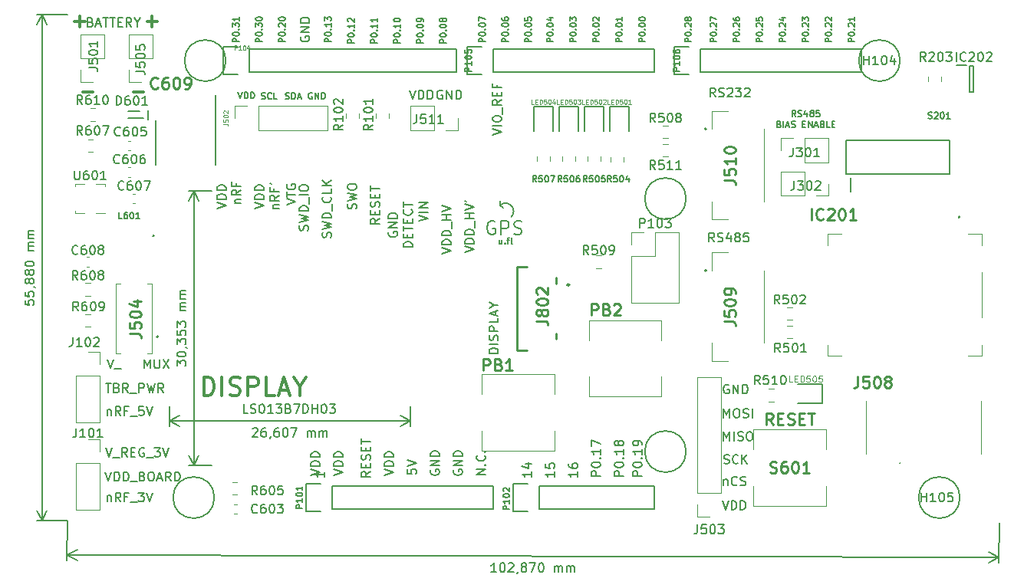
<source format=gto>
G04 #@! TF.GenerationSoftware,KiCad,Pcbnew,(5.1.4)-1*
G04 #@! TF.CreationDate,2021-04-19T15:03:55+02:00*
G04 #@! TF.ProjectId,cSLIM-shield,63534c49-4d2d-4736-9869-656c642e6b69,rev?*
G04 #@! TF.SameCoordinates,Original*
G04 #@! TF.FileFunction,Legend,Top*
G04 #@! TF.FilePolarity,Positive*
%FSLAX46Y46*%
G04 Gerber Fmt 4.6, Leading zero omitted, Abs format (unit mm)*
G04 Created by KiCad (PCBNEW (5.1.4)-1) date 2021-04-19 15:03:55*
%MOMM*%
%LPD*%
G04 APERTURE LIST*
%ADD10C,0.150000*%
%ADD11C,0.200000*%
%ADD12C,0.300000*%
%ADD13C,0.254000*%
%ADD14C,0.120000*%
%ADD15C,0.100000*%
G04 APERTURE END LIST*
D10*
X158985000Y-95354000D02*
X158985000Y-95820666D01*
X158685000Y-95354000D02*
X158685000Y-95720666D01*
X158718333Y-95787333D01*
X158785000Y-95820666D01*
X158885000Y-95820666D01*
X158951666Y-95787333D01*
X158985000Y-95754000D01*
X159318333Y-95754000D02*
X159351666Y-95787333D01*
X159318333Y-95820666D01*
X159285000Y-95787333D01*
X159318333Y-95754000D01*
X159318333Y-95820666D01*
X159551666Y-95354000D02*
X159818333Y-95354000D01*
X159651666Y-95820666D02*
X159651666Y-95220666D01*
X159685000Y-95154000D01*
X159751666Y-95120666D01*
X159818333Y-95120666D01*
X160151666Y-95820666D02*
X160085000Y-95787333D01*
X160051666Y-95720666D01*
X160051666Y-95120666D01*
X158750001Y-91567001D02*
X159131000Y-91821000D01*
X158750000Y-91567000D02*
X158750000Y-91059000D01*
X158750001Y-91567001D02*
G75*
G02X160019999Y-92836999I634999J-634999D01*
G01*
D11*
X158186571Y-93357000D02*
X158043714Y-93285571D01*
X157829428Y-93285571D01*
X157615142Y-93357000D01*
X157472285Y-93499857D01*
X157400857Y-93642714D01*
X157329428Y-93928428D01*
X157329428Y-94142714D01*
X157400857Y-94428428D01*
X157472285Y-94571285D01*
X157615142Y-94714142D01*
X157829428Y-94785571D01*
X157972285Y-94785571D01*
X158186571Y-94714142D01*
X158258000Y-94642714D01*
X158258000Y-94142714D01*
X157972285Y-94142714D01*
X158900857Y-94785571D02*
X158900857Y-93285571D01*
X159472285Y-93285571D01*
X159615142Y-93357000D01*
X159686571Y-93428428D01*
X159758000Y-93571285D01*
X159758000Y-93785571D01*
X159686571Y-93928428D01*
X159615142Y-93999857D01*
X159472285Y-94071285D01*
X158900857Y-94071285D01*
X160329428Y-94714142D02*
X160543714Y-94785571D01*
X160900857Y-94785571D01*
X161043714Y-94714142D01*
X161115142Y-94642714D01*
X161186571Y-94499857D01*
X161186571Y-94357000D01*
X161115142Y-94214142D01*
X161043714Y-94142714D01*
X160900857Y-94071285D01*
X160615142Y-93999857D01*
X160472285Y-93928428D01*
X160400857Y-93857000D01*
X160329428Y-93714142D01*
X160329428Y-93571285D01*
X160400857Y-93428428D01*
X160472285Y-93357000D01*
X160615142Y-93285571D01*
X160972285Y-93285571D01*
X161186571Y-93357000D01*
D10*
X119888000Y-81026000D02*
X119888000Y-82042000D01*
X182427761Y-95575380D02*
X182094428Y-95099190D01*
X181856333Y-95575380D02*
X181856333Y-94575380D01*
X182237285Y-94575380D01*
X182332523Y-94623000D01*
X182380142Y-94670619D01*
X182427761Y-94765857D01*
X182427761Y-94908714D01*
X182380142Y-95003952D01*
X182332523Y-95051571D01*
X182237285Y-95099190D01*
X181856333Y-95099190D01*
X182808714Y-95527761D02*
X182951571Y-95575380D01*
X183189666Y-95575380D01*
X183284904Y-95527761D01*
X183332523Y-95480142D01*
X183380142Y-95384904D01*
X183380142Y-95289666D01*
X183332523Y-95194428D01*
X183284904Y-95146809D01*
X183189666Y-95099190D01*
X182999190Y-95051571D01*
X182903952Y-95003952D01*
X182856333Y-94956333D01*
X182808714Y-94861095D01*
X182808714Y-94765857D01*
X182856333Y-94670619D01*
X182903952Y-94623000D01*
X182999190Y-94575380D01*
X183237285Y-94575380D01*
X183380142Y-94623000D01*
X184237285Y-94908714D02*
X184237285Y-95575380D01*
X183999190Y-94527761D02*
X183761095Y-95242047D01*
X184380142Y-95242047D01*
X184903952Y-95003952D02*
X184808714Y-94956333D01*
X184761095Y-94908714D01*
X184713476Y-94813476D01*
X184713476Y-94765857D01*
X184761095Y-94670619D01*
X184808714Y-94623000D01*
X184903952Y-94575380D01*
X185094428Y-94575380D01*
X185189666Y-94623000D01*
X185237285Y-94670619D01*
X185284904Y-94765857D01*
X185284904Y-94813476D01*
X185237285Y-94908714D01*
X185189666Y-94956333D01*
X185094428Y-95003952D01*
X184903952Y-95003952D01*
X184808714Y-95051571D01*
X184761095Y-95099190D01*
X184713476Y-95194428D01*
X184713476Y-95384904D01*
X184761095Y-95480142D01*
X184808714Y-95527761D01*
X184903952Y-95575380D01*
X185094428Y-95575380D01*
X185189666Y-95527761D01*
X185237285Y-95480142D01*
X185284904Y-95384904D01*
X185284904Y-95194428D01*
X185237285Y-95099190D01*
X185189666Y-95051571D01*
X185094428Y-95003952D01*
X186189666Y-94575380D02*
X185713476Y-94575380D01*
X185665857Y-95051571D01*
X185713476Y-95003952D01*
X185808714Y-94956333D01*
X186046809Y-94956333D01*
X186142047Y-95003952D01*
X186189666Y-95051571D01*
X186237285Y-95146809D01*
X186237285Y-95384904D01*
X186189666Y-95480142D01*
X186142047Y-95527761D01*
X186046809Y-95575380D01*
X185808714Y-95575380D01*
X185713476Y-95527761D01*
X185665857Y-95480142D01*
X182554761Y-79573380D02*
X182221428Y-79097190D01*
X181983333Y-79573380D02*
X181983333Y-78573380D01*
X182364285Y-78573380D01*
X182459523Y-78621000D01*
X182507142Y-78668619D01*
X182554761Y-78763857D01*
X182554761Y-78906714D01*
X182507142Y-79001952D01*
X182459523Y-79049571D01*
X182364285Y-79097190D01*
X181983333Y-79097190D01*
X182935714Y-79525761D02*
X183078571Y-79573380D01*
X183316666Y-79573380D01*
X183411904Y-79525761D01*
X183459523Y-79478142D01*
X183507142Y-79382904D01*
X183507142Y-79287666D01*
X183459523Y-79192428D01*
X183411904Y-79144809D01*
X183316666Y-79097190D01*
X183126190Y-79049571D01*
X183030952Y-79001952D01*
X182983333Y-78954333D01*
X182935714Y-78859095D01*
X182935714Y-78763857D01*
X182983333Y-78668619D01*
X183030952Y-78621000D01*
X183126190Y-78573380D01*
X183364285Y-78573380D01*
X183507142Y-78621000D01*
X183888095Y-78668619D02*
X183935714Y-78621000D01*
X184030952Y-78573380D01*
X184269047Y-78573380D01*
X184364285Y-78621000D01*
X184411904Y-78668619D01*
X184459523Y-78763857D01*
X184459523Y-78859095D01*
X184411904Y-79001952D01*
X183840476Y-79573380D01*
X184459523Y-79573380D01*
X184792857Y-78573380D02*
X185411904Y-78573380D01*
X185078571Y-78954333D01*
X185221428Y-78954333D01*
X185316666Y-79001952D01*
X185364285Y-79049571D01*
X185411904Y-79144809D01*
X185411904Y-79382904D01*
X185364285Y-79478142D01*
X185316666Y-79525761D01*
X185221428Y-79573380D01*
X184935714Y-79573380D01*
X184840476Y-79525761D01*
X184792857Y-79478142D01*
X185792857Y-78668619D02*
X185840476Y-78621000D01*
X185935714Y-78573380D01*
X186173809Y-78573380D01*
X186269047Y-78621000D01*
X186316666Y-78668619D01*
X186364285Y-78763857D01*
X186364285Y-78859095D01*
X186316666Y-79001952D01*
X185745238Y-79573380D01*
X186364285Y-79573380D01*
X191415333Y-81758666D02*
X191182000Y-81425333D01*
X191015333Y-81758666D02*
X191015333Y-81058666D01*
X191282000Y-81058666D01*
X191348666Y-81092000D01*
X191382000Y-81125333D01*
X191415333Y-81192000D01*
X191415333Y-81292000D01*
X191382000Y-81358666D01*
X191348666Y-81392000D01*
X191282000Y-81425333D01*
X191015333Y-81425333D01*
X191682000Y-81725333D02*
X191782000Y-81758666D01*
X191948666Y-81758666D01*
X192015333Y-81725333D01*
X192048666Y-81692000D01*
X192082000Y-81625333D01*
X192082000Y-81558666D01*
X192048666Y-81492000D01*
X192015333Y-81458666D01*
X191948666Y-81425333D01*
X191815333Y-81392000D01*
X191748666Y-81358666D01*
X191715333Y-81325333D01*
X191682000Y-81258666D01*
X191682000Y-81192000D01*
X191715333Y-81125333D01*
X191748666Y-81092000D01*
X191815333Y-81058666D01*
X191982000Y-81058666D01*
X192082000Y-81092000D01*
X192682000Y-81292000D02*
X192682000Y-81758666D01*
X192515333Y-81025333D02*
X192348666Y-81525333D01*
X192782000Y-81525333D01*
X193148666Y-81358666D02*
X193082000Y-81325333D01*
X193048666Y-81292000D01*
X193015333Y-81225333D01*
X193015333Y-81192000D01*
X193048666Y-81125333D01*
X193082000Y-81092000D01*
X193148666Y-81058666D01*
X193282000Y-81058666D01*
X193348666Y-81092000D01*
X193382000Y-81125333D01*
X193415333Y-81192000D01*
X193415333Y-81225333D01*
X193382000Y-81292000D01*
X193348666Y-81325333D01*
X193282000Y-81358666D01*
X193148666Y-81358666D01*
X193082000Y-81392000D01*
X193048666Y-81425333D01*
X193015333Y-81492000D01*
X193015333Y-81625333D01*
X193048666Y-81692000D01*
X193082000Y-81725333D01*
X193148666Y-81758666D01*
X193282000Y-81758666D01*
X193348666Y-81725333D01*
X193382000Y-81692000D01*
X193415333Y-81625333D01*
X193415333Y-81492000D01*
X193382000Y-81425333D01*
X193348666Y-81392000D01*
X193282000Y-81358666D01*
X194048666Y-81058666D02*
X193715333Y-81058666D01*
X193682000Y-81392000D01*
X193715333Y-81358666D01*
X193782000Y-81325333D01*
X193948666Y-81325333D01*
X194015333Y-81358666D01*
X194048666Y-81392000D01*
X194082000Y-81458666D01*
X194082000Y-81625333D01*
X194048666Y-81692000D01*
X194015333Y-81725333D01*
X193948666Y-81758666D01*
X193782000Y-81758666D01*
X193715333Y-81725333D01*
X193682000Y-81692000D01*
X189582000Y-82592000D02*
X189682000Y-82625333D01*
X189715333Y-82658666D01*
X189748666Y-82725333D01*
X189748666Y-82825333D01*
X189715333Y-82892000D01*
X189682000Y-82925333D01*
X189615333Y-82958666D01*
X189348666Y-82958666D01*
X189348666Y-82258666D01*
X189582000Y-82258666D01*
X189648666Y-82292000D01*
X189682000Y-82325333D01*
X189715333Y-82392000D01*
X189715333Y-82458666D01*
X189682000Y-82525333D01*
X189648666Y-82558666D01*
X189582000Y-82592000D01*
X189348666Y-82592000D01*
X190048666Y-82958666D02*
X190048666Y-82258666D01*
X190348666Y-82758666D02*
X190682000Y-82758666D01*
X190282000Y-82958666D02*
X190515333Y-82258666D01*
X190748666Y-82958666D01*
X190948666Y-82925333D02*
X191048666Y-82958666D01*
X191215333Y-82958666D01*
X191282000Y-82925333D01*
X191315333Y-82892000D01*
X191348666Y-82825333D01*
X191348666Y-82758666D01*
X191315333Y-82692000D01*
X191282000Y-82658666D01*
X191215333Y-82625333D01*
X191082000Y-82592000D01*
X191015333Y-82558666D01*
X190982000Y-82525333D01*
X190948666Y-82458666D01*
X190948666Y-82392000D01*
X190982000Y-82325333D01*
X191015333Y-82292000D01*
X191082000Y-82258666D01*
X191248666Y-82258666D01*
X191348666Y-82292000D01*
X192182000Y-82592000D02*
X192415333Y-82592000D01*
X192515333Y-82958666D02*
X192182000Y-82958666D01*
X192182000Y-82258666D01*
X192515333Y-82258666D01*
X192815333Y-82958666D02*
X192815333Y-82258666D01*
X193215333Y-82958666D01*
X193215333Y-82258666D01*
X193515333Y-82758666D02*
X193848666Y-82758666D01*
X193448666Y-82958666D02*
X193682000Y-82258666D01*
X193915333Y-82958666D01*
X194382000Y-82592000D02*
X194482000Y-82625333D01*
X194515333Y-82658666D01*
X194548666Y-82725333D01*
X194548666Y-82825333D01*
X194515333Y-82892000D01*
X194482000Y-82925333D01*
X194415333Y-82958666D01*
X194148666Y-82958666D01*
X194148666Y-82258666D01*
X194382000Y-82258666D01*
X194448666Y-82292000D01*
X194482000Y-82325333D01*
X194515333Y-82392000D01*
X194515333Y-82458666D01*
X194482000Y-82525333D01*
X194448666Y-82558666D01*
X194382000Y-82592000D01*
X194148666Y-82592000D01*
X195182000Y-82958666D02*
X194848666Y-82958666D01*
X194848666Y-82258666D01*
X195415333Y-82592000D02*
X195648666Y-82592000D01*
X195748666Y-82958666D02*
X195415333Y-82958666D01*
X195415333Y-82258666D01*
X195748666Y-82258666D01*
X123120380Y-109282976D02*
X123120380Y-108663928D01*
X123501333Y-108997261D01*
X123501333Y-108854404D01*
X123548952Y-108759166D01*
X123596571Y-108711547D01*
X123691809Y-108663928D01*
X123929904Y-108663928D01*
X124025142Y-108711547D01*
X124072761Y-108759166D01*
X124120380Y-108854404D01*
X124120380Y-109140119D01*
X124072761Y-109235357D01*
X124025142Y-109282976D01*
X123120380Y-108044880D02*
X123120380Y-107949642D01*
X123168000Y-107854404D01*
X123215619Y-107806785D01*
X123310857Y-107759166D01*
X123501333Y-107711547D01*
X123739428Y-107711547D01*
X123929904Y-107759166D01*
X124025142Y-107806785D01*
X124072761Y-107854404D01*
X124120380Y-107949642D01*
X124120380Y-108044880D01*
X124072761Y-108140119D01*
X124025142Y-108187738D01*
X123929904Y-108235357D01*
X123739428Y-108282976D01*
X123501333Y-108282976D01*
X123310857Y-108235357D01*
X123215619Y-108187738D01*
X123168000Y-108140119D01*
X123120380Y-108044880D01*
X124072761Y-107235357D02*
X124120380Y-107235357D01*
X124215619Y-107282976D01*
X124263238Y-107330595D01*
X123120380Y-106902023D02*
X123120380Y-106282976D01*
X123501333Y-106616309D01*
X123501333Y-106473452D01*
X123548952Y-106378214D01*
X123596571Y-106330595D01*
X123691809Y-106282976D01*
X123929904Y-106282976D01*
X124025142Y-106330595D01*
X124072761Y-106378214D01*
X124120380Y-106473452D01*
X124120380Y-106759166D01*
X124072761Y-106854404D01*
X124025142Y-106902023D01*
X123120380Y-105378214D02*
X123120380Y-105854404D01*
X123596571Y-105902023D01*
X123548952Y-105854404D01*
X123501333Y-105759166D01*
X123501333Y-105521071D01*
X123548952Y-105425833D01*
X123596571Y-105378214D01*
X123691809Y-105330595D01*
X123929904Y-105330595D01*
X124025142Y-105378214D01*
X124072761Y-105425833D01*
X124120380Y-105521071D01*
X124120380Y-105759166D01*
X124072761Y-105854404D01*
X124025142Y-105902023D01*
X123120380Y-104997261D02*
X123120380Y-104378214D01*
X123501333Y-104711547D01*
X123501333Y-104568690D01*
X123548952Y-104473452D01*
X123596571Y-104425833D01*
X123691809Y-104378214D01*
X123929904Y-104378214D01*
X124025142Y-104425833D01*
X124072761Y-104473452D01*
X124120380Y-104568690D01*
X124120380Y-104854404D01*
X124072761Y-104949642D01*
X124025142Y-104997261D01*
X124120380Y-103187738D02*
X123453714Y-103187738D01*
X123548952Y-103187738D02*
X123501333Y-103140119D01*
X123453714Y-103044880D01*
X123453714Y-102902023D01*
X123501333Y-102806785D01*
X123596571Y-102759166D01*
X124120380Y-102759166D01*
X123596571Y-102759166D02*
X123501333Y-102711547D01*
X123453714Y-102616309D01*
X123453714Y-102473452D01*
X123501333Y-102378214D01*
X123596571Y-102330595D01*
X124120380Y-102330595D01*
X124120380Y-101854404D02*
X123453714Y-101854404D01*
X123548952Y-101854404D02*
X123501333Y-101806785D01*
X123453714Y-101711547D01*
X123453714Y-101568690D01*
X123501333Y-101473452D01*
X123596571Y-101425833D01*
X124120380Y-101425833D01*
X123596571Y-101425833D02*
X123501333Y-101378214D01*
X123453714Y-101282976D01*
X123453714Y-101140119D01*
X123501333Y-101044880D01*
X123596571Y-100997261D01*
X124120380Y-100997261D01*
X124968000Y-120269000D02*
X124968000Y-89916000D01*
X126936500Y-120269000D02*
X124381579Y-120269000D01*
X126936500Y-89916000D02*
X124381579Y-89916000D01*
X124968000Y-89916000D02*
X125554421Y-91042504D01*
X124968000Y-89916000D02*
X124381579Y-91042504D01*
X124968000Y-120269000D02*
X125554421Y-119142496D01*
X124968000Y-120269000D02*
X124381579Y-119142496D01*
D12*
X112375142Y-71818428D02*
X112375142Y-70675571D01*
X112946571Y-71247000D02*
X111803714Y-71247000D01*
X113855428Y-79013857D02*
X112712571Y-79013857D01*
D10*
X131461392Y-116227119D02*
X131509011Y-116179500D01*
X131604250Y-116131880D01*
X131842345Y-116131880D01*
X131937583Y-116179500D01*
X131985202Y-116227119D01*
X132032821Y-116322357D01*
X132032821Y-116417595D01*
X131985202Y-116560452D01*
X131413773Y-117131880D01*
X132032821Y-117131880D01*
X132889964Y-116131880D02*
X132699488Y-116131880D01*
X132604250Y-116179500D01*
X132556630Y-116227119D01*
X132461392Y-116369976D01*
X132413773Y-116560452D01*
X132413773Y-116941404D01*
X132461392Y-117036642D01*
X132509011Y-117084261D01*
X132604250Y-117131880D01*
X132794726Y-117131880D01*
X132889964Y-117084261D01*
X132937583Y-117036642D01*
X132985202Y-116941404D01*
X132985202Y-116703309D01*
X132937583Y-116608071D01*
X132889964Y-116560452D01*
X132794726Y-116512833D01*
X132604250Y-116512833D01*
X132509011Y-116560452D01*
X132461392Y-116608071D01*
X132413773Y-116703309D01*
X133461392Y-117084261D02*
X133461392Y-117131880D01*
X133413773Y-117227119D01*
X133366154Y-117274738D01*
X134318535Y-116131880D02*
X134128059Y-116131880D01*
X134032821Y-116179500D01*
X133985202Y-116227119D01*
X133889964Y-116369976D01*
X133842345Y-116560452D01*
X133842345Y-116941404D01*
X133889964Y-117036642D01*
X133937583Y-117084261D01*
X134032821Y-117131880D01*
X134223297Y-117131880D01*
X134318535Y-117084261D01*
X134366154Y-117036642D01*
X134413773Y-116941404D01*
X134413773Y-116703309D01*
X134366154Y-116608071D01*
X134318535Y-116560452D01*
X134223297Y-116512833D01*
X134032821Y-116512833D01*
X133937583Y-116560452D01*
X133889964Y-116608071D01*
X133842345Y-116703309D01*
X135032821Y-116131880D02*
X135128059Y-116131880D01*
X135223297Y-116179500D01*
X135270916Y-116227119D01*
X135318535Y-116322357D01*
X135366154Y-116512833D01*
X135366154Y-116750928D01*
X135318535Y-116941404D01*
X135270916Y-117036642D01*
X135223297Y-117084261D01*
X135128059Y-117131880D01*
X135032821Y-117131880D01*
X134937583Y-117084261D01*
X134889964Y-117036642D01*
X134842345Y-116941404D01*
X134794726Y-116750928D01*
X134794726Y-116512833D01*
X134842345Y-116322357D01*
X134889964Y-116227119D01*
X134937583Y-116179500D01*
X135032821Y-116131880D01*
X135699488Y-116131880D02*
X136366154Y-116131880D01*
X135937583Y-117131880D01*
X137509011Y-117131880D02*
X137509011Y-116465214D01*
X137509011Y-116560452D02*
X137556630Y-116512833D01*
X137651869Y-116465214D01*
X137794726Y-116465214D01*
X137889964Y-116512833D01*
X137937583Y-116608071D01*
X137937583Y-117131880D01*
X137937583Y-116608071D02*
X137985202Y-116512833D01*
X138080440Y-116465214D01*
X138223297Y-116465214D01*
X138318535Y-116512833D01*
X138366154Y-116608071D01*
X138366154Y-117131880D01*
X138842345Y-117131880D02*
X138842345Y-116465214D01*
X138842345Y-116560452D02*
X138889964Y-116512833D01*
X138985202Y-116465214D01*
X139128059Y-116465214D01*
X139223297Y-116512833D01*
X139270916Y-116608071D01*
X139270916Y-117131880D01*
X139270916Y-116608071D02*
X139318535Y-116512833D01*
X139413773Y-116465214D01*
X139556630Y-116465214D01*
X139651869Y-116512833D01*
X139699488Y-116608071D01*
X139699488Y-117131880D01*
X122301000Y-115379500D02*
X148907500Y-115379500D01*
X122301000Y-113728501D02*
X122301000Y-115965921D01*
X148907500Y-113728501D02*
X148907500Y-115965921D01*
X148907500Y-115379500D02*
X147780996Y-115965921D01*
X148907500Y-115379500D02*
X147780996Y-114793079D01*
X122301000Y-115379500D02*
X123427504Y-115965921D01*
X122301000Y-115379500D02*
X123427504Y-114793079D01*
X132453166Y-79785333D02*
X132553166Y-79818666D01*
X132719833Y-79818666D01*
X132786500Y-79785333D01*
X132819833Y-79752000D01*
X132853166Y-79685333D01*
X132853166Y-79618666D01*
X132819833Y-79552000D01*
X132786500Y-79518666D01*
X132719833Y-79485333D01*
X132586500Y-79452000D01*
X132519833Y-79418666D01*
X132486500Y-79385333D01*
X132453166Y-79318666D01*
X132453166Y-79252000D01*
X132486500Y-79185333D01*
X132519833Y-79152000D01*
X132586500Y-79118666D01*
X132753166Y-79118666D01*
X132853166Y-79152000D01*
X133553166Y-79752000D02*
X133519833Y-79785333D01*
X133419833Y-79818666D01*
X133353166Y-79818666D01*
X133253166Y-79785333D01*
X133186500Y-79718666D01*
X133153166Y-79652000D01*
X133119833Y-79518666D01*
X133119833Y-79418666D01*
X133153166Y-79285333D01*
X133186500Y-79218666D01*
X133253166Y-79152000D01*
X133353166Y-79118666D01*
X133419833Y-79118666D01*
X133519833Y-79152000D01*
X133553166Y-79185333D01*
X134186500Y-79818666D02*
X133853166Y-79818666D01*
X133853166Y-79118666D01*
X135103500Y-79785333D02*
X135203500Y-79818666D01*
X135370166Y-79818666D01*
X135436833Y-79785333D01*
X135470166Y-79752000D01*
X135503500Y-79685333D01*
X135503500Y-79618666D01*
X135470166Y-79552000D01*
X135436833Y-79518666D01*
X135370166Y-79485333D01*
X135236833Y-79452000D01*
X135170166Y-79418666D01*
X135136833Y-79385333D01*
X135103500Y-79318666D01*
X135103500Y-79252000D01*
X135136833Y-79185333D01*
X135170166Y-79152000D01*
X135236833Y-79118666D01*
X135403500Y-79118666D01*
X135503500Y-79152000D01*
X135803500Y-79818666D02*
X135803500Y-79118666D01*
X135970166Y-79118666D01*
X136070166Y-79152000D01*
X136136833Y-79218666D01*
X136170166Y-79285333D01*
X136203500Y-79418666D01*
X136203500Y-79518666D01*
X136170166Y-79652000D01*
X136136833Y-79718666D01*
X136070166Y-79785333D01*
X135970166Y-79818666D01*
X135803500Y-79818666D01*
X136470166Y-79618666D02*
X136803500Y-79618666D01*
X136403500Y-79818666D02*
X136636833Y-79118666D01*
X136870166Y-79818666D01*
X138023666Y-79152000D02*
X137957000Y-79118666D01*
X137857000Y-79118666D01*
X137757000Y-79152000D01*
X137690333Y-79218666D01*
X137657000Y-79285333D01*
X137623666Y-79418666D01*
X137623666Y-79518666D01*
X137657000Y-79652000D01*
X137690333Y-79718666D01*
X137757000Y-79785333D01*
X137857000Y-79818666D01*
X137923666Y-79818666D01*
X138023666Y-79785333D01*
X138057000Y-79752000D01*
X138057000Y-79518666D01*
X137923666Y-79518666D01*
X138357000Y-79818666D02*
X138357000Y-79118666D01*
X138757000Y-79818666D01*
X138757000Y-79118666D01*
X139090333Y-79818666D02*
X139090333Y-79118666D01*
X139257000Y-79118666D01*
X139357000Y-79152000D01*
X139423666Y-79218666D01*
X139457000Y-79285333D01*
X139490333Y-79418666D01*
X139490333Y-79518666D01*
X139457000Y-79652000D01*
X139423666Y-79718666D01*
X139357000Y-79785333D01*
X139257000Y-79818666D01*
X139090333Y-79818666D01*
X129876666Y-79055166D02*
X130110000Y-79755166D01*
X130343333Y-79055166D01*
X130576666Y-79755166D02*
X130576666Y-79055166D01*
X130743333Y-79055166D01*
X130843333Y-79088500D01*
X130910000Y-79155166D01*
X130943333Y-79221833D01*
X130976666Y-79355166D01*
X130976666Y-79455166D01*
X130943333Y-79588500D01*
X130910000Y-79655166D01*
X130843333Y-79721833D01*
X130743333Y-79755166D01*
X130576666Y-79755166D01*
X131276666Y-79755166D02*
X131276666Y-79055166D01*
X131443333Y-79055166D01*
X131543333Y-79088500D01*
X131610000Y-79155166D01*
X131643333Y-79221833D01*
X131676666Y-79355166D01*
X131676666Y-79455166D01*
X131643333Y-79588500D01*
X131610000Y-79655166D01*
X131543333Y-79721833D01*
X131443333Y-79755166D01*
X131276666Y-79755166D01*
X152400095Y-78875000D02*
X152304857Y-78827380D01*
X152162000Y-78827380D01*
X152019142Y-78875000D01*
X151923904Y-78970238D01*
X151876285Y-79065476D01*
X151828666Y-79255952D01*
X151828666Y-79398809D01*
X151876285Y-79589285D01*
X151923904Y-79684523D01*
X152019142Y-79779761D01*
X152162000Y-79827380D01*
X152257238Y-79827380D01*
X152400095Y-79779761D01*
X152447714Y-79732142D01*
X152447714Y-79398809D01*
X152257238Y-79398809D01*
X152876285Y-79827380D02*
X152876285Y-78827380D01*
X153447714Y-79827380D01*
X153447714Y-78827380D01*
X153923904Y-79827380D02*
X153923904Y-78827380D01*
X154162000Y-78827380D01*
X154304857Y-78875000D01*
X154400095Y-78970238D01*
X154447714Y-79065476D01*
X154495333Y-79255952D01*
X154495333Y-79398809D01*
X154447714Y-79589285D01*
X154400095Y-79684523D01*
X154304857Y-79779761D01*
X154162000Y-79827380D01*
X153923904Y-79827380D01*
X148780666Y-78827380D02*
X149114000Y-79827380D01*
X149447333Y-78827380D01*
X149780666Y-79827380D02*
X149780666Y-78827380D01*
X150018761Y-78827380D01*
X150161619Y-78875000D01*
X150256857Y-78970238D01*
X150304476Y-79065476D01*
X150352095Y-79255952D01*
X150352095Y-79398809D01*
X150304476Y-79589285D01*
X150256857Y-79684523D01*
X150161619Y-79779761D01*
X150018761Y-79827380D01*
X149780666Y-79827380D01*
X150780666Y-79827380D02*
X150780666Y-78827380D01*
X151018761Y-78827380D01*
X151161619Y-78875000D01*
X151256857Y-78970238D01*
X151304476Y-79065476D01*
X151352095Y-79255952D01*
X151352095Y-79398809D01*
X151304476Y-79589285D01*
X151256857Y-79684523D01*
X151161619Y-79779761D01*
X151018761Y-79827380D01*
X150780666Y-79827380D01*
X106356380Y-102044047D02*
X106356380Y-102520238D01*
X106832571Y-102567857D01*
X106784952Y-102520238D01*
X106737333Y-102425000D01*
X106737333Y-102186904D01*
X106784952Y-102091666D01*
X106832571Y-102044047D01*
X106927809Y-101996428D01*
X107165904Y-101996428D01*
X107261142Y-102044047D01*
X107308761Y-102091666D01*
X107356380Y-102186904D01*
X107356380Y-102425000D01*
X107308761Y-102520238D01*
X107261142Y-102567857D01*
X106356380Y-101091666D02*
X106356380Y-101567857D01*
X106832571Y-101615476D01*
X106784952Y-101567857D01*
X106737333Y-101472619D01*
X106737333Y-101234523D01*
X106784952Y-101139285D01*
X106832571Y-101091666D01*
X106927809Y-101044047D01*
X107165904Y-101044047D01*
X107261142Y-101091666D01*
X107308761Y-101139285D01*
X107356380Y-101234523D01*
X107356380Y-101472619D01*
X107308761Y-101567857D01*
X107261142Y-101615476D01*
X107308761Y-100567857D02*
X107356380Y-100567857D01*
X107451619Y-100615476D01*
X107499238Y-100663095D01*
X106784952Y-99996428D02*
X106737333Y-100091666D01*
X106689714Y-100139285D01*
X106594476Y-100186904D01*
X106546857Y-100186904D01*
X106451619Y-100139285D01*
X106404000Y-100091666D01*
X106356380Y-99996428D01*
X106356380Y-99805952D01*
X106404000Y-99710714D01*
X106451619Y-99663095D01*
X106546857Y-99615476D01*
X106594476Y-99615476D01*
X106689714Y-99663095D01*
X106737333Y-99710714D01*
X106784952Y-99805952D01*
X106784952Y-99996428D01*
X106832571Y-100091666D01*
X106880190Y-100139285D01*
X106975428Y-100186904D01*
X107165904Y-100186904D01*
X107261142Y-100139285D01*
X107308761Y-100091666D01*
X107356380Y-99996428D01*
X107356380Y-99805952D01*
X107308761Y-99710714D01*
X107261142Y-99663095D01*
X107165904Y-99615476D01*
X106975428Y-99615476D01*
X106880190Y-99663095D01*
X106832571Y-99710714D01*
X106784952Y-99805952D01*
X106784952Y-99044047D02*
X106737333Y-99139285D01*
X106689714Y-99186904D01*
X106594476Y-99234523D01*
X106546857Y-99234523D01*
X106451619Y-99186904D01*
X106404000Y-99139285D01*
X106356380Y-99044047D01*
X106356380Y-98853571D01*
X106404000Y-98758333D01*
X106451619Y-98710714D01*
X106546857Y-98663095D01*
X106594476Y-98663095D01*
X106689714Y-98710714D01*
X106737333Y-98758333D01*
X106784952Y-98853571D01*
X106784952Y-99044047D01*
X106832571Y-99139285D01*
X106880190Y-99186904D01*
X106975428Y-99234523D01*
X107165904Y-99234523D01*
X107261142Y-99186904D01*
X107308761Y-99139285D01*
X107356380Y-99044047D01*
X107356380Y-98853571D01*
X107308761Y-98758333D01*
X107261142Y-98710714D01*
X107165904Y-98663095D01*
X106975428Y-98663095D01*
X106880190Y-98710714D01*
X106832571Y-98758333D01*
X106784952Y-98853571D01*
X106356380Y-98044047D02*
X106356380Y-97948809D01*
X106404000Y-97853571D01*
X106451619Y-97805952D01*
X106546857Y-97758333D01*
X106737333Y-97710714D01*
X106975428Y-97710714D01*
X107165904Y-97758333D01*
X107261142Y-97805952D01*
X107308761Y-97853571D01*
X107356380Y-97948809D01*
X107356380Y-98044047D01*
X107308761Y-98139285D01*
X107261142Y-98186904D01*
X107165904Y-98234523D01*
X106975428Y-98282142D01*
X106737333Y-98282142D01*
X106546857Y-98234523D01*
X106451619Y-98186904D01*
X106404000Y-98139285D01*
X106356380Y-98044047D01*
X107356380Y-96520238D02*
X106689714Y-96520238D01*
X106784952Y-96520238D02*
X106737333Y-96472619D01*
X106689714Y-96377380D01*
X106689714Y-96234523D01*
X106737333Y-96139285D01*
X106832571Y-96091666D01*
X107356380Y-96091666D01*
X106832571Y-96091666D02*
X106737333Y-96044047D01*
X106689714Y-95948809D01*
X106689714Y-95805952D01*
X106737333Y-95710714D01*
X106832571Y-95663095D01*
X107356380Y-95663095D01*
X107356380Y-95186904D02*
X106689714Y-95186904D01*
X106784952Y-95186904D02*
X106737333Y-95139285D01*
X106689714Y-95044047D01*
X106689714Y-94901190D01*
X106737333Y-94805952D01*
X106832571Y-94758333D01*
X107356380Y-94758333D01*
X106832571Y-94758333D02*
X106737333Y-94710714D01*
X106689714Y-94615476D01*
X106689714Y-94472619D01*
X106737333Y-94377380D01*
X106832571Y-94329761D01*
X107356380Y-94329761D01*
X108204000Y-126365000D02*
X108204000Y-70485000D01*
X110998000Y-126365000D02*
X107617579Y-126365000D01*
X110998000Y-70485000D02*
X107617579Y-70485000D01*
X108204000Y-70485000D02*
X108790421Y-71611504D01*
X108204000Y-70485000D02*
X107617579Y-71611504D01*
X108204000Y-126365000D02*
X108790421Y-125238496D01*
X108204000Y-126365000D02*
X107617579Y-125238496D01*
X130961380Y-114498380D02*
X130485190Y-114498380D01*
X130485190Y-113498380D01*
X131247095Y-114450761D02*
X131389952Y-114498380D01*
X131628047Y-114498380D01*
X131723285Y-114450761D01*
X131770904Y-114403142D01*
X131818523Y-114307904D01*
X131818523Y-114212666D01*
X131770904Y-114117428D01*
X131723285Y-114069809D01*
X131628047Y-114022190D01*
X131437571Y-113974571D01*
X131342333Y-113926952D01*
X131294714Y-113879333D01*
X131247095Y-113784095D01*
X131247095Y-113688857D01*
X131294714Y-113593619D01*
X131342333Y-113546000D01*
X131437571Y-113498380D01*
X131675666Y-113498380D01*
X131818523Y-113546000D01*
X132437571Y-113498380D02*
X132532809Y-113498380D01*
X132628047Y-113546000D01*
X132675666Y-113593619D01*
X132723285Y-113688857D01*
X132770904Y-113879333D01*
X132770904Y-114117428D01*
X132723285Y-114307904D01*
X132675666Y-114403142D01*
X132628047Y-114450761D01*
X132532809Y-114498380D01*
X132437571Y-114498380D01*
X132342333Y-114450761D01*
X132294714Y-114403142D01*
X132247095Y-114307904D01*
X132199476Y-114117428D01*
X132199476Y-113879333D01*
X132247095Y-113688857D01*
X132294714Y-113593619D01*
X132342333Y-113546000D01*
X132437571Y-113498380D01*
X133723285Y-114498380D02*
X133151857Y-114498380D01*
X133437571Y-114498380D02*
X133437571Y-113498380D01*
X133342333Y-113641238D01*
X133247095Y-113736476D01*
X133151857Y-113784095D01*
X134056619Y-113498380D02*
X134675666Y-113498380D01*
X134342333Y-113879333D01*
X134485190Y-113879333D01*
X134580428Y-113926952D01*
X134628047Y-113974571D01*
X134675666Y-114069809D01*
X134675666Y-114307904D01*
X134628047Y-114403142D01*
X134580428Y-114450761D01*
X134485190Y-114498380D01*
X134199476Y-114498380D01*
X134104238Y-114450761D01*
X134056619Y-114403142D01*
X135437571Y-113974571D02*
X135580428Y-114022190D01*
X135628047Y-114069809D01*
X135675666Y-114165047D01*
X135675666Y-114307904D01*
X135628047Y-114403142D01*
X135580428Y-114450761D01*
X135485190Y-114498380D01*
X135104238Y-114498380D01*
X135104238Y-113498380D01*
X135437571Y-113498380D01*
X135532809Y-113546000D01*
X135580428Y-113593619D01*
X135628047Y-113688857D01*
X135628047Y-113784095D01*
X135580428Y-113879333D01*
X135532809Y-113926952D01*
X135437571Y-113974571D01*
X135104238Y-113974571D01*
X136009000Y-113498380D02*
X136675666Y-113498380D01*
X136247095Y-114498380D01*
X137056619Y-114498380D02*
X137056619Y-113498380D01*
X137294714Y-113498380D01*
X137437571Y-113546000D01*
X137532809Y-113641238D01*
X137580428Y-113736476D01*
X137628047Y-113926952D01*
X137628047Y-114069809D01*
X137580428Y-114260285D01*
X137532809Y-114355523D01*
X137437571Y-114450761D01*
X137294714Y-114498380D01*
X137056619Y-114498380D01*
X138056619Y-114498380D02*
X138056619Y-113498380D01*
X138056619Y-113974571D02*
X138628047Y-113974571D01*
X138628047Y-114498380D02*
X138628047Y-113498380D01*
X139294714Y-113498380D02*
X139389952Y-113498380D01*
X139485190Y-113546000D01*
X139532809Y-113593619D01*
X139580428Y-113688857D01*
X139628047Y-113879333D01*
X139628047Y-114117428D01*
X139580428Y-114307904D01*
X139532809Y-114403142D01*
X139485190Y-114450761D01*
X139389952Y-114498380D01*
X139294714Y-114498380D01*
X139199476Y-114450761D01*
X139151857Y-114403142D01*
X139104238Y-114307904D01*
X139056619Y-114117428D01*
X139056619Y-113879333D01*
X139104238Y-113688857D01*
X139151857Y-113593619D01*
X139199476Y-113546000D01*
X139294714Y-113498380D01*
X139961380Y-113498380D02*
X140580428Y-113498380D01*
X140247095Y-113879333D01*
X140389952Y-113879333D01*
X140485190Y-113926952D01*
X140532809Y-113974571D01*
X140580428Y-114069809D01*
X140580428Y-114307904D01*
X140532809Y-114403142D01*
X140485190Y-114450761D01*
X140389952Y-114498380D01*
X140104238Y-114498380D01*
X140009000Y-114450761D01*
X139961380Y-114403142D01*
X158567380Y-107894095D02*
X157567380Y-107894095D01*
X157567380Y-107656000D01*
X157615000Y-107513142D01*
X157710238Y-107417904D01*
X157805476Y-107370285D01*
X157995952Y-107322666D01*
X158138809Y-107322666D01*
X158329285Y-107370285D01*
X158424523Y-107417904D01*
X158519761Y-107513142D01*
X158567380Y-107656000D01*
X158567380Y-107894095D01*
X158567380Y-106894095D02*
X157567380Y-106894095D01*
X158519761Y-106465523D02*
X158567380Y-106322666D01*
X158567380Y-106084571D01*
X158519761Y-105989333D01*
X158472142Y-105941714D01*
X158376904Y-105894095D01*
X158281666Y-105894095D01*
X158186428Y-105941714D01*
X158138809Y-105989333D01*
X158091190Y-106084571D01*
X158043571Y-106275047D01*
X157995952Y-106370285D01*
X157948333Y-106417904D01*
X157853095Y-106465523D01*
X157757857Y-106465523D01*
X157662619Y-106417904D01*
X157615000Y-106370285D01*
X157567380Y-106275047D01*
X157567380Y-106036952D01*
X157615000Y-105894095D01*
X158567380Y-105465523D02*
X157567380Y-105465523D01*
X157567380Y-105084571D01*
X157615000Y-104989333D01*
X157662619Y-104941714D01*
X157757857Y-104894095D01*
X157900714Y-104894095D01*
X157995952Y-104941714D01*
X158043571Y-104989333D01*
X158091190Y-105084571D01*
X158091190Y-105465523D01*
X158567380Y-103989333D02*
X158567380Y-104465523D01*
X157567380Y-104465523D01*
X158281666Y-103703619D02*
X158281666Y-103227428D01*
X158567380Y-103798857D02*
X157567380Y-103465523D01*
X158567380Y-103132190D01*
X158091190Y-102608380D02*
X158567380Y-102608380D01*
X157567380Y-102941714D02*
X158091190Y-102608380D01*
X157567380Y-102275047D01*
D13*
X188909476Y-115763523D02*
X188486142Y-115158761D01*
X188183761Y-115763523D02*
X188183761Y-114493523D01*
X188667571Y-114493523D01*
X188788523Y-114554000D01*
X188849000Y-114614476D01*
X188909476Y-114735428D01*
X188909476Y-114916857D01*
X188849000Y-115037809D01*
X188788523Y-115098285D01*
X188667571Y-115158761D01*
X188183761Y-115158761D01*
X189453761Y-115098285D02*
X189877095Y-115098285D01*
X190058523Y-115763523D02*
X189453761Y-115763523D01*
X189453761Y-114493523D01*
X190058523Y-114493523D01*
X190542333Y-115703047D02*
X190723761Y-115763523D01*
X191026142Y-115763523D01*
X191147095Y-115703047D01*
X191207571Y-115642571D01*
X191268047Y-115521619D01*
X191268047Y-115400666D01*
X191207571Y-115279714D01*
X191147095Y-115219238D01*
X191026142Y-115158761D01*
X190784238Y-115098285D01*
X190663285Y-115037809D01*
X190602809Y-114977333D01*
X190542333Y-114856380D01*
X190542333Y-114735428D01*
X190602809Y-114614476D01*
X190663285Y-114554000D01*
X190784238Y-114493523D01*
X191086619Y-114493523D01*
X191268047Y-114554000D01*
X191812333Y-115098285D02*
X192235666Y-115098285D01*
X192417095Y-115763523D02*
X191812333Y-115763523D01*
X191812333Y-114493523D01*
X192417095Y-114493523D01*
X192779952Y-114493523D02*
X193505666Y-114493523D01*
X193142809Y-115763523D02*
X193142809Y-114493523D01*
D10*
X183467571Y-117546380D02*
X183467571Y-116546380D01*
X183800904Y-117260666D01*
X184134238Y-116546380D01*
X184134238Y-117546380D01*
X184610428Y-117546380D02*
X184610428Y-116546380D01*
X185039000Y-117498761D02*
X185181857Y-117546380D01*
X185419952Y-117546380D01*
X185515190Y-117498761D01*
X185562809Y-117451142D01*
X185610428Y-117355904D01*
X185610428Y-117260666D01*
X185562809Y-117165428D01*
X185515190Y-117117809D01*
X185419952Y-117070190D01*
X185229476Y-117022571D01*
X185134238Y-116974952D01*
X185086619Y-116927333D01*
X185039000Y-116832095D01*
X185039000Y-116736857D01*
X185086619Y-116641619D01*
X185134238Y-116594000D01*
X185229476Y-116546380D01*
X185467571Y-116546380D01*
X185610428Y-116594000D01*
X186229476Y-116546380D02*
X186419952Y-116546380D01*
X186515190Y-116594000D01*
X186610428Y-116689238D01*
X186658047Y-116879714D01*
X186658047Y-117213047D01*
X186610428Y-117403523D01*
X186515190Y-117498761D01*
X186419952Y-117546380D01*
X186229476Y-117546380D01*
X186134238Y-117498761D01*
X186039000Y-117403523D01*
X185991380Y-117213047D01*
X185991380Y-116879714D01*
X186039000Y-116689238D01*
X186134238Y-116594000D01*
X186229476Y-116546380D01*
X183499285Y-120038761D02*
X183642142Y-120086380D01*
X183880238Y-120086380D01*
X183975476Y-120038761D01*
X184023095Y-119991142D01*
X184070714Y-119895904D01*
X184070714Y-119800666D01*
X184023095Y-119705428D01*
X183975476Y-119657809D01*
X183880238Y-119610190D01*
X183689761Y-119562571D01*
X183594523Y-119514952D01*
X183546904Y-119467333D01*
X183499285Y-119372095D01*
X183499285Y-119276857D01*
X183546904Y-119181619D01*
X183594523Y-119134000D01*
X183689761Y-119086380D01*
X183927857Y-119086380D01*
X184070714Y-119134000D01*
X185070714Y-119991142D02*
X185023095Y-120038761D01*
X184880238Y-120086380D01*
X184785000Y-120086380D01*
X184642142Y-120038761D01*
X184546904Y-119943523D01*
X184499285Y-119848285D01*
X184451666Y-119657809D01*
X184451666Y-119514952D01*
X184499285Y-119324476D01*
X184546904Y-119229238D01*
X184642142Y-119134000D01*
X184785000Y-119086380D01*
X184880238Y-119086380D01*
X185023095Y-119134000D01*
X185070714Y-119181619D01*
X185499285Y-120086380D02*
X185499285Y-119086380D01*
X186070714Y-120086380D02*
X185642142Y-119514952D01*
X186070714Y-119086380D02*
X185499285Y-119657809D01*
X183467523Y-121832714D02*
X183467523Y-122499380D01*
X183467523Y-121927952D02*
X183515142Y-121880333D01*
X183610380Y-121832714D01*
X183753238Y-121832714D01*
X183848476Y-121880333D01*
X183896095Y-121975571D01*
X183896095Y-122499380D01*
X184943714Y-122404142D02*
X184896095Y-122451761D01*
X184753238Y-122499380D01*
X184658000Y-122499380D01*
X184515142Y-122451761D01*
X184419904Y-122356523D01*
X184372285Y-122261285D01*
X184324666Y-122070809D01*
X184324666Y-121927952D01*
X184372285Y-121737476D01*
X184419904Y-121642238D01*
X184515142Y-121547000D01*
X184658000Y-121499380D01*
X184753238Y-121499380D01*
X184896095Y-121547000D01*
X184943714Y-121594619D01*
X185324666Y-122451761D02*
X185467523Y-122499380D01*
X185705619Y-122499380D01*
X185800857Y-122451761D01*
X185848476Y-122404142D01*
X185896095Y-122308904D01*
X185896095Y-122213666D01*
X185848476Y-122118428D01*
X185800857Y-122070809D01*
X185705619Y-122023190D01*
X185515142Y-121975571D01*
X185419904Y-121927952D01*
X185372285Y-121880333D01*
X185324666Y-121785095D01*
X185324666Y-121689857D01*
X185372285Y-121594619D01*
X185419904Y-121547000D01*
X185515142Y-121499380D01*
X185753238Y-121499380D01*
X185896095Y-121547000D01*
X183324666Y-124166380D02*
X183658000Y-125166380D01*
X183991333Y-124166380D01*
X184324666Y-125166380D02*
X184324666Y-124166380D01*
X184562761Y-124166380D01*
X184705619Y-124214000D01*
X184800857Y-124309238D01*
X184848476Y-124404476D01*
X184896095Y-124594952D01*
X184896095Y-124737809D01*
X184848476Y-124928285D01*
X184800857Y-125023523D01*
X184705619Y-125118761D01*
X184562761Y-125166380D01*
X184324666Y-125166380D01*
X185324666Y-125166380D02*
X185324666Y-124166380D01*
X185562761Y-124166380D01*
X185705619Y-124214000D01*
X185800857Y-124309238D01*
X185848476Y-124404476D01*
X185896095Y-124594952D01*
X185896095Y-124737809D01*
X185848476Y-124928285D01*
X185800857Y-125023523D01*
X185705619Y-125118761D01*
X185562761Y-125166380D01*
X185324666Y-125166380D01*
X183467571Y-115006380D02*
X183467571Y-114006380D01*
X183800904Y-114720666D01*
X184134238Y-114006380D01*
X184134238Y-115006380D01*
X184800904Y-114006380D02*
X184991380Y-114006380D01*
X185086619Y-114054000D01*
X185181857Y-114149238D01*
X185229476Y-114339714D01*
X185229476Y-114673047D01*
X185181857Y-114863523D01*
X185086619Y-114958761D01*
X184991380Y-115006380D01*
X184800904Y-115006380D01*
X184705666Y-114958761D01*
X184610428Y-114863523D01*
X184562809Y-114673047D01*
X184562809Y-114339714D01*
X184610428Y-114149238D01*
X184705666Y-114054000D01*
X184800904Y-114006380D01*
X185610428Y-114958761D02*
X185753285Y-115006380D01*
X185991380Y-115006380D01*
X186086619Y-114958761D01*
X186134238Y-114911142D01*
X186181857Y-114815904D01*
X186181857Y-114720666D01*
X186134238Y-114625428D01*
X186086619Y-114577809D01*
X185991380Y-114530190D01*
X185800904Y-114482571D01*
X185705666Y-114434952D01*
X185658047Y-114387333D01*
X185610428Y-114292095D01*
X185610428Y-114196857D01*
X185658047Y-114101619D01*
X185705666Y-114054000D01*
X185800904Y-114006380D01*
X186039000Y-114006380D01*
X186181857Y-114054000D01*
X186610428Y-115006380D02*
X186610428Y-114006380D01*
X184023095Y-111387000D02*
X183927857Y-111339380D01*
X183785000Y-111339380D01*
X183642142Y-111387000D01*
X183546904Y-111482238D01*
X183499285Y-111577476D01*
X183451666Y-111767952D01*
X183451666Y-111910809D01*
X183499285Y-112101285D01*
X183546904Y-112196523D01*
X183642142Y-112291761D01*
X183785000Y-112339380D01*
X183880238Y-112339380D01*
X184023095Y-112291761D01*
X184070714Y-112244142D01*
X184070714Y-111910809D01*
X183880238Y-111910809D01*
X184499285Y-112339380D02*
X184499285Y-111339380D01*
X185070714Y-112339380D01*
X185070714Y-111339380D01*
X185546904Y-112339380D02*
X185546904Y-111339380D01*
X185785000Y-111339380D01*
X185927857Y-111387000D01*
X186023095Y-111482238D01*
X186070714Y-111577476D01*
X186118333Y-111767952D01*
X186118333Y-111910809D01*
X186070714Y-112101285D01*
X186023095Y-112196523D01*
X185927857Y-112291761D01*
X185785000Y-112339380D01*
X185546904Y-112339380D01*
X113578000Y-71302571D02*
X113720857Y-71350190D01*
X113768476Y-71397809D01*
X113816095Y-71493047D01*
X113816095Y-71635904D01*
X113768476Y-71731142D01*
X113720857Y-71778761D01*
X113625619Y-71826380D01*
X113244666Y-71826380D01*
X113244666Y-70826380D01*
X113578000Y-70826380D01*
X113673238Y-70874000D01*
X113720857Y-70921619D01*
X113768476Y-71016857D01*
X113768476Y-71112095D01*
X113720857Y-71207333D01*
X113673238Y-71254952D01*
X113578000Y-71302571D01*
X113244666Y-71302571D01*
X114197047Y-71540666D02*
X114673238Y-71540666D01*
X114101809Y-71826380D02*
X114435142Y-70826380D01*
X114768476Y-71826380D01*
X114958952Y-70826380D02*
X115530380Y-70826380D01*
X115244666Y-71826380D02*
X115244666Y-70826380D01*
X115720857Y-70826380D02*
X116292285Y-70826380D01*
X116006571Y-71826380D02*
X116006571Y-70826380D01*
X116625619Y-71302571D02*
X116958952Y-71302571D01*
X117101809Y-71826380D02*
X116625619Y-71826380D01*
X116625619Y-70826380D01*
X117101809Y-70826380D01*
X118101809Y-71826380D02*
X117768476Y-71350190D01*
X117530380Y-71826380D02*
X117530380Y-70826380D01*
X117911333Y-70826380D01*
X118006571Y-70874000D01*
X118054190Y-70921619D01*
X118101809Y-71016857D01*
X118101809Y-71159714D01*
X118054190Y-71254952D01*
X118006571Y-71302571D01*
X117911333Y-71350190D01*
X117530380Y-71350190D01*
X118720857Y-71350190D02*
X118720857Y-71826380D01*
X118387523Y-70826380D02*
X118720857Y-71350190D01*
X119054190Y-70826380D01*
X115292619Y-118324380D02*
X115625952Y-119324380D01*
X115959285Y-118324380D01*
X116054523Y-119419619D02*
X116816428Y-119419619D01*
X117625952Y-119324380D02*
X117292619Y-118848190D01*
X117054523Y-119324380D02*
X117054523Y-118324380D01*
X117435476Y-118324380D01*
X117530714Y-118372000D01*
X117578333Y-118419619D01*
X117625952Y-118514857D01*
X117625952Y-118657714D01*
X117578333Y-118752952D01*
X117530714Y-118800571D01*
X117435476Y-118848190D01*
X117054523Y-118848190D01*
X118054523Y-118800571D02*
X118387857Y-118800571D01*
X118530714Y-119324380D02*
X118054523Y-119324380D01*
X118054523Y-118324380D01*
X118530714Y-118324380D01*
X119483095Y-118372000D02*
X119387857Y-118324380D01*
X119245000Y-118324380D01*
X119102142Y-118372000D01*
X119006904Y-118467238D01*
X118959285Y-118562476D01*
X118911666Y-118752952D01*
X118911666Y-118895809D01*
X118959285Y-119086285D01*
X119006904Y-119181523D01*
X119102142Y-119276761D01*
X119245000Y-119324380D01*
X119340238Y-119324380D01*
X119483095Y-119276761D01*
X119530714Y-119229142D01*
X119530714Y-118895809D01*
X119340238Y-118895809D01*
X119721190Y-119419619D02*
X120483095Y-119419619D01*
X120625952Y-118324380D02*
X121245000Y-118324380D01*
X120911666Y-118705333D01*
X121054523Y-118705333D01*
X121149761Y-118752952D01*
X121197380Y-118800571D01*
X121245000Y-118895809D01*
X121245000Y-119133904D01*
X121197380Y-119229142D01*
X121149761Y-119276761D01*
X121054523Y-119324380D01*
X120768809Y-119324380D01*
X120673571Y-119276761D01*
X120625952Y-119229142D01*
X121530714Y-118324380D02*
X121864047Y-119324380D01*
X122197380Y-118324380D01*
X115213333Y-120991380D02*
X115546666Y-121991380D01*
X115880000Y-120991380D01*
X116213333Y-121991380D02*
X116213333Y-120991380D01*
X116451428Y-120991380D01*
X116594285Y-121039000D01*
X116689523Y-121134238D01*
X116737142Y-121229476D01*
X116784761Y-121419952D01*
X116784761Y-121562809D01*
X116737142Y-121753285D01*
X116689523Y-121848523D01*
X116594285Y-121943761D01*
X116451428Y-121991380D01*
X116213333Y-121991380D01*
X117213333Y-121991380D02*
X117213333Y-120991380D01*
X117451428Y-120991380D01*
X117594285Y-121039000D01*
X117689523Y-121134238D01*
X117737142Y-121229476D01*
X117784761Y-121419952D01*
X117784761Y-121562809D01*
X117737142Y-121753285D01*
X117689523Y-121848523D01*
X117594285Y-121943761D01*
X117451428Y-121991380D01*
X117213333Y-121991380D01*
X117975238Y-122086619D02*
X118737142Y-122086619D01*
X119308571Y-121467571D02*
X119451428Y-121515190D01*
X119499047Y-121562809D01*
X119546666Y-121658047D01*
X119546666Y-121800904D01*
X119499047Y-121896142D01*
X119451428Y-121943761D01*
X119356190Y-121991380D01*
X118975238Y-121991380D01*
X118975238Y-120991380D01*
X119308571Y-120991380D01*
X119403809Y-121039000D01*
X119451428Y-121086619D01*
X119499047Y-121181857D01*
X119499047Y-121277095D01*
X119451428Y-121372333D01*
X119403809Y-121419952D01*
X119308571Y-121467571D01*
X118975238Y-121467571D01*
X120165714Y-120991380D02*
X120356190Y-120991380D01*
X120451428Y-121039000D01*
X120546666Y-121134238D01*
X120594285Y-121324714D01*
X120594285Y-121658047D01*
X120546666Y-121848523D01*
X120451428Y-121943761D01*
X120356190Y-121991380D01*
X120165714Y-121991380D01*
X120070476Y-121943761D01*
X119975238Y-121848523D01*
X119927619Y-121658047D01*
X119927619Y-121324714D01*
X119975238Y-121134238D01*
X120070476Y-121039000D01*
X120165714Y-120991380D01*
X120975238Y-121705666D02*
X121451428Y-121705666D01*
X120880000Y-121991380D02*
X121213333Y-120991380D01*
X121546666Y-121991380D01*
X122451428Y-121991380D02*
X122118095Y-121515190D01*
X121880000Y-121991380D02*
X121880000Y-120991380D01*
X122260952Y-120991380D01*
X122356190Y-121039000D01*
X122403809Y-121086619D01*
X122451428Y-121181857D01*
X122451428Y-121324714D01*
X122403809Y-121419952D01*
X122356190Y-121467571D01*
X122260952Y-121515190D01*
X121880000Y-121515190D01*
X122880000Y-121991380D02*
X122880000Y-120991380D01*
X123118095Y-120991380D01*
X123260952Y-121039000D01*
X123356190Y-121134238D01*
X123403809Y-121229476D01*
X123451428Y-121419952D01*
X123451428Y-121562809D01*
X123403809Y-121753285D01*
X123356190Y-121848523D01*
X123260952Y-121943761D01*
X123118095Y-121991380D01*
X122880000Y-121991380D01*
X115427428Y-123610714D02*
X115427428Y-124277380D01*
X115427428Y-123705952D02*
X115475047Y-123658333D01*
X115570285Y-123610714D01*
X115713142Y-123610714D01*
X115808380Y-123658333D01*
X115856000Y-123753571D01*
X115856000Y-124277380D01*
X116903619Y-124277380D02*
X116570285Y-123801190D01*
X116332190Y-124277380D02*
X116332190Y-123277380D01*
X116713142Y-123277380D01*
X116808380Y-123325000D01*
X116856000Y-123372619D01*
X116903619Y-123467857D01*
X116903619Y-123610714D01*
X116856000Y-123705952D01*
X116808380Y-123753571D01*
X116713142Y-123801190D01*
X116332190Y-123801190D01*
X117665523Y-123753571D02*
X117332190Y-123753571D01*
X117332190Y-124277380D02*
X117332190Y-123277380D01*
X117808380Y-123277380D01*
X117951238Y-124372619D02*
X118713142Y-124372619D01*
X118856000Y-123277380D02*
X119475047Y-123277380D01*
X119141714Y-123658333D01*
X119284571Y-123658333D01*
X119379809Y-123705952D01*
X119427428Y-123753571D01*
X119475047Y-123848809D01*
X119475047Y-124086904D01*
X119427428Y-124182142D01*
X119379809Y-124229761D01*
X119284571Y-124277380D01*
X118998857Y-124277380D01*
X118903619Y-124229761D01*
X118856000Y-124182142D01*
X119760761Y-123277380D02*
X120094095Y-124277380D01*
X120427428Y-123277380D01*
X115443428Y-108545380D02*
X115776761Y-109545380D01*
X116110095Y-108545380D01*
X116205333Y-109640619D02*
X116967238Y-109640619D01*
X119491047Y-109545380D02*
X119491047Y-108545380D01*
X119824380Y-109259666D01*
X120157714Y-108545380D01*
X120157714Y-109545380D01*
X120633904Y-108545380D02*
X120633904Y-109354904D01*
X120681523Y-109450142D01*
X120729142Y-109497761D01*
X120824380Y-109545380D01*
X121014857Y-109545380D01*
X121110095Y-109497761D01*
X121157714Y-109450142D01*
X121205333Y-109354904D01*
X121205333Y-108545380D01*
X121586285Y-108545380D02*
X122252952Y-109545380D01*
X122252952Y-108545380D02*
X121586285Y-109545380D01*
X115252904Y-111212380D02*
X115824333Y-111212380D01*
X115538619Y-112212380D02*
X115538619Y-111212380D01*
X116491000Y-111688571D02*
X116633857Y-111736190D01*
X116681476Y-111783809D01*
X116729095Y-111879047D01*
X116729095Y-112021904D01*
X116681476Y-112117142D01*
X116633857Y-112164761D01*
X116538619Y-112212380D01*
X116157666Y-112212380D01*
X116157666Y-111212380D01*
X116491000Y-111212380D01*
X116586238Y-111260000D01*
X116633857Y-111307619D01*
X116681476Y-111402857D01*
X116681476Y-111498095D01*
X116633857Y-111593333D01*
X116586238Y-111640952D01*
X116491000Y-111688571D01*
X116157666Y-111688571D01*
X117729095Y-112212380D02*
X117395761Y-111736190D01*
X117157666Y-112212380D02*
X117157666Y-111212380D01*
X117538619Y-111212380D01*
X117633857Y-111260000D01*
X117681476Y-111307619D01*
X117729095Y-111402857D01*
X117729095Y-111545714D01*
X117681476Y-111640952D01*
X117633857Y-111688571D01*
X117538619Y-111736190D01*
X117157666Y-111736190D01*
X117919571Y-112307619D02*
X118681476Y-112307619D01*
X118919571Y-112212380D02*
X118919571Y-111212380D01*
X119300523Y-111212380D01*
X119395761Y-111260000D01*
X119443380Y-111307619D01*
X119491000Y-111402857D01*
X119491000Y-111545714D01*
X119443380Y-111640952D01*
X119395761Y-111688571D01*
X119300523Y-111736190D01*
X118919571Y-111736190D01*
X119824333Y-111212380D02*
X120062428Y-112212380D01*
X120252904Y-111498095D01*
X120443380Y-112212380D01*
X120681476Y-111212380D01*
X121633857Y-112212380D02*
X121300523Y-111736190D01*
X121062428Y-112212380D02*
X121062428Y-111212380D01*
X121443380Y-111212380D01*
X121538619Y-111260000D01*
X121586238Y-111307619D01*
X121633857Y-111402857D01*
X121633857Y-111545714D01*
X121586238Y-111640952D01*
X121538619Y-111688571D01*
X121443380Y-111736190D01*
X121062428Y-111736190D01*
X115427428Y-114085714D02*
X115427428Y-114752380D01*
X115427428Y-114180952D02*
X115475047Y-114133333D01*
X115570285Y-114085714D01*
X115713142Y-114085714D01*
X115808380Y-114133333D01*
X115856000Y-114228571D01*
X115856000Y-114752380D01*
X116903619Y-114752380D02*
X116570285Y-114276190D01*
X116332190Y-114752380D02*
X116332190Y-113752380D01*
X116713142Y-113752380D01*
X116808380Y-113800000D01*
X116856000Y-113847619D01*
X116903619Y-113942857D01*
X116903619Y-114085714D01*
X116856000Y-114180952D01*
X116808380Y-114228571D01*
X116713142Y-114276190D01*
X116332190Y-114276190D01*
X117665523Y-114228571D02*
X117332190Y-114228571D01*
X117332190Y-114752380D02*
X117332190Y-113752380D01*
X117808380Y-113752380D01*
X117951238Y-114847619D02*
X118713142Y-114847619D01*
X119427428Y-113752380D02*
X118951238Y-113752380D01*
X118903619Y-114228571D01*
X118951238Y-114180952D01*
X119046476Y-114133333D01*
X119284571Y-114133333D01*
X119379809Y-114180952D01*
X119427428Y-114228571D01*
X119475047Y-114323809D01*
X119475047Y-114561904D01*
X119427428Y-114657142D01*
X119379809Y-114704761D01*
X119284571Y-114752380D01*
X119046476Y-114752380D01*
X118951238Y-114704761D01*
X118903619Y-114657142D01*
X119760761Y-113752380D02*
X120094095Y-114752380D01*
X120427428Y-113752380D01*
X158371659Y-132044357D02*
X157800232Y-132042946D01*
X158085945Y-132043652D02*
X158088415Y-131043655D01*
X157992824Y-131186276D01*
X157897351Y-131281279D01*
X157801996Y-131328663D01*
X158993174Y-131045889D02*
X159088411Y-131046124D01*
X159183532Y-131093978D01*
X159231033Y-131141714D01*
X159278417Y-131237070D01*
X159325565Y-131427663D01*
X159324977Y-131665757D01*
X159276888Y-131856115D01*
X159229034Y-131951236D01*
X159181298Y-131998737D01*
X159085942Y-132046121D01*
X158990705Y-132045885D01*
X158895584Y-131998031D01*
X158848083Y-131950295D01*
X158800699Y-131854940D01*
X158753551Y-131664346D01*
X158754139Y-131426252D01*
X158802228Y-131235894D01*
X158850082Y-131140774D01*
X158897818Y-131093272D01*
X158993174Y-131045889D01*
X159707222Y-131142890D02*
X159754959Y-131095389D01*
X159850314Y-131048005D01*
X160088408Y-131048593D01*
X160183529Y-131096447D01*
X160231030Y-131144183D01*
X160278414Y-131239539D01*
X160278179Y-131334777D01*
X160230207Y-131477516D01*
X159657369Y-132047532D01*
X160276415Y-132049060D01*
X160752722Y-132002617D02*
X160752604Y-132050236D01*
X160704750Y-132145356D01*
X160657013Y-132192857D01*
X161325442Y-131480220D02*
X161230321Y-131432366D01*
X161182820Y-131384629D01*
X161135436Y-131289274D01*
X161135554Y-131241655D01*
X161183408Y-131146535D01*
X161231145Y-131099034D01*
X161326500Y-131051650D01*
X161516975Y-131052120D01*
X161612096Y-131099974D01*
X161659597Y-131147711D01*
X161706981Y-131243066D01*
X161706863Y-131290685D01*
X161659009Y-131385805D01*
X161611273Y-131433307D01*
X161515917Y-131480690D01*
X161325442Y-131480220D01*
X161230086Y-131527604D01*
X161182350Y-131575105D01*
X161134496Y-131670225D01*
X161134025Y-131860701D01*
X161181409Y-131956056D01*
X161228911Y-132003793D01*
X161324031Y-132051647D01*
X161514506Y-132052117D01*
X161609862Y-132004733D01*
X161657598Y-131957232D01*
X161705452Y-131862112D01*
X161705923Y-131671636D01*
X161658539Y-131576281D01*
X161611038Y-131528544D01*
X161515917Y-131480690D01*
X162040783Y-131053414D02*
X162707448Y-131055060D01*
X162276409Y-132053998D01*
X163278875Y-131056471D02*
X163374113Y-131056706D01*
X163469233Y-131104560D01*
X163516734Y-131152296D01*
X163564118Y-131247652D01*
X163611267Y-131438245D01*
X163610679Y-131676339D01*
X163562589Y-131866697D01*
X163514735Y-131961818D01*
X163466999Y-132009319D01*
X163371644Y-132056703D01*
X163276406Y-132056467D01*
X163181286Y-132008613D01*
X163133784Y-131960877D01*
X163086400Y-131865522D01*
X163039252Y-131674928D01*
X163039840Y-131436834D01*
X163087929Y-131246476D01*
X163135783Y-131151356D01*
X163183520Y-131103854D01*
X163278875Y-131056471D01*
X164800211Y-132060230D02*
X164801857Y-131393565D01*
X164801622Y-131488803D02*
X164849358Y-131441302D01*
X164944713Y-131393918D01*
X165087570Y-131394271D01*
X165182690Y-131442125D01*
X165230074Y-131537480D01*
X165228781Y-132061288D01*
X165230074Y-131537480D02*
X165277928Y-131442360D01*
X165373284Y-131394976D01*
X165516140Y-131395329D01*
X165611260Y-131443183D01*
X165658644Y-131538538D01*
X165657351Y-132062346D01*
X166133540Y-132063522D02*
X166135186Y-131396857D01*
X166134951Y-131492095D02*
X166182687Y-131444594D01*
X166278043Y-131397210D01*
X166420899Y-131397563D01*
X166516020Y-131445417D01*
X166563403Y-131540772D01*
X166562110Y-132064580D01*
X166563403Y-131540772D02*
X166611257Y-131445652D01*
X166706613Y-131398268D01*
X166849470Y-131398621D01*
X166944590Y-131446475D01*
X166991974Y-131541831D01*
X166990680Y-132065639D01*
X110988593Y-130174976D02*
X213858593Y-130428976D01*
X110998000Y-126365000D02*
X110987145Y-130761395D01*
X213868000Y-126619000D02*
X213857145Y-131015395D01*
X213858593Y-130428976D02*
X212730645Y-131012613D01*
X213858593Y-130428976D02*
X212733541Y-129839776D01*
X110988593Y-130174976D02*
X112113645Y-130764176D01*
X110988593Y-130174976D02*
X112116541Y-129591339D01*
D12*
X126095809Y-112537761D02*
X126095809Y-110537761D01*
X126572000Y-110537761D01*
X126857714Y-110633000D01*
X127048190Y-110823476D01*
X127143428Y-111013952D01*
X127238666Y-111394904D01*
X127238666Y-111680619D01*
X127143428Y-112061571D01*
X127048190Y-112252047D01*
X126857714Y-112442523D01*
X126572000Y-112537761D01*
X126095809Y-112537761D01*
X128095809Y-112537761D02*
X128095809Y-110537761D01*
X128952952Y-112442523D02*
X129238666Y-112537761D01*
X129714857Y-112537761D01*
X129905333Y-112442523D01*
X130000571Y-112347285D01*
X130095809Y-112156809D01*
X130095809Y-111966333D01*
X130000571Y-111775857D01*
X129905333Y-111680619D01*
X129714857Y-111585380D01*
X129333904Y-111490142D01*
X129143428Y-111394904D01*
X129048190Y-111299666D01*
X128952952Y-111109190D01*
X128952952Y-110918714D01*
X129048190Y-110728238D01*
X129143428Y-110633000D01*
X129333904Y-110537761D01*
X129810095Y-110537761D01*
X130095809Y-110633000D01*
X130952952Y-112537761D02*
X130952952Y-110537761D01*
X131714857Y-110537761D01*
X131905333Y-110633000D01*
X132000571Y-110728238D01*
X132095809Y-110918714D01*
X132095809Y-111204428D01*
X132000571Y-111394904D01*
X131905333Y-111490142D01*
X131714857Y-111585380D01*
X130952952Y-111585380D01*
X133905333Y-112537761D02*
X132952952Y-112537761D01*
X132952952Y-110537761D01*
X134476761Y-111966333D02*
X135429142Y-111966333D01*
X134286285Y-112537761D02*
X134952952Y-110537761D01*
X135619619Y-112537761D01*
X136667238Y-111585380D02*
X136667238Y-112537761D01*
X136000571Y-110537761D02*
X136667238Y-111585380D01*
X137333904Y-110537761D01*
X120376142Y-71818428D02*
X120376142Y-70675571D01*
X120947571Y-71247000D02*
X119804714Y-71247000D01*
X119443428Y-79013857D02*
X118300571Y-79013857D01*
D10*
X154900380Y-96757761D02*
X155900380Y-96424428D01*
X154900380Y-96091095D01*
X155900380Y-95757761D02*
X154900380Y-95757761D01*
X154900380Y-95519666D01*
X154948000Y-95376809D01*
X155043238Y-95281571D01*
X155138476Y-95233952D01*
X155328952Y-95186333D01*
X155471809Y-95186333D01*
X155662285Y-95233952D01*
X155757523Y-95281571D01*
X155852761Y-95376809D01*
X155900380Y-95519666D01*
X155900380Y-95757761D01*
X155900380Y-94757761D02*
X154900380Y-94757761D01*
X154900380Y-94519666D01*
X154948000Y-94376809D01*
X155043238Y-94281571D01*
X155138476Y-94233952D01*
X155328952Y-94186333D01*
X155471809Y-94186333D01*
X155662285Y-94233952D01*
X155757523Y-94281571D01*
X155852761Y-94376809D01*
X155900380Y-94519666D01*
X155900380Y-94757761D01*
X155995619Y-93995857D02*
X155995619Y-93233952D01*
X155900380Y-92995857D02*
X154900380Y-92995857D01*
X155376571Y-92995857D02*
X155376571Y-92424428D01*
X155900380Y-92424428D02*
X154900380Y-92424428D01*
X154900380Y-92091095D02*
X155900380Y-91757761D01*
X154900380Y-91424428D01*
X154900380Y-91043476D02*
X155090857Y-91138714D01*
X149820380Y-93297238D02*
X150820380Y-92963904D01*
X149820380Y-92630571D01*
X150820380Y-92297238D02*
X149820380Y-92297238D01*
X150820380Y-91821047D02*
X149820380Y-91821047D01*
X150820380Y-91249619D01*
X149820380Y-91249619D01*
X152360380Y-96900666D02*
X153360380Y-96567333D01*
X152360380Y-96234000D01*
X153360380Y-95900666D02*
X152360380Y-95900666D01*
X152360380Y-95662571D01*
X152408000Y-95519714D01*
X152503238Y-95424476D01*
X152598476Y-95376857D01*
X152788952Y-95329238D01*
X152931809Y-95329238D01*
X153122285Y-95376857D01*
X153217523Y-95424476D01*
X153312761Y-95519714D01*
X153360380Y-95662571D01*
X153360380Y-95900666D01*
X153360380Y-94900666D02*
X152360380Y-94900666D01*
X152360380Y-94662571D01*
X152408000Y-94519714D01*
X152503238Y-94424476D01*
X152598476Y-94376857D01*
X152788952Y-94329238D01*
X152931809Y-94329238D01*
X153122285Y-94376857D01*
X153217523Y-94424476D01*
X153312761Y-94519714D01*
X153360380Y-94662571D01*
X153360380Y-94900666D01*
X153455619Y-94138761D02*
X153455619Y-93376857D01*
X153360380Y-93138761D02*
X152360380Y-93138761D01*
X152836571Y-93138761D02*
X152836571Y-92567333D01*
X153360380Y-92567333D02*
X152360380Y-92567333D01*
X152360380Y-92234000D02*
X153360380Y-91900666D01*
X152360380Y-91567333D01*
X137564761Y-94321000D02*
X137612380Y-94178142D01*
X137612380Y-93940047D01*
X137564761Y-93844809D01*
X137517142Y-93797190D01*
X137421904Y-93749571D01*
X137326666Y-93749571D01*
X137231428Y-93797190D01*
X137183809Y-93844809D01*
X137136190Y-93940047D01*
X137088571Y-94130523D01*
X137040952Y-94225761D01*
X136993333Y-94273380D01*
X136898095Y-94321000D01*
X136802857Y-94321000D01*
X136707619Y-94273380D01*
X136660000Y-94225761D01*
X136612380Y-94130523D01*
X136612380Y-93892428D01*
X136660000Y-93749571D01*
X136612380Y-93416238D02*
X137612380Y-93178142D01*
X136898095Y-92987666D01*
X137612380Y-92797190D01*
X136612380Y-92559095D01*
X137612380Y-92178142D02*
X136612380Y-92178142D01*
X136612380Y-91940047D01*
X136660000Y-91797190D01*
X136755238Y-91701952D01*
X136850476Y-91654333D01*
X137040952Y-91606714D01*
X137183809Y-91606714D01*
X137374285Y-91654333D01*
X137469523Y-91701952D01*
X137564761Y-91797190D01*
X137612380Y-91940047D01*
X137612380Y-92178142D01*
X137707619Y-91416238D02*
X137707619Y-90654333D01*
X137612380Y-90416238D02*
X136612380Y-90416238D01*
X136612380Y-89749571D02*
X136612380Y-89559095D01*
X136660000Y-89463857D01*
X136755238Y-89368619D01*
X136945714Y-89321000D01*
X137279047Y-89321000D01*
X137469523Y-89368619D01*
X137564761Y-89463857D01*
X137612380Y-89559095D01*
X137612380Y-89749571D01*
X137564761Y-89844809D01*
X137469523Y-89940047D01*
X137279047Y-89987666D01*
X136945714Y-89987666D01*
X136755238Y-89940047D01*
X136660000Y-89844809D01*
X136612380Y-89749571D01*
X140104761Y-95090857D02*
X140152380Y-94948000D01*
X140152380Y-94709904D01*
X140104761Y-94614666D01*
X140057142Y-94567047D01*
X139961904Y-94519428D01*
X139866666Y-94519428D01*
X139771428Y-94567047D01*
X139723809Y-94614666D01*
X139676190Y-94709904D01*
X139628571Y-94900380D01*
X139580952Y-94995619D01*
X139533333Y-95043238D01*
X139438095Y-95090857D01*
X139342857Y-95090857D01*
X139247619Y-95043238D01*
X139200000Y-94995619D01*
X139152380Y-94900380D01*
X139152380Y-94662285D01*
X139200000Y-94519428D01*
X139152380Y-94186095D02*
X140152380Y-93948000D01*
X139438095Y-93757523D01*
X140152380Y-93567047D01*
X139152380Y-93328952D01*
X140152380Y-92948000D02*
X139152380Y-92948000D01*
X139152380Y-92709904D01*
X139200000Y-92567047D01*
X139295238Y-92471809D01*
X139390476Y-92424190D01*
X139580952Y-92376571D01*
X139723809Y-92376571D01*
X139914285Y-92424190D01*
X140009523Y-92471809D01*
X140104761Y-92567047D01*
X140152380Y-92709904D01*
X140152380Y-92948000D01*
X140247619Y-92186095D02*
X140247619Y-91424190D01*
X140057142Y-90614666D02*
X140104761Y-90662285D01*
X140152380Y-90805142D01*
X140152380Y-90900380D01*
X140104761Y-91043238D01*
X140009523Y-91138476D01*
X139914285Y-91186095D01*
X139723809Y-91233714D01*
X139580952Y-91233714D01*
X139390476Y-91186095D01*
X139295238Y-91138476D01*
X139200000Y-91043238D01*
X139152380Y-90900380D01*
X139152380Y-90805142D01*
X139200000Y-90662285D01*
X139247619Y-90614666D01*
X140152380Y-89709904D02*
X140152380Y-90186095D01*
X139152380Y-90186095D01*
X140152380Y-89376571D02*
X139152380Y-89376571D01*
X140152380Y-88805142D02*
X139580952Y-89233714D01*
X139152380Y-88805142D02*
X139723809Y-89376571D01*
X145486380Y-93019380D02*
X145010190Y-93352714D01*
X145486380Y-93590809D02*
X144486380Y-93590809D01*
X144486380Y-93209857D01*
X144534000Y-93114619D01*
X144581619Y-93067000D01*
X144676857Y-93019380D01*
X144819714Y-93019380D01*
X144914952Y-93067000D01*
X144962571Y-93114619D01*
X145010190Y-93209857D01*
X145010190Y-93590809D01*
X144962571Y-92590809D02*
X144962571Y-92257476D01*
X145486380Y-92114619D02*
X145486380Y-92590809D01*
X144486380Y-92590809D01*
X144486380Y-92114619D01*
X145438761Y-91733666D02*
X145486380Y-91590809D01*
X145486380Y-91352714D01*
X145438761Y-91257476D01*
X145391142Y-91209857D01*
X145295904Y-91162238D01*
X145200666Y-91162238D01*
X145105428Y-91209857D01*
X145057809Y-91257476D01*
X145010190Y-91352714D01*
X144962571Y-91543190D01*
X144914952Y-91638428D01*
X144867333Y-91686047D01*
X144772095Y-91733666D01*
X144676857Y-91733666D01*
X144581619Y-91686047D01*
X144534000Y-91638428D01*
X144486380Y-91543190D01*
X144486380Y-91305095D01*
X144534000Y-91162238D01*
X144962571Y-90733666D02*
X144962571Y-90400333D01*
X145486380Y-90257476D02*
X145486380Y-90733666D01*
X144486380Y-90733666D01*
X144486380Y-90257476D01*
X144486380Y-89971761D02*
X144486380Y-89400333D01*
X145486380Y-89686047D02*
X144486380Y-89686047D01*
X135215380Y-91511285D02*
X136215380Y-91177952D01*
X135215380Y-90844619D01*
X135215380Y-90654142D02*
X135215380Y-90082714D01*
X136215380Y-90368428D02*
X135215380Y-90368428D01*
X135263000Y-89225571D02*
X135215380Y-89320809D01*
X135215380Y-89463666D01*
X135263000Y-89606523D01*
X135358238Y-89701761D01*
X135453476Y-89749380D01*
X135643952Y-89797000D01*
X135786809Y-89797000D01*
X135977285Y-89749380D01*
X136072523Y-89701761D01*
X136167761Y-89606523D01*
X136215380Y-89463666D01*
X136215380Y-89368428D01*
X136167761Y-89225571D01*
X136120142Y-89177952D01*
X135786809Y-89177952D01*
X135786809Y-89368428D01*
X146503000Y-94487904D02*
X146455380Y-94583142D01*
X146455380Y-94726000D01*
X146503000Y-94868857D01*
X146598238Y-94964095D01*
X146693476Y-95011714D01*
X146883952Y-95059333D01*
X147026809Y-95059333D01*
X147217285Y-95011714D01*
X147312523Y-94964095D01*
X147407761Y-94868857D01*
X147455380Y-94726000D01*
X147455380Y-94630761D01*
X147407761Y-94487904D01*
X147360142Y-94440285D01*
X147026809Y-94440285D01*
X147026809Y-94630761D01*
X147455380Y-94011714D02*
X146455380Y-94011714D01*
X147455380Y-93440285D01*
X146455380Y-93440285D01*
X147455380Y-92964095D02*
X146455380Y-92964095D01*
X146455380Y-92726000D01*
X146503000Y-92583142D01*
X146598238Y-92487904D01*
X146693476Y-92440285D01*
X146883952Y-92392666D01*
X147026809Y-92392666D01*
X147217285Y-92440285D01*
X147312523Y-92487904D01*
X147407761Y-92583142D01*
X147455380Y-92726000D01*
X147455380Y-92964095D01*
X149105380Y-96154571D02*
X148105380Y-96154571D01*
X148105380Y-95916476D01*
X148153000Y-95773619D01*
X148248238Y-95678380D01*
X148343476Y-95630761D01*
X148533952Y-95583142D01*
X148676809Y-95583142D01*
X148867285Y-95630761D01*
X148962523Y-95678380D01*
X149057761Y-95773619D01*
X149105380Y-95916476D01*
X149105380Y-96154571D01*
X148581571Y-95154571D02*
X148581571Y-94821238D01*
X149105380Y-94678380D02*
X149105380Y-95154571D01*
X148105380Y-95154571D01*
X148105380Y-94678380D01*
X148105380Y-94392666D02*
X148105380Y-93821238D01*
X149105380Y-94106952D02*
X148105380Y-94106952D01*
X148581571Y-93487904D02*
X148581571Y-93154571D01*
X149105380Y-93011714D02*
X149105380Y-93487904D01*
X148105380Y-93487904D01*
X148105380Y-93011714D01*
X149010142Y-92011714D02*
X149057761Y-92059333D01*
X149105380Y-92202190D01*
X149105380Y-92297428D01*
X149057761Y-92440285D01*
X148962523Y-92535523D01*
X148867285Y-92583142D01*
X148676809Y-92630761D01*
X148533952Y-92630761D01*
X148343476Y-92583142D01*
X148248238Y-92535523D01*
X148153000Y-92440285D01*
X148105380Y-92297428D01*
X148105380Y-92202190D01*
X148153000Y-92059333D01*
X148200619Y-92011714D01*
X148105380Y-91726000D02*
X148105380Y-91154571D01*
X149105380Y-91440285D02*
X148105380Y-91440285D01*
X127532380Y-91884333D02*
X128532380Y-91551000D01*
X127532380Y-91217666D01*
X128532380Y-90884333D02*
X127532380Y-90884333D01*
X127532380Y-90646238D01*
X127580000Y-90503380D01*
X127675238Y-90408142D01*
X127770476Y-90360523D01*
X127960952Y-90312904D01*
X128103809Y-90312904D01*
X128294285Y-90360523D01*
X128389523Y-90408142D01*
X128484761Y-90503380D01*
X128532380Y-90646238D01*
X128532380Y-90884333D01*
X128532380Y-89884333D02*
X127532380Y-89884333D01*
X127532380Y-89646238D01*
X127580000Y-89503380D01*
X127675238Y-89408142D01*
X127770476Y-89360523D01*
X127960952Y-89312904D01*
X128103809Y-89312904D01*
X128294285Y-89360523D01*
X128389523Y-89408142D01*
X128484761Y-89503380D01*
X128532380Y-89646238D01*
X128532380Y-89884333D01*
X129515714Y-91312904D02*
X130182380Y-91312904D01*
X129610952Y-91312904D02*
X129563333Y-91265285D01*
X129515714Y-91170047D01*
X129515714Y-91027190D01*
X129563333Y-90931952D01*
X129658571Y-90884333D01*
X130182380Y-90884333D01*
X130182380Y-89836714D02*
X129706190Y-90170047D01*
X130182380Y-90408142D02*
X129182380Y-90408142D01*
X129182380Y-90027190D01*
X129230000Y-89931952D01*
X129277619Y-89884333D01*
X129372857Y-89836714D01*
X129515714Y-89836714D01*
X129610952Y-89884333D01*
X129658571Y-89931952D01*
X129706190Y-90027190D01*
X129706190Y-90408142D01*
X129658571Y-89074809D02*
X129658571Y-89408142D01*
X130182380Y-89408142D02*
X129182380Y-89408142D01*
X129182380Y-88931952D01*
X142898761Y-91931952D02*
X142946380Y-91789095D01*
X142946380Y-91551000D01*
X142898761Y-91455761D01*
X142851142Y-91408142D01*
X142755904Y-91360523D01*
X142660666Y-91360523D01*
X142565428Y-91408142D01*
X142517809Y-91455761D01*
X142470190Y-91551000D01*
X142422571Y-91741476D01*
X142374952Y-91836714D01*
X142327333Y-91884333D01*
X142232095Y-91931952D01*
X142136857Y-91931952D01*
X142041619Y-91884333D01*
X141994000Y-91836714D01*
X141946380Y-91741476D01*
X141946380Y-91503380D01*
X141994000Y-91360523D01*
X141946380Y-91027190D02*
X142946380Y-90789095D01*
X142232095Y-90598619D01*
X142946380Y-90408142D01*
X141946380Y-90170047D01*
X141946380Y-89598619D02*
X141946380Y-89408142D01*
X141994000Y-89312904D01*
X142089238Y-89217666D01*
X142279714Y-89170047D01*
X142613047Y-89170047D01*
X142803523Y-89217666D01*
X142898761Y-89312904D01*
X142946380Y-89408142D01*
X142946380Y-89598619D01*
X142898761Y-89693857D01*
X142803523Y-89789095D01*
X142613047Y-89836714D01*
X142279714Y-89836714D01*
X142089238Y-89789095D01*
X141994000Y-89693857D01*
X141946380Y-89598619D01*
X131723380Y-91884333D02*
X132723380Y-91551000D01*
X131723380Y-91217666D01*
X132723380Y-90884333D02*
X131723380Y-90884333D01*
X131723380Y-90646238D01*
X131771000Y-90503380D01*
X131866238Y-90408142D01*
X131961476Y-90360523D01*
X132151952Y-90312904D01*
X132294809Y-90312904D01*
X132485285Y-90360523D01*
X132580523Y-90408142D01*
X132675761Y-90503380D01*
X132723380Y-90646238D01*
X132723380Y-90884333D01*
X132723380Y-89884333D02*
X131723380Y-89884333D01*
X131723380Y-89646238D01*
X131771000Y-89503380D01*
X131866238Y-89408142D01*
X131961476Y-89360523D01*
X132151952Y-89312904D01*
X132294809Y-89312904D01*
X132485285Y-89360523D01*
X132580523Y-89408142D01*
X132675761Y-89503380D01*
X132723380Y-89646238D01*
X132723380Y-89884333D01*
X133706714Y-91931952D02*
X134373380Y-91931952D01*
X133801952Y-91931952D02*
X133754333Y-91884333D01*
X133706714Y-91789095D01*
X133706714Y-91646238D01*
X133754333Y-91551000D01*
X133849571Y-91503380D01*
X134373380Y-91503380D01*
X134373380Y-90455761D02*
X133897190Y-90789095D01*
X134373380Y-91027190D02*
X133373380Y-91027190D01*
X133373380Y-90646238D01*
X133421000Y-90551000D01*
X133468619Y-90503380D01*
X133563857Y-90455761D01*
X133706714Y-90455761D01*
X133801952Y-90503380D01*
X133849571Y-90551000D01*
X133897190Y-90646238D01*
X133897190Y-91027190D01*
X133849571Y-89693857D02*
X133849571Y-90027190D01*
X134373380Y-90027190D02*
X133373380Y-90027190D01*
X133373380Y-89551000D01*
X133373380Y-89122428D02*
X133563857Y-89217666D01*
X157948380Y-83756142D02*
X158948380Y-83422809D01*
X157948380Y-83089476D01*
X158948380Y-82756142D02*
X157948380Y-82756142D01*
X157948380Y-82089476D02*
X157948380Y-81899000D01*
X157996000Y-81803761D01*
X158091238Y-81708523D01*
X158281714Y-81660904D01*
X158615047Y-81660904D01*
X158805523Y-81708523D01*
X158900761Y-81803761D01*
X158948380Y-81899000D01*
X158948380Y-82089476D01*
X158900761Y-82184714D01*
X158805523Y-82279952D01*
X158615047Y-82327571D01*
X158281714Y-82327571D01*
X158091238Y-82279952D01*
X157996000Y-82184714D01*
X157948380Y-82089476D01*
X159043619Y-81470428D02*
X159043619Y-80708523D01*
X158948380Y-79899000D02*
X158472190Y-80232333D01*
X158948380Y-80470428D02*
X157948380Y-80470428D01*
X157948380Y-80089476D01*
X157996000Y-79994238D01*
X158043619Y-79946619D01*
X158138857Y-79899000D01*
X158281714Y-79899000D01*
X158376952Y-79946619D01*
X158424571Y-79994238D01*
X158472190Y-80089476D01*
X158472190Y-80470428D01*
X158424571Y-79470428D02*
X158424571Y-79137095D01*
X158948380Y-78994238D02*
X158948380Y-79470428D01*
X157948380Y-79470428D01*
X157948380Y-78994238D01*
X158424571Y-78232333D02*
X158424571Y-78565666D01*
X158948380Y-78565666D02*
X157948380Y-78565666D01*
X157948380Y-78089476D01*
X179894666Y-73486000D02*
X179194666Y-73486000D01*
X179194666Y-73219333D01*
X179228000Y-73152666D01*
X179261333Y-73119333D01*
X179328000Y-73086000D01*
X179428000Y-73086000D01*
X179494666Y-73119333D01*
X179528000Y-73152666D01*
X179561333Y-73219333D01*
X179561333Y-73486000D01*
X179194666Y-72652666D02*
X179194666Y-72586000D01*
X179228000Y-72519333D01*
X179261333Y-72486000D01*
X179328000Y-72452666D01*
X179461333Y-72419333D01*
X179628000Y-72419333D01*
X179761333Y-72452666D01*
X179828000Y-72486000D01*
X179861333Y-72519333D01*
X179894666Y-72586000D01*
X179894666Y-72652666D01*
X179861333Y-72719333D01*
X179828000Y-72752666D01*
X179761333Y-72786000D01*
X179628000Y-72819333D01*
X179461333Y-72819333D01*
X179328000Y-72786000D01*
X179261333Y-72752666D01*
X179228000Y-72719333D01*
X179194666Y-72652666D01*
X179828000Y-72119333D02*
X179861333Y-72086000D01*
X179894666Y-72119333D01*
X179861333Y-72152666D01*
X179828000Y-72119333D01*
X179894666Y-72119333D01*
X179261333Y-71819333D02*
X179228000Y-71786000D01*
X179194666Y-71719333D01*
X179194666Y-71552666D01*
X179228000Y-71486000D01*
X179261333Y-71452666D01*
X179328000Y-71419333D01*
X179394666Y-71419333D01*
X179494666Y-71452666D01*
X179894666Y-71852666D01*
X179894666Y-71419333D01*
X179494666Y-71019333D02*
X179461333Y-71086000D01*
X179428000Y-71119333D01*
X179361333Y-71152666D01*
X179328000Y-71152666D01*
X179261333Y-71119333D01*
X179228000Y-71086000D01*
X179194666Y-71019333D01*
X179194666Y-70886000D01*
X179228000Y-70819333D01*
X179261333Y-70786000D01*
X179328000Y-70752666D01*
X179361333Y-70752666D01*
X179428000Y-70786000D01*
X179461333Y-70819333D01*
X179494666Y-70886000D01*
X179494666Y-71019333D01*
X179528000Y-71086000D01*
X179561333Y-71119333D01*
X179628000Y-71152666D01*
X179761333Y-71152666D01*
X179828000Y-71119333D01*
X179861333Y-71086000D01*
X179894666Y-71019333D01*
X179894666Y-70886000D01*
X179861333Y-70819333D01*
X179828000Y-70786000D01*
X179761333Y-70752666D01*
X179628000Y-70752666D01*
X179561333Y-70786000D01*
X179528000Y-70819333D01*
X179494666Y-70886000D01*
X187768666Y-73486000D02*
X187068666Y-73486000D01*
X187068666Y-73219333D01*
X187102000Y-73152666D01*
X187135333Y-73119333D01*
X187202000Y-73086000D01*
X187302000Y-73086000D01*
X187368666Y-73119333D01*
X187402000Y-73152666D01*
X187435333Y-73219333D01*
X187435333Y-73486000D01*
X187068666Y-72652666D02*
X187068666Y-72586000D01*
X187102000Y-72519333D01*
X187135333Y-72486000D01*
X187202000Y-72452666D01*
X187335333Y-72419333D01*
X187502000Y-72419333D01*
X187635333Y-72452666D01*
X187702000Y-72486000D01*
X187735333Y-72519333D01*
X187768666Y-72586000D01*
X187768666Y-72652666D01*
X187735333Y-72719333D01*
X187702000Y-72752666D01*
X187635333Y-72786000D01*
X187502000Y-72819333D01*
X187335333Y-72819333D01*
X187202000Y-72786000D01*
X187135333Y-72752666D01*
X187102000Y-72719333D01*
X187068666Y-72652666D01*
X187702000Y-72119333D02*
X187735333Y-72086000D01*
X187768666Y-72119333D01*
X187735333Y-72152666D01*
X187702000Y-72119333D01*
X187768666Y-72119333D01*
X187135333Y-71819333D02*
X187102000Y-71786000D01*
X187068666Y-71719333D01*
X187068666Y-71552666D01*
X187102000Y-71486000D01*
X187135333Y-71452666D01*
X187202000Y-71419333D01*
X187268666Y-71419333D01*
X187368666Y-71452666D01*
X187768666Y-71852666D01*
X187768666Y-71419333D01*
X187068666Y-70786000D02*
X187068666Y-71119333D01*
X187402000Y-71152666D01*
X187368666Y-71119333D01*
X187335333Y-71052666D01*
X187335333Y-70886000D01*
X187368666Y-70819333D01*
X187402000Y-70786000D01*
X187468666Y-70752666D01*
X187635333Y-70752666D01*
X187702000Y-70786000D01*
X187735333Y-70819333D01*
X187768666Y-70886000D01*
X187768666Y-71052666D01*
X187735333Y-71119333D01*
X187702000Y-71152666D01*
X182688666Y-73486000D02*
X181988666Y-73486000D01*
X181988666Y-73219333D01*
X182022000Y-73152666D01*
X182055333Y-73119333D01*
X182122000Y-73086000D01*
X182222000Y-73086000D01*
X182288666Y-73119333D01*
X182322000Y-73152666D01*
X182355333Y-73219333D01*
X182355333Y-73486000D01*
X181988666Y-72652666D02*
X181988666Y-72586000D01*
X182022000Y-72519333D01*
X182055333Y-72486000D01*
X182122000Y-72452666D01*
X182255333Y-72419333D01*
X182422000Y-72419333D01*
X182555333Y-72452666D01*
X182622000Y-72486000D01*
X182655333Y-72519333D01*
X182688666Y-72586000D01*
X182688666Y-72652666D01*
X182655333Y-72719333D01*
X182622000Y-72752666D01*
X182555333Y-72786000D01*
X182422000Y-72819333D01*
X182255333Y-72819333D01*
X182122000Y-72786000D01*
X182055333Y-72752666D01*
X182022000Y-72719333D01*
X181988666Y-72652666D01*
X182622000Y-72119333D02*
X182655333Y-72086000D01*
X182688666Y-72119333D01*
X182655333Y-72152666D01*
X182622000Y-72119333D01*
X182688666Y-72119333D01*
X182055333Y-71819333D02*
X182022000Y-71786000D01*
X181988666Y-71719333D01*
X181988666Y-71552666D01*
X182022000Y-71486000D01*
X182055333Y-71452666D01*
X182122000Y-71419333D01*
X182188666Y-71419333D01*
X182288666Y-71452666D01*
X182688666Y-71852666D01*
X182688666Y-71419333D01*
X181988666Y-71186000D02*
X181988666Y-70719333D01*
X182688666Y-71019333D01*
X190308666Y-73486000D02*
X189608666Y-73486000D01*
X189608666Y-73219333D01*
X189642000Y-73152666D01*
X189675333Y-73119333D01*
X189742000Y-73086000D01*
X189842000Y-73086000D01*
X189908666Y-73119333D01*
X189942000Y-73152666D01*
X189975333Y-73219333D01*
X189975333Y-73486000D01*
X189608666Y-72652666D02*
X189608666Y-72586000D01*
X189642000Y-72519333D01*
X189675333Y-72486000D01*
X189742000Y-72452666D01*
X189875333Y-72419333D01*
X190042000Y-72419333D01*
X190175333Y-72452666D01*
X190242000Y-72486000D01*
X190275333Y-72519333D01*
X190308666Y-72586000D01*
X190308666Y-72652666D01*
X190275333Y-72719333D01*
X190242000Y-72752666D01*
X190175333Y-72786000D01*
X190042000Y-72819333D01*
X189875333Y-72819333D01*
X189742000Y-72786000D01*
X189675333Y-72752666D01*
X189642000Y-72719333D01*
X189608666Y-72652666D01*
X190242000Y-72119333D02*
X190275333Y-72086000D01*
X190308666Y-72119333D01*
X190275333Y-72152666D01*
X190242000Y-72119333D01*
X190308666Y-72119333D01*
X189675333Y-71819333D02*
X189642000Y-71786000D01*
X189608666Y-71719333D01*
X189608666Y-71552666D01*
X189642000Y-71486000D01*
X189675333Y-71452666D01*
X189742000Y-71419333D01*
X189808666Y-71419333D01*
X189908666Y-71452666D01*
X190308666Y-71852666D01*
X190308666Y-71419333D01*
X189842000Y-70819333D02*
X190308666Y-70819333D01*
X189575333Y-70986000D02*
X190075333Y-71152666D01*
X190075333Y-70719333D01*
X192848666Y-73486000D02*
X192148666Y-73486000D01*
X192148666Y-73219333D01*
X192182000Y-73152666D01*
X192215333Y-73119333D01*
X192282000Y-73086000D01*
X192382000Y-73086000D01*
X192448666Y-73119333D01*
X192482000Y-73152666D01*
X192515333Y-73219333D01*
X192515333Y-73486000D01*
X192148666Y-72652666D02*
X192148666Y-72586000D01*
X192182000Y-72519333D01*
X192215333Y-72486000D01*
X192282000Y-72452666D01*
X192415333Y-72419333D01*
X192582000Y-72419333D01*
X192715333Y-72452666D01*
X192782000Y-72486000D01*
X192815333Y-72519333D01*
X192848666Y-72586000D01*
X192848666Y-72652666D01*
X192815333Y-72719333D01*
X192782000Y-72752666D01*
X192715333Y-72786000D01*
X192582000Y-72819333D01*
X192415333Y-72819333D01*
X192282000Y-72786000D01*
X192215333Y-72752666D01*
X192182000Y-72719333D01*
X192148666Y-72652666D01*
X192782000Y-72119333D02*
X192815333Y-72086000D01*
X192848666Y-72119333D01*
X192815333Y-72152666D01*
X192782000Y-72119333D01*
X192848666Y-72119333D01*
X192215333Y-71819333D02*
X192182000Y-71786000D01*
X192148666Y-71719333D01*
X192148666Y-71552666D01*
X192182000Y-71486000D01*
X192215333Y-71452666D01*
X192282000Y-71419333D01*
X192348666Y-71419333D01*
X192448666Y-71452666D01*
X192848666Y-71852666D01*
X192848666Y-71419333D01*
X192148666Y-71186000D02*
X192148666Y-70752666D01*
X192415333Y-70986000D01*
X192415333Y-70886000D01*
X192448666Y-70819333D01*
X192482000Y-70786000D01*
X192548666Y-70752666D01*
X192715333Y-70752666D01*
X192782000Y-70786000D01*
X192815333Y-70819333D01*
X192848666Y-70886000D01*
X192848666Y-71086000D01*
X192815333Y-71152666D01*
X192782000Y-71186000D01*
X185228666Y-73486000D02*
X184528666Y-73486000D01*
X184528666Y-73219333D01*
X184562000Y-73152666D01*
X184595333Y-73119333D01*
X184662000Y-73086000D01*
X184762000Y-73086000D01*
X184828666Y-73119333D01*
X184862000Y-73152666D01*
X184895333Y-73219333D01*
X184895333Y-73486000D01*
X184528666Y-72652666D02*
X184528666Y-72586000D01*
X184562000Y-72519333D01*
X184595333Y-72486000D01*
X184662000Y-72452666D01*
X184795333Y-72419333D01*
X184962000Y-72419333D01*
X185095333Y-72452666D01*
X185162000Y-72486000D01*
X185195333Y-72519333D01*
X185228666Y-72586000D01*
X185228666Y-72652666D01*
X185195333Y-72719333D01*
X185162000Y-72752666D01*
X185095333Y-72786000D01*
X184962000Y-72819333D01*
X184795333Y-72819333D01*
X184662000Y-72786000D01*
X184595333Y-72752666D01*
X184562000Y-72719333D01*
X184528666Y-72652666D01*
X185162000Y-72119333D02*
X185195333Y-72086000D01*
X185228666Y-72119333D01*
X185195333Y-72152666D01*
X185162000Y-72119333D01*
X185228666Y-72119333D01*
X184595333Y-71819333D02*
X184562000Y-71786000D01*
X184528666Y-71719333D01*
X184528666Y-71552666D01*
X184562000Y-71486000D01*
X184595333Y-71452666D01*
X184662000Y-71419333D01*
X184728666Y-71419333D01*
X184828666Y-71452666D01*
X185228666Y-71852666D01*
X185228666Y-71419333D01*
X184528666Y-70819333D02*
X184528666Y-70952666D01*
X184562000Y-71019333D01*
X184595333Y-71052666D01*
X184695333Y-71119333D01*
X184828666Y-71152666D01*
X185095333Y-71152666D01*
X185162000Y-71119333D01*
X185195333Y-71086000D01*
X185228666Y-71019333D01*
X185228666Y-70886000D01*
X185195333Y-70819333D01*
X185162000Y-70786000D01*
X185095333Y-70752666D01*
X184928666Y-70752666D01*
X184862000Y-70786000D01*
X184828666Y-70819333D01*
X184795333Y-70886000D01*
X184795333Y-71019333D01*
X184828666Y-71086000D01*
X184862000Y-71119333D01*
X184928666Y-71152666D01*
X195388666Y-73486000D02*
X194688666Y-73486000D01*
X194688666Y-73219333D01*
X194722000Y-73152666D01*
X194755333Y-73119333D01*
X194822000Y-73086000D01*
X194922000Y-73086000D01*
X194988666Y-73119333D01*
X195022000Y-73152666D01*
X195055333Y-73219333D01*
X195055333Y-73486000D01*
X194688666Y-72652666D02*
X194688666Y-72586000D01*
X194722000Y-72519333D01*
X194755333Y-72486000D01*
X194822000Y-72452666D01*
X194955333Y-72419333D01*
X195122000Y-72419333D01*
X195255333Y-72452666D01*
X195322000Y-72486000D01*
X195355333Y-72519333D01*
X195388666Y-72586000D01*
X195388666Y-72652666D01*
X195355333Y-72719333D01*
X195322000Y-72752666D01*
X195255333Y-72786000D01*
X195122000Y-72819333D01*
X194955333Y-72819333D01*
X194822000Y-72786000D01*
X194755333Y-72752666D01*
X194722000Y-72719333D01*
X194688666Y-72652666D01*
X195322000Y-72119333D02*
X195355333Y-72086000D01*
X195388666Y-72119333D01*
X195355333Y-72152666D01*
X195322000Y-72119333D01*
X195388666Y-72119333D01*
X194755333Y-71819333D02*
X194722000Y-71786000D01*
X194688666Y-71719333D01*
X194688666Y-71552666D01*
X194722000Y-71486000D01*
X194755333Y-71452666D01*
X194822000Y-71419333D01*
X194888666Y-71419333D01*
X194988666Y-71452666D01*
X195388666Y-71852666D01*
X195388666Y-71419333D01*
X194755333Y-71152666D02*
X194722000Y-71119333D01*
X194688666Y-71052666D01*
X194688666Y-70886000D01*
X194722000Y-70819333D01*
X194755333Y-70786000D01*
X194822000Y-70752666D01*
X194888666Y-70752666D01*
X194988666Y-70786000D01*
X195388666Y-71186000D01*
X195388666Y-70752666D01*
X197928666Y-73486000D02*
X197228666Y-73486000D01*
X197228666Y-73219333D01*
X197262000Y-73152666D01*
X197295333Y-73119333D01*
X197362000Y-73086000D01*
X197462000Y-73086000D01*
X197528666Y-73119333D01*
X197562000Y-73152666D01*
X197595333Y-73219333D01*
X197595333Y-73486000D01*
X197228666Y-72652666D02*
X197228666Y-72586000D01*
X197262000Y-72519333D01*
X197295333Y-72486000D01*
X197362000Y-72452666D01*
X197495333Y-72419333D01*
X197662000Y-72419333D01*
X197795333Y-72452666D01*
X197862000Y-72486000D01*
X197895333Y-72519333D01*
X197928666Y-72586000D01*
X197928666Y-72652666D01*
X197895333Y-72719333D01*
X197862000Y-72752666D01*
X197795333Y-72786000D01*
X197662000Y-72819333D01*
X197495333Y-72819333D01*
X197362000Y-72786000D01*
X197295333Y-72752666D01*
X197262000Y-72719333D01*
X197228666Y-72652666D01*
X197862000Y-72119333D02*
X197895333Y-72086000D01*
X197928666Y-72119333D01*
X197895333Y-72152666D01*
X197862000Y-72119333D01*
X197928666Y-72119333D01*
X197295333Y-71819333D02*
X197262000Y-71786000D01*
X197228666Y-71719333D01*
X197228666Y-71552666D01*
X197262000Y-71486000D01*
X197295333Y-71452666D01*
X197362000Y-71419333D01*
X197428666Y-71419333D01*
X197528666Y-71452666D01*
X197928666Y-71852666D01*
X197928666Y-71419333D01*
X197928666Y-70752666D02*
X197928666Y-71152666D01*
X197928666Y-70952666D02*
X197228666Y-70952666D01*
X197328666Y-71019333D01*
X197395333Y-71086000D01*
X197428666Y-71152666D01*
X162250380Y-120967476D02*
X162250380Y-121538904D01*
X162250380Y-121253190D02*
X161250380Y-121253190D01*
X161393238Y-121348428D01*
X161488476Y-121443666D01*
X161536095Y-121538904D01*
X161583714Y-120110333D02*
X162250380Y-120110333D01*
X161202761Y-120348428D02*
X161917047Y-120586523D01*
X161917047Y-119967476D01*
X137882380Y-121348333D02*
X138882380Y-121015000D01*
X137882380Y-120681666D01*
X138882380Y-120348333D02*
X137882380Y-120348333D01*
X137882380Y-120110238D01*
X137930000Y-119967380D01*
X138025238Y-119872142D01*
X138120476Y-119824523D01*
X138310952Y-119776904D01*
X138453809Y-119776904D01*
X138644285Y-119824523D01*
X138739523Y-119872142D01*
X138834761Y-119967380D01*
X138882380Y-120110238D01*
X138882380Y-120348333D01*
X138882380Y-119348333D02*
X137882380Y-119348333D01*
X137882380Y-119110238D01*
X137930000Y-118967380D01*
X138025238Y-118872142D01*
X138120476Y-118824523D01*
X138310952Y-118776904D01*
X138453809Y-118776904D01*
X138644285Y-118824523D01*
X138739523Y-118872142D01*
X138834761Y-118967380D01*
X138882380Y-119110238D01*
X138882380Y-119348333D01*
X153678000Y-120776904D02*
X153630380Y-120872142D01*
X153630380Y-121015000D01*
X153678000Y-121157857D01*
X153773238Y-121253095D01*
X153868476Y-121300714D01*
X154058952Y-121348333D01*
X154201809Y-121348333D01*
X154392285Y-121300714D01*
X154487523Y-121253095D01*
X154582761Y-121157857D01*
X154630380Y-121015000D01*
X154630380Y-120919761D01*
X154582761Y-120776904D01*
X154535142Y-120729285D01*
X154201809Y-120729285D01*
X154201809Y-120919761D01*
X154630380Y-120300714D02*
X153630380Y-120300714D01*
X154630380Y-119729285D01*
X153630380Y-119729285D01*
X154630380Y-119253095D02*
X153630380Y-119253095D01*
X153630380Y-119015000D01*
X153678000Y-118872142D01*
X153773238Y-118776904D01*
X153868476Y-118729285D01*
X154058952Y-118681666D01*
X154201809Y-118681666D01*
X154392285Y-118729285D01*
X154487523Y-118776904D01*
X154582761Y-118872142D01*
X154630380Y-119015000D01*
X154630380Y-119253095D01*
X140422380Y-121348333D02*
X141422380Y-121015000D01*
X140422380Y-120681666D01*
X141422380Y-120348333D02*
X140422380Y-120348333D01*
X140422380Y-120110238D01*
X140470000Y-119967380D01*
X140565238Y-119872142D01*
X140660476Y-119824523D01*
X140850952Y-119776904D01*
X140993809Y-119776904D01*
X141184285Y-119824523D01*
X141279523Y-119872142D01*
X141374761Y-119967380D01*
X141422380Y-120110238D01*
X141422380Y-120348333D01*
X141422380Y-119348333D02*
X140422380Y-119348333D01*
X140422380Y-119110238D01*
X140470000Y-118967380D01*
X140565238Y-118872142D01*
X140660476Y-118824523D01*
X140850952Y-118776904D01*
X140993809Y-118776904D01*
X141184285Y-118824523D01*
X141279523Y-118872142D01*
X141374761Y-118967380D01*
X141422380Y-119110238D01*
X141422380Y-119348333D01*
X157170380Y-121276904D02*
X156170380Y-121276904D01*
X157170380Y-120705476D01*
X156170380Y-120705476D01*
X157075142Y-120229285D02*
X157122761Y-120181666D01*
X157170380Y-120229285D01*
X157122761Y-120276904D01*
X157075142Y-120229285D01*
X157170380Y-120229285D01*
X157075142Y-119181666D02*
X157122761Y-119229285D01*
X157170380Y-119372142D01*
X157170380Y-119467380D01*
X157122761Y-119610238D01*
X157027523Y-119705476D01*
X156932285Y-119753095D01*
X156741809Y-119800714D01*
X156598952Y-119800714D01*
X156408476Y-119753095D01*
X156313238Y-119705476D01*
X156218000Y-119610238D01*
X156170380Y-119467380D01*
X156170380Y-119372142D01*
X156218000Y-119229285D01*
X156265619Y-119181666D01*
X157075142Y-118753095D02*
X157122761Y-118705476D01*
X157170380Y-118753095D01*
X157122761Y-118800714D01*
X157075142Y-118753095D01*
X157170380Y-118753095D01*
X144470380Y-120959380D02*
X143994190Y-121292714D01*
X144470380Y-121530809D02*
X143470380Y-121530809D01*
X143470380Y-121149857D01*
X143518000Y-121054619D01*
X143565619Y-121007000D01*
X143660857Y-120959380D01*
X143803714Y-120959380D01*
X143898952Y-121007000D01*
X143946571Y-121054619D01*
X143994190Y-121149857D01*
X143994190Y-121530809D01*
X143946571Y-120530809D02*
X143946571Y-120197476D01*
X144470380Y-120054619D02*
X144470380Y-120530809D01*
X143470380Y-120530809D01*
X143470380Y-120054619D01*
X144422761Y-119673666D02*
X144470380Y-119530809D01*
X144470380Y-119292714D01*
X144422761Y-119197476D01*
X144375142Y-119149857D01*
X144279904Y-119102238D01*
X144184666Y-119102238D01*
X144089428Y-119149857D01*
X144041809Y-119197476D01*
X143994190Y-119292714D01*
X143946571Y-119483190D01*
X143898952Y-119578428D01*
X143851333Y-119626047D01*
X143756095Y-119673666D01*
X143660857Y-119673666D01*
X143565619Y-119626047D01*
X143518000Y-119578428D01*
X143470380Y-119483190D01*
X143470380Y-119245095D01*
X143518000Y-119102238D01*
X143946571Y-118673666D02*
X143946571Y-118340333D01*
X144470380Y-118197476D02*
X144470380Y-118673666D01*
X143470380Y-118673666D01*
X143470380Y-118197476D01*
X143470380Y-117911761D02*
X143470380Y-117340333D01*
X144470380Y-117626047D02*
X143470380Y-117626047D01*
X151138000Y-120776904D02*
X151090380Y-120872142D01*
X151090380Y-121015000D01*
X151138000Y-121157857D01*
X151233238Y-121253095D01*
X151328476Y-121300714D01*
X151518952Y-121348333D01*
X151661809Y-121348333D01*
X151852285Y-121300714D01*
X151947523Y-121253095D01*
X152042761Y-121157857D01*
X152090380Y-121015000D01*
X152090380Y-120919761D01*
X152042761Y-120776904D01*
X151995142Y-120729285D01*
X151661809Y-120729285D01*
X151661809Y-120919761D01*
X152090380Y-120300714D02*
X151090380Y-120300714D01*
X152090380Y-119729285D01*
X151090380Y-119729285D01*
X152090380Y-119253095D02*
X151090380Y-119253095D01*
X151090380Y-119015000D01*
X151138000Y-118872142D01*
X151233238Y-118776904D01*
X151328476Y-118729285D01*
X151518952Y-118681666D01*
X151661809Y-118681666D01*
X151852285Y-118729285D01*
X151947523Y-118776904D01*
X152042761Y-118872142D01*
X152090380Y-119015000D01*
X152090380Y-119253095D01*
X148550380Y-120713476D02*
X148550380Y-121189666D01*
X149026571Y-121237285D01*
X148978952Y-121189666D01*
X148931333Y-121094428D01*
X148931333Y-120856333D01*
X148978952Y-120761095D01*
X149026571Y-120713476D01*
X149121809Y-120665857D01*
X149359904Y-120665857D01*
X149455142Y-120713476D01*
X149502761Y-120761095D01*
X149550380Y-120856333D01*
X149550380Y-121094428D01*
X149502761Y-121189666D01*
X149455142Y-121237285D01*
X148550380Y-120380142D02*
X149550380Y-120046809D01*
X148550380Y-119713476D01*
X146010380Y-121348333D02*
X147010380Y-121015000D01*
X146010380Y-120681666D01*
X147010380Y-120348333D02*
X146010380Y-120348333D01*
X146010380Y-120110238D01*
X146058000Y-119967380D01*
X146153238Y-119872142D01*
X146248476Y-119824523D01*
X146438952Y-119776904D01*
X146581809Y-119776904D01*
X146772285Y-119824523D01*
X146867523Y-119872142D01*
X146962761Y-119967380D01*
X147010380Y-120110238D01*
X147010380Y-120348333D01*
X147010380Y-119348333D02*
X146010380Y-119348333D01*
X146010380Y-119110238D01*
X146058000Y-118967380D01*
X146153238Y-118872142D01*
X146248476Y-118824523D01*
X146438952Y-118776904D01*
X146581809Y-118776904D01*
X146772285Y-118824523D01*
X146867523Y-118872142D01*
X146962761Y-118967380D01*
X147010380Y-119110238D01*
X147010380Y-119348333D01*
X172410380Y-121435571D02*
X171410380Y-121435571D01*
X171410380Y-121054619D01*
X171458000Y-120959380D01*
X171505619Y-120911761D01*
X171600857Y-120864142D01*
X171743714Y-120864142D01*
X171838952Y-120911761D01*
X171886571Y-120959380D01*
X171934190Y-121054619D01*
X171934190Y-121435571D01*
X171410380Y-120245095D02*
X171410380Y-120149857D01*
X171458000Y-120054619D01*
X171505619Y-120007000D01*
X171600857Y-119959380D01*
X171791333Y-119911761D01*
X172029428Y-119911761D01*
X172219904Y-119959380D01*
X172315142Y-120007000D01*
X172362761Y-120054619D01*
X172410380Y-120149857D01*
X172410380Y-120245095D01*
X172362761Y-120340333D01*
X172315142Y-120387952D01*
X172219904Y-120435571D01*
X172029428Y-120483190D01*
X171791333Y-120483190D01*
X171600857Y-120435571D01*
X171505619Y-120387952D01*
X171458000Y-120340333D01*
X171410380Y-120245095D01*
X172315142Y-119483190D02*
X172362761Y-119435571D01*
X172410380Y-119483190D01*
X172362761Y-119530809D01*
X172315142Y-119483190D01*
X172410380Y-119483190D01*
X172410380Y-118483190D02*
X172410380Y-119054619D01*
X172410380Y-118768904D02*
X171410380Y-118768904D01*
X171553238Y-118864142D01*
X171648476Y-118959380D01*
X171696095Y-119054619D01*
X171838952Y-117911761D02*
X171791333Y-118007000D01*
X171743714Y-118054619D01*
X171648476Y-118102238D01*
X171600857Y-118102238D01*
X171505619Y-118054619D01*
X171458000Y-118007000D01*
X171410380Y-117911761D01*
X171410380Y-117721285D01*
X171458000Y-117626047D01*
X171505619Y-117578428D01*
X171600857Y-117530809D01*
X171648476Y-117530809D01*
X171743714Y-117578428D01*
X171791333Y-117626047D01*
X171838952Y-117721285D01*
X171838952Y-117911761D01*
X171886571Y-118007000D01*
X171934190Y-118054619D01*
X172029428Y-118102238D01*
X172219904Y-118102238D01*
X172315142Y-118054619D01*
X172362761Y-118007000D01*
X172410380Y-117911761D01*
X172410380Y-117721285D01*
X172362761Y-117626047D01*
X172315142Y-117578428D01*
X172219904Y-117530809D01*
X172029428Y-117530809D01*
X171934190Y-117578428D01*
X171886571Y-117626047D01*
X171838952Y-117721285D01*
X174442380Y-121435571D02*
X173442380Y-121435571D01*
X173442380Y-121054619D01*
X173490000Y-120959380D01*
X173537619Y-120911761D01*
X173632857Y-120864142D01*
X173775714Y-120864142D01*
X173870952Y-120911761D01*
X173918571Y-120959380D01*
X173966190Y-121054619D01*
X173966190Y-121435571D01*
X173442380Y-120245095D02*
X173442380Y-120149857D01*
X173490000Y-120054619D01*
X173537619Y-120007000D01*
X173632857Y-119959380D01*
X173823333Y-119911761D01*
X174061428Y-119911761D01*
X174251904Y-119959380D01*
X174347142Y-120007000D01*
X174394761Y-120054619D01*
X174442380Y-120149857D01*
X174442380Y-120245095D01*
X174394761Y-120340333D01*
X174347142Y-120387952D01*
X174251904Y-120435571D01*
X174061428Y-120483190D01*
X173823333Y-120483190D01*
X173632857Y-120435571D01*
X173537619Y-120387952D01*
X173490000Y-120340333D01*
X173442380Y-120245095D01*
X174347142Y-119483190D02*
X174394761Y-119435571D01*
X174442380Y-119483190D01*
X174394761Y-119530809D01*
X174347142Y-119483190D01*
X174442380Y-119483190D01*
X174442380Y-118483190D02*
X174442380Y-119054619D01*
X174442380Y-118768904D02*
X173442380Y-118768904D01*
X173585238Y-118864142D01*
X173680476Y-118959380D01*
X173728095Y-119054619D01*
X174442380Y-118007000D02*
X174442380Y-117816523D01*
X174394761Y-117721285D01*
X174347142Y-117673666D01*
X174204285Y-117578428D01*
X174013809Y-117530809D01*
X173632857Y-117530809D01*
X173537619Y-117578428D01*
X173490000Y-117626047D01*
X173442380Y-117721285D01*
X173442380Y-117911761D01*
X173490000Y-118007000D01*
X173537619Y-118054619D01*
X173632857Y-118102238D01*
X173870952Y-118102238D01*
X173966190Y-118054619D01*
X174013809Y-118007000D01*
X174061428Y-117911761D01*
X174061428Y-117721285D01*
X174013809Y-117626047D01*
X173966190Y-117578428D01*
X173870952Y-117530809D01*
X164790380Y-120967476D02*
X164790380Y-121538904D01*
X164790380Y-121253190D02*
X163790380Y-121253190D01*
X163933238Y-121348428D01*
X164028476Y-121443666D01*
X164076095Y-121538904D01*
X163790380Y-120062714D02*
X163790380Y-120538904D01*
X164266571Y-120586523D01*
X164218952Y-120538904D01*
X164171333Y-120443666D01*
X164171333Y-120205571D01*
X164218952Y-120110333D01*
X164266571Y-120062714D01*
X164361809Y-120015095D01*
X164599904Y-120015095D01*
X164695142Y-120062714D01*
X164742761Y-120110333D01*
X164790380Y-120205571D01*
X164790380Y-120443666D01*
X164742761Y-120538904D01*
X164695142Y-120586523D01*
X167330380Y-120967476D02*
X167330380Y-121538904D01*
X167330380Y-121253190D02*
X166330380Y-121253190D01*
X166473238Y-121348428D01*
X166568476Y-121443666D01*
X166616095Y-121538904D01*
X166330380Y-120110333D02*
X166330380Y-120300809D01*
X166378000Y-120396047D01*
X166425619Y-120443666D01*
X166568476Y-120538904D01*
X166758952Y-120586523D01*
X167139904Y-120586523D01*
X167235142Y-120538904D01*
X167282761Y-120491285D01*
X167330380Y-120396047D01*
X167330380Y-120205571D01*
X167282761Y-120110333D01*
X167235142Y-120062714D01*
X167139904Y-120015095D01*
X166901809Y-120015095D01*
X166806571Y-120062714D01*
X166758952Y-120110333D01*
X166711333Y-120205571D01*
X166711333Y-120396047D01*
X166758952Y-120491285D01*
X166806571Y-120538904D01*
X166901809Y-120586523D01*
X169870380Y-121435571D02*
X168870380Y-121435571D01*
X168870380Y-121054619D01*
X168918000Y-120959380D01*
X168965619Y-120911761D01*
X169060857Y-120864142D01*
X169203714Y-120864142D01*
X169298952Y-120911761D01*
X169346571Y-120959380D01*
X169394190Y-121054619D01*
X169394190Y-121435571D01*
X168870380Y-120245095D02*
X168870380Y-120149857D01*
X168918000Y-120054619D01*
X168965619Y-120007000D01*
X169060857Y-119959380D01*
X169251333Y-119911761D01*
X169489428Y-119911761D01*
X169679904Y-119959380D01*
X169775142Y-120007000D01*
X169822761Y-120054619D01*
X169870380Y-120149857D01*
X169870380Y-120245095D01*
X169822761Y-120340333D01*
X169775142Y-120387952D01*
X169679904Y-120435571D01*
X169489428Y-120483190D01*
X169251333Y-120483190D01*
X169060857Y-120435571D01*
X168965619Y-120387952D01*
X168918000Y-120340333D01*
X168870380Y-120245095D01*
X169775142Y-119483190D02*
X169822761Y-119435571D01*
X169870380Y-119483190D01*
X169822761Y-119530809D01*
X169775142Y-119483190D01*
X169870380Y-119483190D01*
X169870380Y-118483190D02*
X169870380Y-119054619D01*
X169870380Y-118768904D02*
X168870380Y-118768904D01*
X169013238Y-118864142D01*
X169108476Y-118959380D01*
X169156095Y-119054619D01*
X168870380Y-118149857D02*
X168870380Y-117483190D01*
X169870380Y-117911761D01*
X135063666Y-73486000D02*
X134363666Y-73486000D01*
X134363666Y-73219333D01*
X134397000Y-73152666D01*
X134430333Y-73119333D01*
X134497000Y-73086000D01*
X134597000Y-73086000D01*
X134663666Y-73119333D01*
X134697000Y-73152666D01*
X134730333Y-73219333D01*
X134730333Y-73486000D01*
X134363666Y-72652666D02*
X134363666Y-72586000D01*
X134397000Y-72519333D01*
X134430333Y-72486000D01*
X134497000Y-72452666D01*
X134630333Y-72419333D01*
X134797000Y-72419333D01*
X134930333Y-72452666D01*
X134997000Y-72486000D01*
X135030333Y-72519333D01*
X135063666Y-72586000D01*
X135063666Y-72652666D01*
X135030333Y-72719333D01*
X134997000Y-72752666D01*
X134930333Y-72786000D01*
X134797000Y-72819333D01*
X134630333Y-72819333D01*
X134497000Y-72786000D01*
X134430333Y-72752666D01*
X134397000Y-72719333D01*
X134363666Y-72652666D01*
X134997000Y-72119333D02*
X135030333Y-72086000D01*
X135063666Y-72119333D01*
X135030333Y-72152666D01*
X134997000Y-72119333D01*
X135063666Y-72119333D01*
X134430333Y-71819333D02*
X134397000Y-71786000D01*
X134363666Y-71719333D01*
X134363666Y-71552666D01*
X134397000Y-71486000D01*
X134430333Y-71452666D01*
X134497000Y-71419333D01*
X134563666Y-71419333D01*
X134663666Y-71452666D01*
X135063666Y-71852666D01*
X135063666Y-71419333D01*
X134363666Y-70986000D02*
X134363666Y-70919333D01*
X134397000Y-70852666D01*
X134430333Y-70819333D01*
X134497000Y-70786000D01*
X134630333Y-70752666D01*
X134797000Y-70752666D01*
X134930333Y-70786000D01*
X134997000Y-70819333D01*
X135030333Y-70852666D01*
X135063666Y-70919333D01*
X135063666Y-70986000D01*
X135030333Y-71052666D01*
X134997000Y-71086000D01*
X134930333Y-71119333D01*
X134797000Y-71152666D01*
X134630333Y-71152666D01*
X134497000Y-71119333D01*
X134430333Y-71086000D01*
X134397000Y-71052666D01*
X134363666Y-70986000D01*
X159701666Y-73486000D02*
X159001666Y-73486000D01*
X159001666Y-73219333D01*
X159035000Y-73152666D01*
X159068333Y-73119333D01*
X159135000Y-73086000D01*
X159235000Y-73086000D01*
X159301666Y-73119333D01*
X159335000Y-73152666D01*
X159368333Y-73219333D01*
X159368333Y-73486000D01*
X159001666Y-72652666D02*
X159001666Y-72586000D01*
X159035000Y-72519333D01*
X159068333Y-72486000D01*
X159135000Y-72452666D01*
X159268333Y-72419333D01*
X159435000Y-72419333D01*
X159568333Y-72452666D01*
X159635000Y-72486000D01*
X159668333Y-72519333D01*
X159701666Y-72586000D01*
X159701666Y-72652666D01*
X159668333Y-72719333D01*
X159635000Y-72752666D01*
X159568333Y-72786000D01*
X159435000Y-72819333D01*
X159268333Y-72819333D01*
X159135000Y-72786000D01*
X159068333Y-72752666D01*
X159035000Y-72719333D01*
X159001666Y-72652666D01*
X159635000Y-72119333D02*
X159668333Y-72086000D01*
X159701666Y-72119333D01*
X159668333Y-72152666D01*
X159635000Y-72119333D01*
X159701666Y-72119333D01*
X159001666Y-71652666D02*
X159001666Y-71586000D01*
X159035000Y-71519333D01*
X159068333Y-71486000D01*
X159135000Y-71452666D01*
X159268333Y-71419333D01*
X159435000Y-71419333D01*
X159568333Y-71452666D01*
X159635000Y-71486000D01*
X159668333Y-71519333D01*
X159701666Y-71586000D01*
X159701666Y-71652666D01*
X159668333Y-71719333D01*
X159635000Y-71752666D01*
X159568333Y-71786000D01*
X159435000Y-71819333D01*
X159268333Y-71819333D01*
X159135000Y-71786000D01*
X159068333Y-71752666D01*
X159035000Y-71719333D01*
X159001666Y-71652666D01*
X159001666Y-70819333D02*
X159001666Y-70952666D01*
X159035000Y-71019333D01*
X159068333Y-71052666D01*
X159168333Y-71119333D01*
X159301666Y-71152666D01*
X159568333Y-71152666D01*
X159635000Y-71119333D01*
X159668333Y-71086000D01*
X159701666Y-71019333D01*
X159701666Y-70886000D01*
X159668333Y-70819333D01*
X159635000Y-70786000D01*
X159568333Y-70752666D01*
X159401666Y-70752666D01*
X159335000Y-70786000D01*
X159301666Y-70819333D01*
X159268333Y-70886000D01*
X159268333Y-71019333D01*
X159301666Y-71086000D01*
X159335000Y-71119333D01*
X159401666Y-71152666D01*
X145223666Y-73613000D02*
X144523666Y-73613000D01*
X144523666Y-73346333D01*
X144557000Y-73279666D01*
X144590333Y-73246333D01*
X144657000Y-73213000D01*
X144757000Y-73213000D01*
X144823666Y-73246333D01*
X144857000Y-73279666D01*
X144890333Y-73346333D01*
X144890333Y-73613000D01*
X144523666Y-72779666D02*
X144523666Y-72713000D01*
X144557000Y-72646333D01*
X144590333Y-72613000D01*
X144657000Y-72579666D01*
X144790333Y-72546333D01*
X144957000Y-72546333D01*
X145090333Y-72579666D01*
X145157000Y-72613000D01*
X145190333Y-72646333D01*
X145223666Y-72713000D01*
X145223666Y-72779666D01*
X145190333Y-72846333D01*
X145157000Y-72879666D01*
X145090333Y-72913000D01*
X144957000Y-72946333D01*
X144790333Y-72946333D01*
X144657000Y-72913000D01*
X144590333Y-72879666D01*
X144557000Y-72846333D01*
X144523666Y-72779666D01*
X145157000Y-72246333D02*
X145190333Y-72213000D01*
X145223666Y-72246333D01*
X145190333Y-72279666D01*
X145157000Y-72246333D01*
X145223666Y-72246333D01*
X145223666Y-71546333D02*
X145223666Y-71946333D01*
X145223666Y-71746333D02*
X144523666Y-71746333D01*
X144623666Y-71813000D01*
X144690333Y-71879666D01*
X144723666Y-71946333D01*
X145223666Y-70879666D02*
X145223666Y-71279666D01*
X145223666Y-71079666D02*
X144523666Y-71079666D01*
X144623666Y-71146333D01*
X144690333Y-71213000D01*
X144723666Y-71279666D01*
X152843666Y-73613000D02*
X152143666Y-73613000D01*
X152143666Y-73346333D01*
X152177000Y-73279666D01*
X152210333Y-73246333D01*
X152277000Y-73213000D01*
X152377000Y-73213000D01*
X152443666Y-73246333D01*
X152477000Y-73279666D01*
X152510333Y-73346333D01*
X152510333Y-73613000D01*
X152143666Y-72779666D02*
X152143666Y-72713000D01*
X152177000Y-72646333D01*
X152210333Y-72613000D01*
X152277000Y-72579666D01*
X152410333Y-72546333D01*
X152577000Y-72546333D01*
X152710333Y-72579666D01*
X152777000Y-72613000D01*
X152810333Y-72646333D01*
X152843666Y-72713000D01*
X152843666Y-72779666D01*
X152810333Y-72846333D01*
X152777000Y-72879666D01*
X152710333Y-72913000D01*
X152577000Y-72946333D01*
X152410333Y-72946333D01*
X152277000Y-72913000D01*
X152210333Y-72879666D01*
X152177000Y-72846333D01*
X152143666Y-72779666D01*
X152777000Y-72246333D02*
X152810333Y-72213000D01*
X152843666Y-72246333D01*
X152810333Y-72279666D01*
X152777000Y-72246333D01*
X152843666Y-72246333D01*
X152143666Y-71779666D02*
X152143666Y-71713000D01*
X152177000Y-71646333D01*
X152210333Y-71613000D01*
X152277000Y-71579666D01*
X152410333Y-71546333D01*
X152577000Y-71546333D01*
X152710333Y-71579666D01*
X152777000Y-71613000D01*
X152810333Y-71646333D01*
X152843666Y-71713000D01*
X152843666Y-71779666D01*
X152810333Y-71846333D01*
X152777000Y-71879666D01*
X152710333Y-71913000D01*
X152577000Y-71946333D01*
X152410333Y-71946333D01*
X152277000Y-71913000D01*
X152210333Y-71879666D01*
X152177000Y-71846333D01*
X152143666Y-71779666D01*
X152443666Y-71146333D02*
X152410333Y-71213000D01*
X152377000Y-71246333D01*
X152310333Y-71279666D01*
X152277000Y-71279666D01*
X152210333Y-71246333D01*
X152177000Y-71213000D01*
X152143666Y-71146333D01*
X152143666Y-71013000D01*
X152177000Y-70946333D01*
X152210333Y-70913000D01*
X152277000Y-70879666D01*
X152310333Y-70879666D01*
X152377000Y-70913000D01*
X152410333Y-70946333D01*
X152443666Y-71013000D01*
X152443666Y-71146333D01*
X152477000Y-71213000D01*
X152510333Y-71246333D01*
X152577000Y-71279666D01*
X152710333Y-71279666D01*
X152777000Y-71246333D01*
X152810333Y-71213000D01*
X152843666Y-71146333D01*
X152843666Y-71013000D01*
X152810333Y-70946333D01*
X152777000Y-70913000D01*
X152710333Y-70879666D01*
X152577000Y-70879666D01*
X152510333Y-70913000D01*
X152477000Y-70946333D01*
X152443666Y-71013000D01*
X129983666Y-73486000D02*
X129283666Y-73486000D01*
X129283666Y-73219333D01*
X129317000Y-73152666D01*
X129350333Y-73119333D01*
X129417000Y-73086000D01*
X129517000Y-73086000D01*
X129583666Y-73119333D01*
X129617000Y-73152666D01*
X129650333Y-73219333D01*
X129650333Y-73486000D01*
X129283666Y-72652666D02*
X129283666Y-72586000D01*
X129317000Y-72519333D01*
X129350333Y-72486000D01*
X129417000Y-72452666D01*
X129550333Y-72419333D01*
X129717000Y-72419333D01*
X129850333Y-72452666D01*
X129917000Y-72486000D01*
X129950333Y-72519333D01*
X129983666Y-72586000D01*
X129983666Y-72652666D01*
X129950333Y-72719333D01*
X129917000Y-72752666D01*
X129850333Y-72786000D01*
X129717000Y-72819333D01*
X129550333Y-72819333D01*
X129417000Y-72786000D01*
X129350333Y-72752666D01*
X129317000Y-72719333D01*
X129283666Y-72652666D01*
X129917000Y-72119333D02*
X129950333Y-72086000D01*
X129983666Y-72119333D01*
X129950333Y-72152666D01*
X129917000Y-72119333D01*
X129983666Y-72119333D01*
X129283666Y-71852666D02*
X129283666Y-71419333D01*
X129550333Y-71652666D01*
X129550333Y-71552666D01*
X129583666Y-71486000D01*
X129617000Y-71452666D01*
X129683666Y-71419333D01*
X129850333Y-71419333D01*
X129917000Y-71452666D01*
X129950333Y-71486000D01*
X129983666Y-71552666D01*
X129983666Y-71752666D01*
X129950333Y-71819333D01*
X129917000Y-71852666D01*
X129983666Y-70752666D02*
X129983666Y-71152666D01*
X129983666Y-70952666D02*
X129283666Y-70952666D01*
X129383666Y-71019333D01*
X129450333Y-71086000D01*
X129483666Y-71152666D01*
X172274666Y-73486000D02*
X171574666Y-73486000D01*
X171574666Y-73219333D01*
X171608000Y-73152666D01*
X171641333Y-73119333D01*
X171708000Y-73086000D01*
X171808000Y-73086000D01*
X171874666Y-73119333D01*
X171908000Y-73152666D01*
X171941333Y-73219333D01*
X171941333Y-73486000D01*
X171574666Y-72652666D02*
X171574666Y-72586000D01*
X171608000Y-72519333D01*
X171641333Y-72486000D01*
X171708000Y-72452666D01*
X171841333Y-72419333D01*
X172008000Y-72419333D01*
X172141333Y-72452666D01*
X172208000Y-72486000D01*
X172241333Y-72519333D01*
X172274666Y-72586000D01*
X172274666Y-72652666D01*
X172241333Y-72719333D01*
X172208000Y-72752666D01*
X172141333Y-72786000D01*
X172008000Y-72819333D01*
X171841333Y-72819333D01*
X171708000Y-72786000D01*
X171641333Y-72752666D01*
X171608000Y-72719333D01*
X171574666Y-72652666D01*
X172208000Y-72119333D02*
X172241333Y-72086000D01*
X172274666Y-72119333D01*
X172241333Y-72152666D01*
X172208000Y-72119333D01*
X172274666Y-72119333D01*
X171574666Y-71652666D02*
X171574666Y-71586000D01*
X171608000Y-71519333D01*
X171641333Y-71486000D01*
X171708000Y-71452666D01*
X171841333Y-71419333D01*
X172008000Y-71419333D01*
X172141333Y-71452666D01*
X172208000Y-71486000D01*
X172241333Y-71519333D01*
X172274666Y-71586000D01*
X172274666Y-71652666D01*
X172241333Y-71719333D01*
X172208000Y-71752666D01*
X172141333Y-71786000D01*
X172008000Y-71819333D01*
X171841333Y-71819333D01*
X171708000Y-71786000D01*
X171641333Y-71752666D01*
X171608000Y-71719333D01*
X171574666Y-71652666D01*
X172274666Y-70752666D02*
X172274666Y-71152666D01*
X172274666Y-70952666D02*
X171574666Y-70952666D01*
X171674666Y-71019333D01*
X171741333Y-71086000D01*
X171774666Y-71152666D01*
X132523666Y-73486000D02*
X131823666Y-73486000D01*
X131823666Y-73219333D01*
X131857000Y-73152666D01*
X131890333Y-73119333D01*
X131957000Y-73086000D01*
X132057000Y-73086000D01*
X132123666Y-73119333D01*
X132157000Y-73152666D01*
X132190333Y-73219333D01*
X132190333Y-73486000D01*
X131823666Y-72652666D02*
X131823666Y-72586000D01*
X131857000Y-72519333D01*
X131890333Y-72486000D01*
X131957000Y-72452666D01*
X132090333Y-72419333D01*
X132257000Y-72419333D01*
X132390333Y-72452666D01*
X132457000Y-72486000D01*
X132490333Y-72519333D01*
X132523666Y-72586000D01*
X132523666Y-72652666D01*
X132490333Y-72719333D01*
X132457000Y-72752666D01*
X132390333Y-72786000D01*
X132257000Y-72819333D01*
X132090333Y-72819333D01*
X131957000Y-72786000D01*
X131890333Y-72752666D01*
X131857000Y-72719333D01*
X131823666Y-72652666D01*
X132457000Y-72119333D02*
X132490333Y-72086000D01*
X132523666Y-72119333D01*
X132490333Y-72152666D01*
X132457000Y-72119333D01*
X132523666Y-72119333D01*
X131823666Y-71852666D02*
X131823666Y-71419333D01*
X132090333Y-71652666D01*
X132090333Y-71552666D01*
X132123666Y-71486000D01*
X132157000Y-71452666D01*
X132223666Y-71419333D01*
X132390333Y-71419333D01*
X132457000Y-71452666D01*
X132490333Y-71486000D01*
X132523666Y-71552666D01*
X132523666Y-71752666D01*
X132490333Y-71819333D01*
X132457000Y-71852666D01*
X131823666Y-70986000D02*
X131823666Y-70919333D01*
X131857000Y-70852666D01*
X131890333Y-70819333D01*
X131957000Y-70786000D01*
X132090333Y-70752666D01*
X132257000Y-70752666D01*
X132390333Y-70786000D01*
X132457000Y-70819333D01*
X132490333Y-70852666D01*
X132523666Y-70919333D01*
X132523666Y-70986000D01*
X132490333Y-71052666D01*
X132457000Y-71086000D01*
X132390333Y-71119333D01*
X132257000Y-71152666D01*
X132090333Y-71152666D01*
X131957000Y-71119333D01*
X131890333Y-71086000D01*
X131857000Y-71052666D01*
X131823666Y-70986000D01*
X140143666Y-73486000D02*
X139443666Y-73486000D01*
X139443666Y-73219333D01*
X139477000Y-73152666D01*
X139510333Y-73119333D01*
X139577000Y-73086000D01*
X139677000Y-73086000D01*
X139743666Y-73119333D01*
X139777000Y-73152666D01*
X139810333Y-73219333D01*
X139810333Y-73486000D01*
X139443666Y-72652666D02*
X139443666Y-72586000D01*
X139477000Y-72519333D01*
X139510333Y-72486000D01*
X139577000Y-72452666D01*
X139710333Y-72419333D01*
X139877000Y-72419333D01*
X140010333Y-72452666D01*
X140077000Y-72486000D01*
X140110333Y-72519333D01*
X140143666Y-72586000D01*
X140143666Y-72652666D01*
X140110333Y-72719333D01*
X140077000Y-72752666D01*
X140010333Y-72786000D01*
X139877000Y-72819333D01*
X139710333Y-72819333D01*
X139577000Y-72786000D01*
X139510333Y-72752666D01*
X139477000Y-72719333D01*
X139443666Y-72652666D01*
X140077000Y-72119333D02*
X140110333Y-72086000D01*
X140143666Y-72119333D01*
X140110333Y-72152666D01*
X140077000Y-72119333D01*
X140143666Y-72119333D01*
X140143666Y-71419333D02*
X140143666Y-71819333D01*
X140143666Y-71619333D02*
X139443666Y-71619333D01*
X139543666Y-71686000D01*
X139610333Y-71752666D01*
X139643666Y-71819333D01*
X139443666Y-71186000D02*
X139443666Y-70752666D01*
X139710333Y-70986000D01*
X139710333Y-70886000D01*
X139743666Y-70819333D01*
X139777000Y-70786000D01*
X139843666Y-70752666D01*
X140010333Y-70752666D01*
X140077000Y-70786000D01*
X140110333Y-70819333D01*
X140143666Y-70886000D01*
X140143666Y-71086000D01*
X140110333Y-71152666D01*
X140077000Y-71186000D01*
X167194666Y-73486000D02*
X166494666Y-73486000D01*
X166494666Y-73219333D01*
X166528000Y-73152666D01*
X166561333Y-73119333D01*
X166628000Y-73086000D01*
X166728000Y-73086000D01*
X166794666Y-73119333D01*
X166828000Y-73152666D01*
X166861333Y-73219333D01*
X166861333Y-73486000D01*
X166494666Y-72652666D02*
X166494666Y-72586000D01*
X166528000Y-72519333D01*
X166561333Y-72486000D01*
X166628000Y-72452666D01*
X166761333Y-72419333D01*
X166928000Y-72419333D01*
X167061333Y-72452666D01*
X167128000Y-72486000D01*
X167161333Y-72519333D01*
X167194666Y-72586000D01*
X167194666Y-72652666D01*
X167161333Y-72719333D01*
X167128000Y-72752666D01*
X167061333Y-72786000D01*
X166928000Y-72819333D01*
X166761333Y-72819333D01*
X166628000Y-72786000D01*
X166561333Y-72752666D01*
X166528000Y-72719333D01*
X166494666Y-72652666D01*
X167128000Y-72119333D02*
X167161333Y-72086000D01*
X167194666Y-72119333D01*
X167161333Y-72152666D01*
X167128000Y-72119333D01*
X167194666Y-72119333D01*
X166494666Y-71652666D02*
X166494666Y-71586000D01*
X166528000Y-71519333D01*
X166561333Y-71486000D01*
X166628000Y-71452666D01*
X166761333Y-71419333D01*
X166928000Y-71419333D01*
X167061333Y-71452666D01*
X167128000Y-71486000D01*
X167161333Y-71519333D01*
X167194666Y-71586000D01*
X167194666Y-71652666D01*
X167161333Y-71719333D01*
X167128000Y-71752666D01*
X167061333Y-71786000D01*
X166928000Y-71819333D01*
X166761333Y-71819333D01*
X166628000Y-71786000D01*
X166561333Y-71752666D01*
X166528000Y-71719333D01*
X166494666Y-71652666D01*
X166494666Y-71186000D02*
X166494666Y-70752666D01*
X166761333Y-70986000D01*
X166761333Y-70886000D01*
X166794666Y-70819333D01*
X166828000Y-70786000D01*
X166894666Y-70752666D01*
X167061333Y-70752666D01*
X167128000Y-70786000D01*
X167161333Y-70819333D01*
X167194666Y-70886000D01*
X167194666Y-71086000D01*
X167161333Y-71152666D01*
X167128000Y-71186000D01*
X136787000Y-72897904D02*
X136739380Y-72993142D01*
X136739380Y-73136000D01*
X136787000Y-73278857D01*
X136882238Y-73374095D01*
X136977476Y-73421714D01*
X137167952Y-73469333D01*
X137310809Y-73469333D01*
X137501285Y-73421714D01*
X137596523Y-73374095D01*
X137691761Y-73278857D01*
X137739380Y-73136000D01*
X137739380Y-73040761D01*
X137691761Y-72897904D01*
X137644142Y-72850285D01*
X137310809Y-72850285D01*
X137310809Y-73040761D01*
X137739380Y-72421714D02*
X136739380Y-72421714D01*
X137739380Y-71850285D01*
X136739380Y-71850285D01*
X137739380Y-71374095D02*
X136739380Y-71374095D01*
X136739380Y-71136000D01*
X136787000Y-70993142D01*
X136882238Y-70897904D01*
X136977476Y-70850285D01*
X137167952Y-70802666D01*
X137310809Y-70802666D01*
X137501285Y-70850285D01*
X137596523Y-70897904D01*
X137691761Y-70993142D01*
X137739380Y-71136000D01*
X137739380Y-71374095D01*
X157161666Y-73486000D02*
X156461666Y-73486000D01*
X156461666Y-73219333D01*
X156495000Y-73152666D01*
X156528333Y-73119333D01*
X156595000Y-73086000D01*
X156695000Y-73086000D01*
X156761666Y-73119333D01*
X156795000Y-73152666D01*
X156828333Y-73219333D01*
X156828333Y-73486000D01*
X156461666Y-72652666D02*
X156461666Y-72586000D01*
X156495000Y-72519333D01*
X156528333Y-72486000D01*
X156595000Y-72452666D01*
X156728333Y-72419333D01*
X156895000Y-72419333D01*
X157028333Y-72452666D01*
X157095000Y-72486000D01*
X157128333Y-72519333D01*
X157161666Y-72586000D01*
X157161666Y-72652666D01*
X157128333Y-72719333D01*
X157095000Y-72752666D01*
X157028333Y-72786000D01*
X156895000Y-72819333D01*
X156728333Y-72819333D01*
X156595000Y-72786000D01*
X156528333Y-72752666D01*
X156495000Y-72719333D01*
X156461666Y-72652666D01*
X157095000Y-72119333D02*
X157128333Y-72086000D01*
X157161666Y-72119333D01*
X157128333Y-72152666D01*
X157095000Y-72119333D01*
X157161666Y-72119333D01*
X156461666Y-71652666D02*
X156461666Y-71586000D01*
X156495000Y-71519333D01*
X156528333Y-71486000D01*
X156595000Y-71452666D01*
X156728333Y-71419333D01*
X156895000Y-71419333D01*
X157028333Y-71452666D01*
X157095000Y-71486000D01*
X157128333Y-71519333D01*
X157161666Y-71586000D01*
X157161666Y-71652666D01*
X157128333Y-71719333D01*
X157095000Y-71752666D01*
X157028333Y-71786000D01*
X156895000Y-71819333D01*
X156728333Y-71819333D01*
X156595000Y-71786000D01*
X156528333Y-71752666D01*
X156495000Y-71719333D01*
X156461666Y-71652666D01*
X156461666Y-71186000D02*
X156461666Y-70719333D01*
X157161666Y-71019333D01*
X162241666Y-73486000D02*
X161541666Y-73486000D01*
X161541666Y-73219333D01*
X161575000Y-73152666D01*
X161608333Y-73119333D01*
X161675000Y-73086000D01*
X161775000Y-73086000D01*
X161841666Y-73119333D01*
X161875000Y-73152666D01*
X161908333Y-73219333D01*
X161908333Y-73486000D01*
X161541666Y-72652666D02*
X161541666Y-72586000D01*
X161575000Y-72519333D01*
X161608333Y-72486000D01*
X161675000Y-72452666D01*
X161808333Y-72419333D01*
X161975000Y-72419333D01*
X162108333Y-72452666D01*
X162175000Y-72486000D01*
X162208333Y-72519333D01*
X162241666Y-72586000D01*
X162241666Y-72652666D01*
X162208333Y-72719333D01*
X162175000Y-72752666D01*
X162108333Y-72786000D01*
X161975000Y-72819333D01*
X161808333Y-72819333D01*
X161675000Y-72786000D01*
X161608333Y-72752666D01*
X161575000Y-72719333D01*
X161541666Y-72652666D01*
X162175000Y-72119333D02*
X162208333Y-72086000D01*
X162241666Y-72119333D01*
X162208333Y-72152666D01*
X162175000Y-72119333D01*
X162241666Y-72119333D01*
X161541666Y-71652666D02*
X161541666Y-71586000D01*
X161575000Y-71519333D01*
X161608333Y-71486000D01*
X161675000Y-71452666D01*
X161808333Y-71419333D01*
X161975000Y-71419333D01*
X162108333Y-71452666D01*
X162175000Y-71486000D01*
X162208333Y-71519333D01*
X162241666Y-71586000D01*
X162241666Y-71652666D01*
X162208333Y-71719333D01*
X162175000Y-71752666D01*
X162108333Y-71786000D01*
X161975000Y-71819333D01*
X161808333Y-71819333D01*
X161675000Y-71786000D01*
X161608333Y-71752666D01*
X161575000Y-71719333D01*
X161541666Y-71652666D01*
X161541666Y-70786000D02*
X161541666Y-71119333D01*
X161875000Y-71152666D01*
X161841666Y-71119333D01*
X161808333Y-71052666D01*
X161808333Y-70886000D01*
X161841666Y-70819333D01*
X161875000Y-70786000D01*
X161941666Y-70752666D01*
X162108333Y-70752666D01*
X162175000Y-70786000D01*
X162208333Y-70819333D01*
X162241666Y-70886000D01*
X162241666Y-71052666D01*
X162208333Y-71119333D01*
X162175000Y-71152666D01*
X164654666Y-73486000D02*
X163954666Y-73486000D01*
X163954666Y-73219333D01*
X163988000Y-73152666D01*
X164021333Y-73119333D01*
X164088000Y-73086000D01*
X164188000Y-73086000D01*
X164254666Y-73119333D01*
X164288000Y-73152666D01*
X164321333Y-73219333D01*
X164321333Y-73486000D01*
X163954666Y-72652666D02*
X163954666Y-72586000D01*
X163988000Y-72519333D01*
X164021333Y-72486000D01*
X164088000Y-72452666D01*
X164221333Y-72419333D01*
X164388000Y-72419333D01*
X164521333Y-72452666D01*
X164588000Y-72486000D01*
X164621333Y-72519333D01*
X164654666Y-72586000D01*
X164654666Y-72652666D01*
X164621333Y-72719333D01*
X164588000Y-72752666D01*
X164521333Y-72786000D01*
X164388000Y-72819333D01*
X164221333Y-72819333D01*
X164088000Y-72786000D01*
X164021333Y-72752666D01*
X163988000Y-72719333D01*
X163954666Y-72652666D01*
X164588000Y-72119333D02*
X164621333Y-72086000D01*
X164654666Y-72119333D01*
X164621333Y-72152666D01*
X164588000Y-72119333D01*
X164654666Y-72119333D01*
X163954666Y-71652666D02*
X163954666Y-71586000D01*
X163988000Y-71519333D01*
X164021333Y-71486000D01*
X164088000Y-71452666D01*
X164221333Y-71419333D01*
X164388000Y-71419333D01*
X164521333Y-71452666D01*
X164588000Y-71486000D01*
X164621333Y-71519333D01*
X164654666Y-71586000D01*
X164654666Y-71652666D01*
X164621333Y-71719333D01*
X164588000Y-71752666D01*
X164521333Y-71786000D01*
X164388000Y-71819333D01*
X164221333Y-71819333D01*
X164088000Y-71786000D01*
X164021333Y-71752666D01*
X163988000Y-71719333D01*
X163954666Y-71652666D01*
X164188000Y-70819333D02*
X164654666Y-70819333D01*
X163921333Y-70986000D02*
X164421333Y-71152666D01*
X164421333Y-70719333D01*
X169734666Y-73486000D02*
X169034666Y-73486000D01*
X169034666Y-73219333D01*
X169068000Y-73152666D01*
X169101333Y-73119333D01*
X169168000Y-73086000D01*
X169268000Y-73086000D01*
X169334666Y-73119333D01*
X169368000Y-73152666D01*
X169401333Y-73219333D01*
X169401333Y-73486000D01*
X169034666Y-72652666D02*
X169034666Y-72586000D01*
X169068000Y-72519333D01*
X169101333Y-72486000D01*
X169168000Y-72452666D01*
X169301333Y-72419333D01*
X169468000Y-72419333D01*
X169601333Y-72452666D01*
X169668000Y-72486000D01*
X169701333Y-72519333D01*
X169734666Y-72586000D01*
X169734666Y-72652666D01*
X169701333Y-72719333D01*
X169668000Y-72752666D01*
X169601333Y-72786000D01*
X169468000Y-72819333D01*
X169301333Y-72819333D01*
X169168000Y-72786000D01*
X169101333Y-72752666D01*
X169068000Y-72719333D01*
X169034666Y-72652666D01*
X169668000Y-72119333D02*
X169701333Y-72086000D01*
X169734666Y-72119333D01*
X169701333Y-72152666D01*
X169668000Y-72119333D01*
X169734666Y-72119333D01*
X169034666Y-71652666D02*
X169034666Y-71586000D01*
X169068000Y-71519333D01*
X169101333Y-71486000D01*
X169168000Y-71452666D01*
X169301333Y-71419333D01*
X169468000Y-71419333D01*
X169601333Y-71452666D01*
X169668000Y-71486000D01*
X169701333Y-71519333D01*
X169734666Y-71586000D01*
X169734666Y-71652666D01*
X169701333Y-71719333D01*
X169668000Y-71752666D01*
X169601333Y-71786000D01*
X169468000Y-71819333D01*
X169301333Y-71819333D01*
X169168000Y-71786000D01*
X169101333Y-71752666D01*
X169068000Y-71719333D01*
X169034666Y-71652666D01*
X169101333Y-71152666D02*
X169068000Y-71119333D01*
X169034666Y-71052666D01*
X169034666Y-70886000D01*
X169068000Y-70819333D01*
X169101333Y-70786000D01*
X169168000Y-70752666D01*
X169234666Y-70752666D01*
X169334666Y-70786000D01*
X169734666Y-71186000D01*
X169734666Y-70752666D01*
X147763666Y-73613000D02*
X147063666Y-73613000D01*
X147063666Y-73346333D01*
X147097000Y-73279666D01*
X147130333Y-73246333D01*
X147197000Y-73213000D01*
X147297000Y-73213000D01*
X147363666Y-73246333D01*
X147397000Y-73279666D01*
X147430333Y-73346333D01*
X147430333Y-73613000D01*
X147063666Y-72779666D02*
X147063666Y-72713000D01*
X147097000Y-72646333D01*
X147130333Y-72613000D01*
X147197000Y-72579666D01*
X147330333Y-72546333D01*
X147497000Y-72546333D01*
X147630333Y-72579666D01*
X147697000Y-72613000D01*
X147730333Y-72646333D01*
X147763666Y-72713000D01*
X147763666Y-72779666D01*
X147730333Y-72846333D01*
X147697000Y-72879666D01*
X147630333Y-72913000D01*
X147497000Y-72946333D01*
X147330333Y-72946333D01*
X147197000Y-72913000D01*
X147130333Y-72879666D01*
X147097000Y-72846333D01*
X147063666Y-72779666D01*
X147697000Y-72246333D02*
X147730333Y-72213000D01*
X147763666Y-72246333D01*
X147730333Y-72279666D01*
X147697000Y-72246333D01*
X147763666Y-72246333D01*
X147763666Y-71546333D02*
X147763666Y-71946333D01*
X147763666Y-71746333D02*
X147063666Y-71746333D01*
X147163666Y-71813000D01*
X147230333Y-71879666D01*
X147263666Y-71946333D01*
X147063666Y-71113000D02*
X147063666Y-71046333D01*
X147097000Y-70979666D01*
X147130333Y-70946333D01*
X147197000Y-70913000D01*
X147330333Y-70879666D01*
X147497000Y-70879666D01*
X147630333Y-70913000D01*
X147697000Y-70946333D01*
X147730333Y-70979666D01*
X147763666Y-71046333D01*
X147763666Y-71113000D01*
X147730333Y-71179666D01*
X147697000Y-71213000D01*
X147630333Y-71246333D01*
X147497000Y-71279666D01*
X147330333Y-71279666D01*
X147197000Y-71246333D01*
X147130333Y-71213000D01*
X147097000Y-71179666D01*
X147063666Y-71113000D01*
X150303666Y-73613000D02*
X149603666Y-73613000D01*
X149603666Y-73346333D01*
X149637000Y-73279666D01*
X149670333Y-73246333D01*
X149737000Y-73213000D01*
X149837000Y-73213000D01*
X149903666Y-73246333D01*
X149937000Y-73279666D01*
X149970333Y-73346333D01*
X149970333Y-73613000D01*
X149603666Y-72779666D02*
X149603666Y-72713000D01*
X149637000Y-72646333D01*
X149670333Y-72613000D01*
X149737000Y-72579666D01*
X149870333Y-72546333D01*
X150037000Y-72546333D01*
X150170333Y-72579666D01*
X150237000Y-72613000D01*
X150270333Y-72646333D01*
X150303666Y-72713000D01*
X150303666Y-72779666D01*
X150270333Y-72846333D01*
X150237000Y-72879666D01*
X150170333Y-72913000D01*
X150037000Y-72946333D01*
X149870333Y-72946333D01*
X149737000Y-72913000D01*
X149670333Y-72879666D01*
X149637000Y-72846333D01*
X149603666Y-72779666D01*
X150237000Y-72246333D02*
X150270333Y-72213000D01*
X150303666Y-72246333D01*
X150270333Y-72279666D01*
X150237000Y-72246333D01*
X150303666Y-72246333D01*
X149603666Y-71779666D02*
X149603666Y-71713000D01*
X149637000Y-71646333D01*
X149670333Y-71613000D01*
X149737000Y-71579666D01*
X149870333Y-71546333D01*
X150037000Y-71546333D01*
X150170333Y-71579666D01*
X150237000Y-71613000D01*
X150270333Y-71646333D01*
X150303666Y-71713000D01*
X150303666Y-71779666D01*
X150270333Y-71846333D01*
X150237000Y-71879666D01*
X150170333Y-71913000D01*
X150037000Y-71946333D01*
X149870333Y-71946333D01*
X149737000Y-71913000D01*
X149670333Y-71879666D01*
X149637000Y-71846333D01*
X149603666Y-71779666D01*
X150303666Y-71213000D02*
X150303666Y-71079666D01*
X150270333Y-71013000D01*
X150237000Y-70979666D01*
X150137000Y-70913000D01*
X150003666Y-70879666D01*
X149737000Y-70879666D01*
X149670333Y-70913000D01*
X149637000Y-70946333D01*
X149603666Y-71013000D01*
X149603666Y-71146333D01*
X149637000Y-71213000D01*
X149670333Y-71246333D01*
X149737000Y-71279666D01*
X149903666Y-71279666D01*
X149970333Y-71246333D01*
X150003666Y-71213000D01*
X150037000Y-71146333D01*
X150037000Y-71013000D01*
X150003666Y-70946333D01*
X149970333Y-70913000D01*
X149903666Y-70879666D01*
X174814666Y-73486000D02*
X174114666Y-73486000D01*
X174114666Y-73219333D01*
X174148000Y-73152666D01*
X174181333Y-73119333D01*
X174248000Y-73086000D01*
X174348000Y-73086000D01*
X174414666Y-73119333D01*
X174448000Y-73152666D01*
X174481333Y-73219333D01*
X174481333Y-73486000D01*
X174114666Y-72652666D02*
X174114666Y-72586000D01*
X174148000Y-72519333D01*
X174181333Y-72486000D01*
X174248000Y-72452666D01*
X174381333Y-72419333D01*
X174548000Y-72419333D01*
X174681333Y-72452666D01*
X174748000Y-72486000D01*
X174781333Y-72519333D01*
X174814666Y-72586000D01*
X174814666Y-72652666D01*
X174781333Y-72719333D01*
X174748000Y-72752666D01*
X174681333Y-72786000D01*
X174548000Y-72819333D01*
X174381333Y-72819333D01*
X174248000Y-72786000D01*
X174181333Y-72752666D01*
X174148000Y-72719333D01*
X174114666Y-72652666D01*
X174748000Y-72119333D02*
X174781333Y-72086000D01*
X174814666Y-72119333D01*
X174781333Y-72152666D01*
X174748000Y-72119333D01*
X174814666Y-72119333D01*
X174114666Y-71652666D02*
X174114666Y-71586000D01*
X174148000Y-71519333D01*
X174181333Y-71486000D01*
X174248000Y-71452666D01*
X174381333Y-71419333D01*
X174548000Y-71419333D01*
X174681333Y-71452666D01*
X174748000Y-71486000D01*
X174781333Y-71519333D01*
X174814666Y-71586000D01*
X174814666Y-71652666D01*
X174781333Y-71719333D01*
X174748000Y-71752666D01*
X174681333Y-71786000D01*
X174548000Y-71819333D01*
X174381333Y-71819333D01*
X174248000Y-71786000D01*
X174181333Y-71752666D01*
X174148000Y-71719333D01*
X174114666Y-71652666D01*
X174114666Y-70986000D02*
X174114666Y-70919333D01*
X174148000Y-70852666D01*
X174181333Y-70819333D01*
X174248000Y-70786000D01*
X174381333Y-70752666D01*
X174548000Y-70752666D01*
X174681333Y-70786000D01*
X174748000Y-70819333D01*
X174781333Y-70852666D01*
X174814666Y-70919333D01*
X174814666Y-70986000D01*
X174781333Y-71052666D01*
X174748000Y-71086000D01*
X174681333Y-71119333D01*
X174548000Y-71152666D01*
X174381333Y-71152666D01*
X174248000Y-71119333D01*
X174181333Y-71086000D01*
X174148000Y-71052666D01*
X174114666Y-70986000D01*
X142683666Y-73613000D02*
X141983666Y-73613000D01*
X141983666Y-73346333D01*
X142017000Y-73279666D01*
X142050333Y-73246333D01*
X142117000Y-73213000D01*
X142217000Y-73213000D01*
X142283666Y-73246333D01*
X142317000Y-73279666D01*
X142350333Y-73346333D01*
X142350333Y-73613000D01*
X141983666Y-72779666D02*
X141983666Y-72713000D01*
X142017000Y-72646333D01*
X142050333Y-72613000D01*
X142117000Y-72579666D01*
X142250333Y-72546333D01*
X142417000Y-72546333D01*
X142550333Y-72579666D01*
X142617000Y-72613000D01*
X142650333Y-72646333D01*
X142683666Y-72713000D01*
X142683666Y-72779666D01*
X142650333Y-72846333D01*
X142617000Y-72879666D01*
X142550333Y-72913000D01*
X142417000Y-72946333D01*
X142250333Y-72946333D01*
X142117000Y-72913000D01*
X142050333Y-72879666D01*
X142017000Y-72846333D01*
X141983666Y-72779666D01*
X142617000Y-72246333D02*
X142650333Y-72213000D01*
X142683666Y-72246333D01*
X142650333Y-72279666D01*
X142617000Y-72246333D01*
X142683666Y-72246333D01*
X142683666Y-71546333D02*
X142683666Y-71946333D01*
X142683666Y-71746333D02*
X141983666Y-71746333D01*
X142083666Y-71813000D01*
X142150333Y-71879666D01*
X142183666Y-71946333D01*
X142050333Y-71279666D02*
X142017000Y-71246333D01*
X141983666Y-71179666D01*
X141983666Y-71013000D01*
X142017000Y-70946333D01*
X142050333Y-70913000D01*
X142117000Y-70879666D01*
X142183666Y-70879666D01*
X142283666Y-70913000D01*
X142683666Y-71313000D01*
X142683666Y-70879666D01*
X139390380Y-120999285D02*
X139390380Y-121570714D01*
X139390380Y-121285000D02*
X138390380Y-121285000D01*
X138533238Y-121380238D01*
X138628476Y-121475476D01*
X138676095Y-121570714D01*
X137388000Y-122275000D02*
X137388000Y-125375000D01*
X138938000Y-122275000D02*
X137388000Y-122275000D01*
X140208000Y-125095000D02*
X140208000Y-122555000D01*
X137388000Y-125375000D02*
X138938000Y-125375000D01*
X157988000Y-122555000D02*
X140208000Y-122555000D01*
X157988000Y-125095000D02*
X157988000Y-122555000D01*
X140208000Y-125095000D02*
X157988000Y-125095000D01*
X160248000Y-122275000D02*
X160248000Y-125375000D01*
X161798000Y-122275000D02*
X160248000Y-122275000D01*
X163068000Y-125095000D02*
X163068000Y-122555000D01*
X160248000Y-125375000D02*
X161798000Y-125375000D01*
X175768000Y-122555000D02*
X163068000Y-122555000D01*
X175768000Y-125095000D02*
X175768000Y-122555000D01*
X163068000Y-125095000D02*
X175768000Y-125095000D01*
X128244000Y-74015000D02*
X128244000Y-77115000D01*
X129794000Y-74015000D02*
X128244000Y-74015000D01*
X131064000Y-76835000D02*
X131064000Y-74295000D01*
X128244000Y-77115000D02*
X129794000Y-77115000D01*
X153924000Y-74295000D02*
X131064000Y-74295000D01*
X153924000Y-76835000D02*
X153924000Y-74295000D01*
X131064000Y-76835000D02*
X153924000Y-76835000D01*
X155168000Y-74015000D02*
X155168000Y-77115000D01*
X156718000Y-74015000D02*
X155168000Y-74015000D01*
X157988000Y-76835000D02*
X157988000Y-74295000D01*
X155168000Y-77115000D02*
X156718000Y-77115000D01*
X175768000Y-74295000D02*
X157988000Y-74295000D01*
X175768000Y-76835000D02*
X175768000Y-74295000D01*
X157988000Y-76835000D02*
X175768000Y-76835000D01*
X127254000Y-123825000D02*
G75*
G03X127254000Y-123825000I-2286000J0D01*
G01*
X179324000Y-118745000D02*
G75*
G03X179324000Y-118745000I-2286000J0D01*
G01*
X128524000Y-75565000D02*
G75*
G03X128524000Y-75565000I-2286000J0D01*
G01*
X179324000Y-90805000D02*
G75*
G03X179324000Y-90805000I-2286000J0D01*
G01*
X178028000Y-74015000D02*
X178028000Y-77115000D01*
X179578000Y-74015000D02*
X178028000Y-74015000D01*
X180848000Y-76835000D02*
X180848000Y-74295000D01*
X178028000Y-77115000D02*
X179578000Y-77115000D01*
X198628000Y-74295000D02*
X180848000Y-74295000D01*
X198628000Y-76835000D02*
X198628000Y-74295000D01*
X180848000Y-76835000D02*
X198628000Y-76835000D01*
X202946000Y-75565000D02*
G75*
G03X202946000Y-75565000I-2286000J0D01*
G01*
X209550000Y-123825000D02*
G75*
G03X209550000Y-123825000I-2286000J0D01*
G01*
D14*
X129403221Y-124585000D02*
X129728779Y-124585000D01*
X129403221Y-125605000D02*
X129728779Y-125605000D01*
X117693221Y-85473000D02*
X118018779Y-85473000D01*
X117693221Y-84453000D02*
X118018779Y-84453000D01*
X117693221Y-87374000D02*
X118018779Y-87374000D01*
X117693221Y-88394000D02*
X118018779Y-88394000D01*
X118201221Y-90295000D02*
X118526779Y-90295000D01*
X118201221Y-91315000D02*
X118526779Y-91315000D01*
D11*
X209454000Y-92940000D02*
X209454000Y-92940000D01*
X209454000Y-92740000D02*
X209454000Y-92740000D01*
D15*
X211954000Y-95940000D02*
X211954000Y-94690000D01*
X211954000Y-94690000D02*
X210454000Y-94690000D01*
X211954000Y-98940000D02*
X211954000Y-103940000D01*
X211954000Y-106940000D02*
X211954000Y-108190000D01*
X211954000Y-108190000D02*
X210454000Y-108190000D01*
X196454000Y-108190000D02*
X194954000Y-108190000D01*
X194954000Y-108190000D02*
X194954000Y-106940000D01*
X196454000Y-94690000D02*
X194954000Y-94690000D01*
X194954000Y-94690000D02*
X194954000Y-95940000D01*
D11*
X209454000Y-92740000D02*
G75*
G02X209454000Y-92940000I0J-100000D01*
G01*
X209454000Y-92940000D02*
G75*
G02X209454000Y-92740000I0J100000D01*
G01*
D14*
X113284000Y-117415000D02*
X114614000Y-117415000D01*
X114614000Y-117415000D02*
X114614000Y-118745000D01*
X114614000Y-120015000D02*
X114614000Y-125155000D01*
X111954000Y-125155000D02*
X114614000Y-125155000D01*
X111954000Y-120015000D02*
X111954000Y-125155000D01*
X111954000Y-120015000D02*
X114614000Y-120015000D01*
X111954000Y-110363000D02*
X114614000Y-110363000D01*
X111954000Y-110363000D02*
X111954000Y-115503000D01*
X111954000Y-115503000D02*
X114614000Y-115503000D01*
X114614000Y-110363000D02*
X114614000Y-115503000D01*
X114614000Y-107763000D02*
X114614000Y-109093000D01*
X113284000Y-107763000D02*
X114614000Y-107763000D01*
X115122000Y-75311000D02*
X112462000Y-75311000D01*
X115122000Y-75311000D02*
X115122000Y-72711000D01*
X115122000Y-72711000D02*
X112462000Y-72711000D01*
X112462000Y-75311000D02*
X112462000Y-72711000D01*
X112462000Y-77911000D02*
X112462000Y-76581000D01*
X113792000Y-77911000D02*
X112462000Y-77911000D01*
X132080000Y-83245000D02*
X132080000Y-80585000D01*
X132080000Y-83245000D02*
X139760000Y-83245000D01*
X139760000Y-83245000D02*
X139760000Y-80585000D01*
X132080000Y-80585000D02*
X139760000Y-80585000D01*
X129480000Y-80585000D02*
X130810000Y-80585000D01*
X129480000Y-81915000D02*
X129480000Y-80585000D01*
X183194000Y-123317000D02*
X180534000Y-123317000D01*
X183194000Y-123317000D02*
X183194000Y-110557000D01*
X183194000Y-110557000D02*
X180534000Y-110557000D01*
X180534000Y-123317000D02*
X180534000Y-110557000D01*
X180534000Y-125917000D02*
X180534000Y-124587000D01*
X181864000Y-125917000D02*
X180534000Y-125917000D01*
D15*
X211836000Y-113155000D02*
X211836000Y-119000000D01*
X199136000Y-119000000D02*
X199136000Y-113155000D01*
D11*
X202946000Y-119987500D02*
G75*
G03X202946000Y-119987500I-50000J0D01*
G01*
X181358000Y-98743000D02*
X181358000Y-98743000D01*
X181558000Y-98743000D02*
X181558000Y-98743000D01*
D15*
X182158000Y-98743000D02*
X182158000Y-96743000D01*
X182158000Y-96743000D02*
X183958000Y-96743000D01*
X182158000Y-106743000D02*
X182158000Y-108743000D01*
X182158000Y-108743000D02*
X183958000Y-108743000D01*
X187958000Y-106743000D02*
X187958000Y-98743000D01*
D11*
X181558000Y-98743000D02*
G75*
G02X181358000Y-98743000I-100000J0D01*
G01*
X181358000Y-98743000D02*
G75*
G02X181558000Y-98743000I100000J0D01*
G01*
D13*
X120542000Y-94899000D02*
G75*
G03X120542000Y-94899000I-57000J0D01*
G01*
D11*
X173033000Y-83373000D02*
X173033000Y-80648000D01*
X173033000Y-80648000D02*
X170883000Y-80648000D01*
X170883000Y-80648000D02*
X170883000Y-83373000D01*
X170214000Y-83373000D02*
X170214000Y-80673000D01*
X170214000Y-80673000D02*
X168114000Y-80673000D01*
X168114000Y-80673000D02*
X168114000Y-83373000D01*
X165320000Y-80673000D02*
X165320000Y-83373000D01*
X167420000Y-80673000D02*
X165320000Y-80673000D01*
X167420000Y-83373000D02*
X167420000Y-80673000D01*
X164626000Y-83373000D02*
X164626000Y-80673000D01*
X164626000Y-80673000D02*
X162526000Y-80673000D01*
X162526000Y-80673000D02*
X162526000Y-83373000D01*
D14*
X190495422Y-104827000D02*
X191012578Y-104827000D01*
X190495422Y-106247000D02*
X191012578Y-106247000D01*
X190495422Y-102795000D02*
X191012578Y-102795000D01*
X190495422Y-104215000D02*
X191012578Y-104215000D01*
X172414000Y-86228422D02*
X172414000Y-86745578D01*
X170994000Y-86228422D02*
X170994000Y-86745578D01*
X168454000Y-86149922D02*
X168454000Y-86667078D01*
X169874000Y-86149922D02*
X169874000Y-86667078D01*
X167080000Y-86149922D02*
X167080000Y-86667078D01*
X165660000Y-86149922D02*
X165660000Y-86667078D01*
X162866000Y-86149922D02*
X162866000Y-86667078D01*
X164286000Y-86149922D02*
X164286000Y-86667078D01*
X177296578Y-82729000D02*
X176779422Y-82729000D01*
X177296578Y-84149000D02*
X176779422Y-84149000D01*
X169930578Y-97080000D02*
X169413422Y-97080000D01*
X169930578Y-98500000D02*
X169413422Y-98500000D01*
X129720578Y-122099000D02*
X129203422Y-122099000D01*
X129720578Y-123519000D02*
X129203422Y-123519000D01*
X113357422Y-84253000D02*
X113874578Y-84253000D01*
X113357422Y-85673000D02*
X113874578Y-85673000D01*
X113542578Y-101548000D02*
X113025422Y-101548000D01*
X113542578Y-100128000D02*
X113025422Y-100128000D01*
X113025422Y-104977000D02*
X113542578Y-104977000D01*
X113025422Y-103557000D02*
X113542578Y-103557000D01*
D11*
X197002000Y-88133000D02*
X197002000Y-84333000D01*
X197002000Y-84333000D02*
X208382000Y-84333000D01*
X208382000Y-84333000D02*
X208382000Y-88133000D01*
X208382000Y-88133000D02*
X197002000Y-88133000D01*
X197522000Y-90083000D02*
X197522000Y-88483000D01*
D15*
X194754000Y-122523000D02*
X194754000Y-124723000D01*
X194754000Y-124723000D02*
X186754000Y-124723000D01*
X186754000Y-124723000D02*
X186754000Y-122523000D01*
X194754000Y-118523000D02*
X194754000Y-116323000D01*
X194754000Y-116323000D02*
X186754000Y-116323000D01*
X186754000Y-116323000D02*
X186754000Y-118523000D01*
D14*
X115148000Y-89425000D02*
X115148000Y-89195000D01*
X115148000Y-89195000D02*
X114173000Y-89195000D01*
X111928000Y-89425000D02*
X111928000Y-89195000D01*
X112903000Y-89195000D02*
X111928000Y-89195000D01*
X112903000Y-92415000D02*
X111928000Y-92415000D01*
X111928000Y-92415000D02*
X111928000Y-92185000D01*
X115178000Y-92415000D02*
X114173000Y-92415000D01*
D11*
X210595000Y-76147000D02*
X211045000Y-76147000D01*
X211045000Y-76147000D02*
X211045000Y-79047000D01*
X211045000Y-79047000D02*
X210595000Y-79047000D01*
X210595000Y-79047000D02*
X210595000Y-76147000D01*
X209195000Y-76097000D02*
X210245000Y-76097000D01*
X191677000Y-113415000D02*
X194377000Y-113415000D01*
X194377000Y-113415000D02*
X194377000Y-111315000D01*
X194377000Y-111315000D02*
X191677000Y-111315000D01*
D14*
X206046000Y-77338422D02*
X206046000Y-77855578D01*
X207466000Y-77338422D02*
X207466000Y-77855578D01*
X188980578Y-113232000D02*
X188463422Y-113232000D01*
X188980578Y-111812000D02*
X188463422Y-111812000D01*
X119126000Y-77911000D02*
X117796000Y-77911000D01*
X117796000Y-77911000D02*
X117796000Y-76581000D01*
X117796000Y-75311000D02*
X117796000Y-72711000D01*
X120456000Y-72711000D02*
X117796000Y-72711000D01*
X120456000Y-75311000D02*
X120456000Y-72711000D01*
X120456000Y-75311000D02*
X117796000Y-75311000D01*
X151511000Y-80585000D02*
X151511000Y-83245000D01*
X151511000Y-80585000D02*
X148911000Y-80585000D01*
X148911000Y-80585000D02*
X148911000Y-83245000D01*
X151511000Y-83245000D02*
X148911000Y-83245000D01*
X154111000Y-83245000D02*
X152781000Y-83245000D01*
X154111000Y-81915000D02*
X154111000Y-83245000D01*
X113446779Y-98300000D02*
X113121221Y-98300000D01*
X113446779Y-97280000D02*
X113121221Y-97280000D01*
D15*
X116853000Y-107914000D02*
X116353000Y-107914000D01*
X116353000Y-107914000D02*
X116353000Y-100214000D01*
X116353000Y-100214000D02*
X116853000Y-100214000D01*
X119853000Y-107914000D02*
X120353000Y-107914000D01*
X120353000Y-107914000D02*
X120353000Y-100214000D01*
X120353000Y-100214000D02*
X119853000Y-100214000D01*
D11*
X120953000Y-106164000D02*
X120953000Y-106164000D01*
X120953000Y-105964000D02*
X120953000Y-105964000D01*
X120953000Y-105964000D02*
G75*
G02X120953000Y-106164000I0J-100000D01*
G01*
X120953000Y-106164000D02*
G75*
G02X120953000Y-105964000I0J100000D01*
G01*
D13*
X160673000Y-98298000D02*
X160673000Y-107598000D01*
X160673000Y-107598000D02*
X161758670Y-107598000D01*
X160673000Y-98298000D02*
X161758670Y-98298000D01*
X164973000Y-99540330D02*
X164973000Y-100220330D01*
X164973000Y-105672000D02*
X164973000Y-106309330D01*
X166417665Y-100333335D02*
G75*
G03X166417665Y-100333335I-113335J0D01*
G01*
D14*
X146506000Y-81402422D02*
X146506000Y-81919578D01*
X145086000Y-81402422D02*
X145086000Y-81919578D01*
X141784000Y-81402422D02*
X141784000Y-81919578D01*
X143204000Y-81402422D02*
X143204000Y-81919578D01*
D15*
X164782000Y-118627000D02*
X164782000Y-116427000D01*
X156782000Y-118627000D02*
X164782000Y-118627000D01*
X156782000Y-116427000D02*
X156782000Y-118627000D01*
X164782000Y-110227000D02*
X164782000Y-112427000D01*
X156782000Y-110227000D02*
X164782000Y-110227000D01*
X156782000Y-112427000D02*
X156782000Y-110227000D01*
X176593000Y-110458000D02*
X176593000Y-112658000D01*
X176593000Y-112658000D02*
X168593000Y-112658000D01*
X168593000Y-112658000D02*
X168593000Y-110458000D01*
X176593000Y-106458000D02*
X176593000Y-104258000D01*
X176593000Y-104258000D02*
X168593000Y-104258000D01*
X168593000Y-104258000D02*
X168593000Y-106458000D01*
D11*
X181358000Y-83122000D02*
X181358000Y-83122000D01*
X181558000Y-83122000D02*
X181558000Y-83122000D01*
D15*
X182158000Y-83122000D02*
X182158000Y-81122000D01*
X182158000Y-81122000D02*
X183958000Y-81122000D01*
X182158000Y-91122000D02*
X182158000Y-93122000D01*
X182158000Y-93122000D02*
X183958000Y-93122000D01*
X187958000Y-91122000D02*
X187958000Y-83122000D01*
D11*
X181558000Y-83122000D02*
G75*
G02X181358000Y-83122000I-100000J0D01*
G01*
X181358000Y-83122000D02*
G75*
G02X181558000Y-83122000I100000J0D01*
G01*
D14*
X177296578Y-86181000D02*
X176779422Y-86181000D01*
X177296578Y-84761000D02*
X176779422Y-84761000D01*
X173295000Y-102295000D02*
X178495000Y-102295000D01*
X173295000Y-97155000D02*
X173295000Y-102295000D01*
X178495000Y-94555000D02*
X178495000Y-102295000D01*
X173295000Y-97155000D02*
X175895000Y-97155000D01*
X175895000Y-97155000D02*
X175895000Y-94555000D01*
X175895000Y-94555000D02*
X178495000Y-94555000D01*
X173295000Y-95885000D02*
X173295000Y-94555000D01*
X173295000Y-94555000D02*
X174625000Y-94555000D01*
X192405000Y-86801000D02*
X192405000Y-84141000D01*
X192405000Y-86801000D02*
X195005000Y-86801000D01*
X195005000Y-86801000D02*
X195005000Y-84141000D01*
X192405000Y-84141000D02*
X195005000Y-84141000D01*
X189805000Y-84141000D02*
X191135000Y-84141000D01*
X189805000Y-85471000D02*
X189805000Y-84141000D01*
X195005000Y-89154000D02*
X195005000Y-90484000D01*
X195005000Y-90484000D02*
X193675000Y-90484000D01*
X192405000Y-90484000D02*
X189805000Y-90484000D01*
X189805000Y-87824000D02*
X189805000Y-90484000D01*
X192405000Y-87824000D02*
X189805000Y-87824000D01*
X192405000Y-87824000D02*
X192405000Y-90484000D01*
D11*
X127379000Y-79370000D02*
X127379000Y-87120000D01*
X120779000Y-82170000D02*
X120779000Y-87120000D01*
X119444000Y-81934000D02*
X117764000Y-81934000D01*
X118964000Y-81134000D02*
X117764000Y-81134000D01*
D14*
X114098578Y-82244000D02*
X113581422Y-82244000D01*
X114098578Y-80824000D02*
X113581422Y-80824000D01*
D10*
X136968666Y-125008333D02*
X136268666Y-125008333D01*
X136268666Y-124741666D01*
X136302000Y-124675000D01*
X136335333Y-124641666D01*
X136402000Y-124608333D01*
X136502000Y-124608333D01*
X136568666Y-124641666D01*
X136602000Y-124675000D01*
X136635333Y-124741666D01*
X136635333Y-125008333D01*
X136968666Y-123941666D02*
X136968666Y-124341666D01*
X136968666Y-124141666D02*
X136268666Y-124141666D01*
X136368666Y-124208333D01*
X136435333Y-124275000D01*
X136468666Y-124341666D01*
X136268666Y-123508333D02*
X136268666Y-123441666D01*
X136302000Y-123375000D01*
X136335333Y-123341666D01*
X136402000Y-123308333D01*
X136535333Y-123275000D01*
X136702000Y-123275000D01*
X136835333Y-123308333D01*
X136902000Y-123341666D01*
X136935333Y-123375000D01*
X136968666Y-123441666D01*
X136968666Y-123508333D01*
X136935333Y-123575000D01*
X136902000Y-123608333D01*
X136835333Y-123641666D01*
X136702000Y-123675000D01*
X136535333Y-123675000D01*
X136402000Y-123641666D01*
X136335333Y-123608333D01*
X136302000Y-123575000D01*
X136268666Y-123508333D01*
X136968666Y-122608333D02*
X136968666Y-123008333D01*
X136968666Y-122808333D02*
X136268666Y-122808333D01*
X136368666Y-122875000D01*
X136435333Y-122941666D01*
X136468666Y-123008333D01*
X159828666Y-125135333D02*
X159128666Y-125135333D01*
X159128666Y-124868666D01*
X159162000Y-124802000D01*
X159195333Y-124768666D01*
X159262000Y-124735333D01*
X159362000Y-124735333D01*
X159428666Y-124768666D01*
X159462000Y-124802000D01*
X159495333Y-124868666D01*
X159495333Y-125135333D01*
X159828666Y-124068666D02*
X159828666Y-124468666D01*
X159828666Y-124268666D02*
X159128666Y-124268666D01*
X159228666Y-124335333D01*
X159295333Y-124402000D01*
X159328666Y-124468666D01*
X159128666Y-123635333D02*
X159128666Y-123568666D01*
X159162000Y-123502000D01*
X159195333Y-123468666D01*
X159262000Y-123435333D01*
X159395333Y-123402000D01*
X159562000Y-123402000D01*
X159695333Y-123435333D01*
X159762000Y-123468666D01*
X159795333Y-123502000D01*
X159828666Y-123568666D01*
X159828666Y-123635333D01*
X159795333Y-123702000D01*
X159762000Y-123735333D01*
X159695333Y-123768666D01*
X159562000Y-123802000D01*
X159395333Y-123802000D01*
X159262000Y-123768666D01*
X159195333Y-123735333D01*
X159162000Y-123702000D01*
X159128666Y-123635333D01*
X159195333Y-123135333D02*
X159162000Y-123102000D01*
X159128666Y-123035333D01*
X159128666Y-122868666D01*
X159162000Y-122802000D01*
X159195333Y-122768666D01*
X159262000Y-122735333D01*
X159328666Y-122735333D01*
X159428666Y-122768666D01*
X159828666Y-123168666D01*
X159828666Y-122735333D01*
D15*
X129456761Y-74394190D02*
X129456761Y-73894190D01*
X129647238Y-73894190D01*
X129694857Y-73918000D01*
X129718666Y-73941809D01*
X129742476Y-73989428D01*
X129742476Y-74060857D01*
X129718666Y-74108476D01*
X129694857Y-74132285D01*
X129647238Y-74156095D01*
X129456761Y-74156095D01*
X130218666Y-74394190D02*
X129932952Y-74394190D01*
X130075809Y-74394190D02*
X130075809Y-73894190D01*
X130028190Y-73965619D01*
X129980571Y-74013238D01*
X129932952Y-74037047D01*
X130528190Y-73894190D02*
X130575809Y-73894190D01*
X130623428Y-73918000D01*
X130647238Y-73941809D01*
X130671047Y-73989428D01*
X130694857Y-74084666D01*
X130694857Y-74203714D01*
X130671047Y-74298952D01*
X130647238Y-74346571D01*
X130623428Y-74370380D01*
X130575809Y-74394190D01*
X130528190Y-74394190D01*
X130480571Y-74370380D01*
X130456761Y-74346571D01*
X130432952Y-74298952D01*
X130409142Y-74203714D01*
X130409142Y-74084666D01*
X130432952Y-73989428D01*
X130456761Y-73941809D01*
X130480571Y-73918000D01*
X130528190Y-73894190D01*
X131123428Y-74060857D02*
X131123428Y-74394190D01*
X131004380Y-73870380D02*
X130885333Y-74227523D01*
X131194857Y-74227523D01*
D10*
X155637666Y-76748333D02*
X154937666Y-76748333D01*
X154937666Y-76481666D01*
X154971000Y-76415000D01*
X155004333Y-76381666D01*
X155071000Y-76348333D01*
X155171000Y-76348333D01*
X155237666Y-76381666D01*
X155271000Y-76415000D01*
X155304333Y-76481666D01*
X155304333Y-76748333D01*
X155637666Y-75681666D02*
X155637666Y-76081666D01*
X155637666Y-75881666D02*
X154937666Y-75881666D01*
X155037666Y-75948333D01*
X155104333Y-76015000D01*
X155137666Y-76081666D01*
X154937666Y-75248333D02*
X154937666Y-75181666D01*
X154971000Y-75115000D01*
X155004333Y-75081666D01*
X155071000Y-75048333D01*
X155204333Y-75015000D01*
X155371000Y-75015000D01*
X155504333Y-75048333D01*
X155571000Y-75081666D01*
X155604333Y-75115000D01*
X155637666Y-75181666D01*
X155637666Y-75248333D01*
X155604333Y-75315000D01*
X155571000Y-75348333D01*
X155504333Y-75381666D01*
X155371000Y-75415000D01*
X155204333Y-75415000D01*
X155071000Y-75381666D01*
X155004333Y-75348333D01*
X154971000Y-75315000D01*
X154937666Y-75248333D01*
X154937666Y-74381666D02*
X154937666Y-74715000D01*
X155271000Y-74748333D01*
X155237666Y-74715000D01*
X155204333Y-74648333D01*
X155204333Y-74481666D01*
X155237666Y-74415000D01*
X155271000Y-74381666D01*
X155337666Y-74348333D01*
X155504333Y-74348333D01*
X155571000Y-74381666D01*
X155604333Y-74415000D01*
X155637666Y-74481666D01*
X155637666Y-74648333D01*
X155604333Y-74715000D01*
X155571000Y-74748333D01*
X178624666Y-76748333D02*
X177924666Y-76748333D01*
X177924666Y-76481666D01*
X177958000Y-76415000D01*
X177991333Y-76381666D01*
X178058000Y-76348333D01*
X178158000Y-76348333D01*
X178224666Y-76381666D01*
X178258000Y-76415000D01*
X178291333Y-76481666D01*
X178291333Y-76748333D01*
X178624666Y-75681666D02*
X178624666Y-76081666D01*
X178624666Y-75881666D02*
X177924666Y-75881666D01*
X178024666Y-75948333D01*
X178091333Y-76015000D01*
X178124666Y-76081666D01*
X177924666Y-75248333D02*
X177924666Y-75181666D01*
X177958000Y-75115000D01*
X177991333Y-75081666D01*
X178058000Y-75048333D01*
X178191333Y-75015000D01*
X178358000Y-75015000D01*
X178491333Y-75048333D01*
X178558000Y-75081666D01*
X178591333Y-75115000D01*
X178624666Y-75181666D01*
X178624666Y-75248333D01*
X178591333Y-75315000D01*
X178558000Y-75348333D01*
X178491333Y-75381666D01*
X178358000Y-75415000D01*
X178191333Y-75415000D01*
X178058000Y-75381666D01*
X177991333Y-75348333D01*
X177958000Y-75315000D01*
X177924666Y-75248333D01*
X177924666Y-74415000D02*
X177924666Y-74548333D01*
X177958000Y-74615000D01*
X177991333Y-74648333D01*
X178091333Y-74715000D01*
X178224666Y-74748333D01*
X178491333Y-74748333D01*
X178558000Y-74715000D01*
X178591333Y-74681666D01*
X178624666Y-74615000D01*
X178624666Y-74481666D01*
X178591333Y-74415000D01*
X178558000Y-74381666D01*
X178491333Y-74348333D01*
X178324666Y-74348333D01*
X178258000Y-74381666D01*
X178224666Y-74415000D01*
X178191333Y-74481666D01*
X178191333Y-74615000D01*
X178224666Y-74681666D01*
X178258000Y-74715000D01*
X178324666Y-74748333D01*
X198945714Y-76017380D02*
X198945714Y-75017380D01*
X198945714Y-75493571D02*
X199517142Y-75493571D01*
X199517142Y-76017380D02*
X199517142Y-75017380D01*
X200517142Y-76017380D02*
X199945714Y-76017380D01*
X200231428Y-76017380D02*
X200231428Y-75017380D01*
X200136190Y-75160238D01*
X200040952Y-75255476D01*
X199945714Y-75303095D01*
X201136190Y-75017380D02*
X201231428Y-75017380D01*
X201326666Y-75065000D01*
X201374285Y-75112619D01*
X201421904Y-75207857D01*
X201469523Y-75398333D01*
X201469523Y-75636428D01*
X201421904Y-75826904D01*
X201374285Y-75922142D01*
X201326666Y-75969761D01*
X201231428Y-76017380D01*
X201136190Y-76017380D01*
X201040952Y-75969761D01*
X200993333Y-75922142D01*
X200945714Y-75826904D01*
X200898095Y-75636428D01*
X200898095Y-75398333D01*
X200945714Y-75207857D01*
X200993333Y-75112619D01*
X201040952Y-75065000D01*
X201136190Y-75017380D01*
X202326666Y-75350714D02*
X202326666Y-76017380D01*
X202088571Y-74969761D02*
X201850476Y-75684047D01*
X202469523Y-75684047D01*
X205295714Y-124277380D02*
X205295714Y-123277380D01*
X205295714Y-123753571D02*
X205867142Y-123753571D01*
X205867142Y-124277380D02*
X205867142Y-123277380D01*
X206867142Y-124277380D02*
X206295714Y-124277380D01*
X206581428Y-124277380D02*
X206581428Y-123277380D01*
X206486190Y-123420238D01*
X206390952Y-123515476D01*
X206295714Y-123563095D01*
X207486190Y-123277380D02*
X207581428Y-123277380D01*
X207676666Y-123325000D01*
X207724285Y-123372619D01*
X207771904Y-123467857D01*
X207819523Y-123658333D01*
X207819523Y-123896428D01*
X207771904Y-124086904D01*
X207724285Y-124182142D01*
X207676666Y-124229761D01*
X207581428Y-124277380D01*
X207486190Y-124277380D01*
X207390952Y-124229761D01*
X207343333Y-124182142D01*
X207295714Y-124086904D01*
X207248095Y-123896428D01*
X207248095Y-123658333D01*
X207295714Y-123467857D01*
X207343333Y-123372619D01*
X207390952Y-123325000D01*
X207486190Y-123277380D01*
X208724285Y-123277380D02*
X208248095Y-123277380D01*
X208200476Y-123753571D01*
X208248095Y-123705952D01*
X208343333Y-123658333D01*
X208581428Y-123658333D01*
X208676666Y-123705952D01*
X208724285Y-123753571D01*
X208771904Y-123848809D01*
X208771904Y-124086904D01*
X208724285Y-124182142D01*
X208676666Y-124229761D01*
X208581428Y-124277380D01*
X208343333Y-124277380D01*
X208248095Y-124229761D01*
X208200476Y-124182142D01*
X131976952Y-125452142D02*
X131929333Y-125499761D01*
X131786476Y-125547380D01*
X131691238Y-125547380D01*
X131548380Y-125499761D01*
X131453142Y-125404523D01*
X131405523Y-125309285D01*
X131357904Y-125118809D01*
X131357904Y-124975952D01*
X131405523Y-124785476D01*
X131453142Y-124690238D01*
X131548380Y-124595000D01*
X131691238Y-124547380D01*
X131786476Y-124547380D01*
X131929333Y-124595000D01*
X131976952Y-124642619D01*
X132834095Y-124547380D02*
X132643619Y-124547380D01*
X132548380Y-124595000D01*
X132500761Y-124642619D01*
X132405523Y-124785476D01*
X132357904Y-124975952D01*
X132357904Y-125356904D01*
X132405523Y-125452142D01*
X132453142Y-125499761D01*
X132548380Y-125547380D01*
X132738857Y-125547380D01*
X132834095Y-125499761D01*
X132881714Y-125452142D01*
X132929333Y-125356904D01*
X132929333Y-125118809D01*
X132881714Y-125023571D01*
X132834095Y-124975952D01*
X132738857Y-124928333D01*
X132548380Y-124928333D01*
X132453142Y-124975952D01*
X132405523Y-125023571D01*
X132357904Y-125118809D01*
X133548380Y-124547380D02*
X133643619Y-124547380D01*
X133738857Y-124595000D01*
X133786476Y-124642619D01*
X133834095Y-124737857D01*
X133881714Y-124928333D01*
X133881714Y-125166428D01*
X133834095Y-125356904D01*
X133786476Y-125452142D01*
X133738857Y-125499761D01*
X133643619Y-125547380D01*
X133548380Y-125547380D01*
X133453142Y-125499761D01*
X133405523Y-125452142D01*
X133357904Y-125356904D01*
X133310285Y-125166428D01*
X133310285Y-124928333D01*
X133357904Y-124737857D01*
X133405523Y-124642619D01*
X133453142Y-124595000D01*
X133548380Y-124547380D01*
X134215047Y-124547380D02*
X134834095Y-124547380D01*
X134500761Y-124928333D01*
X134643619Y-124928333D01*
X134738857Y-124975952D01*
X134786476Y-125023571D01*
X134834095Y-125118809D01*
X134834095Y-125356904D01*
X134786476Y-125452142D01*
X134738857Y-125499761D01*
X134643619Y-125547380D01*
X134357904Y-125547380D01*
X134262666Y-125499761D01*
X134215047Y-125452142D01*
X116863952Y-83796142D02*
X116816333Y-83843761D01*
X116673476Y-83891380D01*
X116578238Y-83891380D01*
X116435380Y-83843761D01*
X116340142Y-83748523D01*
X116292523Y-83653285D01*
X116244904Y-83462809D01*
X116244904Y-83319952D01*
X116292523Y-83129476D01*
X116340142Y-83034238D01*
X116435380Y-82939000D01*
X116578238Y-82891380D01*
X116673476Y-82891380D01*
X116816333Y-82939000D01*
X116863952Y-82986619D01*
X117721095Y-82891380D02*
X117530619Y-82891380D01*
X117435380Y-82939000D01*
X117387761Y-82986619D01*
X117292523Y-83129476D01*
X117244904Y-83319952D01*
X117244904Y-83700904D01*
X117292523Y-83796142D01*
X117340142Y-83843761D01*
X117435380Y-83891380D01*
X117625857Y-83891380D01*
X117721095Y-83843761D01*
X117768714Y-83796142D01*
X117816333Y-83700904D01*
X117816333Y-83462809D01*
X117768714Y-83367571D01*
X117721095Y-83319952D01*
X117625857Y-83272333D01*
X117435380Y-83272333D01*
X117340142Y-83319952D01*
X117292523Y-83367571D01*
X117244904Y-83462809D01*
X118435380Y-82891380D02*
X118530619Y-82891380D01*
X118625857Y-82939000D01*
X118673476Y-82986619D01*
X118721095Y-83081857D01*
X118768714Y-83272333D01*
X118768714Y-83510428D01*
X118721095Y-83700904D01*
X118673476Y-83796142D01*
X118625857Y-83843761D01*
X118530619Y-83891380D01*
X118435380Y-83891380D01*
X118340142Y-83843761D01*
X118292523Y-83796142D01*
X118244904Y-83700904D01*
X118197285Y-83510428D01*
X118197285Y-83272333D01*
X118244904Y-83081857D01*
X118292523Y-82986619D01*
X118340142Y-82939000D01*
X118435380Y-82891380D01*
X119673476Y-82891380D02*
X119197285Y-82891380D01*
X119149666Y-83367571D01*
X119197285Y-83319952D01*
X119292523Y-83272333D01*
X119530619Y-83272333D01*
X119625857Y-83319952D01*
X119673476Y-83367571D01*
X119721095Y-83462809D01*
X119721095Y-83700904D01*
X119673476Y-83796142D01*
X119625857Y-83843761D01*
X119530619Y-83891380D01*
X119292523Y-83891380D01*
X119197285Y-83843761D01*
X119149666Y-83796142D01*
X116762452Y-86844142D02*
X116714833Y-86891761D01*
X116571976Y-86939380D01*
X116476738Y-86939380D01*
X116333880Y-86891761D01*
X116238642Y-86796523D01*
X116191023Y-86701285D01*
X116143404Y-86510809D01*
X116143404Y-86367952D01*
X116191023Y-86177476D01*
X116238642Y-86082238D01*
X116333880Y-85987000D01*
X116476738Y-85939380D01*
X116571976Y-85939380D01*
X116714833Y-85987000D01*
X116762452Y-86034619D01*
X117619595Y-85939380D02*
X117429119Y-85939380D01*
X117333880Y-85987000D01*
X117286261Y-86034619D01*
X117191023Y-86177476D01*
X117143404Y-86367952D01*
X117143404Y-86748904D01*
X117191023Y-86844142D01*
X117238642Y-86891761D01*
X117333880Y-86939380D01*
X117524357Y-86939380D01*
X117619595Y-86891761D01*
X117667214Y-86844142D01*
X117714833Y-86748904D01*
X117714833Y-86510809D01*
X117667214Y-86415571D01*
X117619595Y-86367952D01*
X117524357Y-86320333D01*
X117333880Y-86320333D01*
X117238642Y-86367952D01*
X117191023Y-86415571D01*
X117143404Y-86510809D01*
X118333880Y-85939380D02*
X118429119Y-85939380D01*
X118524357Y-85987000D01*
X118571976Y-86034619D01*
X118619595Y-86129857D01*
X118667214Y-86320333D01*
X118667214Y-86558428D01*
X118619595Y-86748904D01*
X118571976Y-86844142D01*
X118524357Y-86891761D01*
X118429119Y-86939380D01*
X118333880Y-86939380D01*
X118238642Y-86891761D01*
X118191023Y-86844142D01*
X118143404Y-86748904D01*
X118095785Y-86558428D01*
X118095785Y-86320333D01*
X118143404Y-86129857D01*
X118191023Y-86034619D01*
X118238642Y-85987000D01*
X118333880Y-85939380D01*
X119524357Y-85939380D02*
X119333880Y-85939380D01*
X119238642Y-85987000D01*
X119191023Y-86034619D01*
X119095785Y-86177476D01*
X119048166Y-86367952D01*
X119048166Y-86748904D01*
X119095785Y-86844142D01*
X119143404Y-86891761D01*
X119238642Y-86939380D01*
X119429119Y-86939380D01*
X119524357Y-86891761D01*
X119571976Y-86844142D01*
X119619595Y-86748904D01*
X119619595Y-86510809D01*
X119571976Y-86415571D01*
X119524357Y-86367952D01*
X119429119Y-86320333D01*
X119238642Y-86320333D01*
X119143404Y-86367952D01*
X119095785Y-86415571D01*
X119048166Y-86510809D01*
X117244952Y-89765142D02*
X117197333Y-89812761D01*
X117054476Y-89860380D01*
X116959238Y-89860380D01*
X116816380Y-89812761D01*
X116721142Y-89717523D01*
X116673523Y-89622285D01*
X116625904Y-89431809D01*
X116625904Y-89288952D01*
X116673523Y-89098476D01*
X116721142Y-89003238D01*
X116816380Y-88908000D01*
X116959238Y-88860380D01*
X117054476Y-88860380D01*
X117197333Y-88908000D01*
X117244952Y-88955619D01*
X118102095Y-88860380D02*
X117911619Y-88860380D01*
X117816380Y-88908000D01*
X117768761Y-88955619D01*
X117673523Y-89098476D01*
X117625904Y-89288952D01*
X117625904Y-89669904D01*
X117673523Y-89765142D01*
X117721142Y-89812761D01*
X117816380Y-89860380D01*
X118006857Y-89860380D01*
X118102095Y-89812761D01*
X118149714Y-89765142D01*
X118197333Y-89669904D01*
X118197333Y-89431809D01*
X118149714Y-89336571D01*
X118102095Y-89288952D01*
X118006857Y-89241333D01*
X117816380Y-89241333D01*
X117721142Y-89288952D01*
X117673523Y-89336571D01*
X117625904Y-89431809D01*
X118816380Y-88860380D02*
X118911619Y-88860380D01*
X119006857Y-88908000D01*
X119054476Y-88955619D01*
X119102095Y-89050857D01*
X119149714Y-89241333D01*
X119149714Y-89479428D01*
X119102095Y-89669904D01*
X119054476Y-89765142D01*
X119006857Y-89812761D01*
X118911619Y-89860380D01*
X118816380Y-89860380D01*
X118721142Y-89812761D01*
X118673523Y-89765142D01*
X118625904Y-89669904D01*
X118578285Y-89479428D01*
X118578285Y-89241333D01*
X118625904Y-89050857D01*
X118673523Y-88955619D01*
X118721142Y-88908000D01*
X118816380Y-88860380D01*
X119483047Y-88860380D02*
X120149714Y-88860380D01*
X119721142Y-89860380D01*
D13*
X193130714Y-93157523D02*
X193130714Y-91887523D01*
X194461190Y-93036571D02*
X194400714Y-93097047D01*
X194219285Y-93157523D01*
X194098333Y-93157523D01*
X193916904Y-93097047D01*
X193795952Y-92976095D01*
X193735476Y-92855142D01*
X193675000Y-92613238D01*
X193675000Y-92431809D01*
X193735476Y-92189904D01*
X193795952Y-92068952D01*
X193916904Y-91948000D01*
X194098333Y-91887523D01*
X194219285Y-91887523D01*
X194400714Y-91948000D01*
X194461190Y-92008476D01*
X194945000Y-92008476D02*
X195005476Y-91948000D01*
X195126428Y-91887523D01*
X195428809Y-91887523D01*
X195549761Y-91948000D01*
X195610238Y-92008476D01*
X195670714Y-92129428D01*
X195670714Y-92250380D01*
X195610238Y-92431809D01*
X194884523Y-93157523D01*
X195670714Y-93157523D01*
X196456904Y-91887523D02*
X196577857Y-91887523D01*
X196698809Y-91948000D01*
X196759285Y-92008476D01*
X196819761Y-92129428D01*
X196880238Y-92371333D01*
X196880238Y-92673714D01*
X196819761Y-92915619D01*
X196759285Y-93036571D01*
X196698809Y-93097047D01*
X196577857Y-93157523D01*
X196456904Y-93157523D01*
X196335952Y-93097047D01*
X196275476Y-93036571D01*
X196215000Y-92915619D01*
X196154523Y-92673714D01*
X196154523Y-92371333D01*
X196215000Y-92129428D01*
X196275476Y-92008476D01*
X196335952Y-91948000D01*
X196456904Y-91887523D01*
X198089761Y-93157523D02*
X197364047Y-93157523D01*
X197726904Y-93157523D02*
X197726904Y-91887523D01*
X197605952Y-92068952D01*
X197485000Y-92189904D01*
X197364047Y-92250380D01*
D10*
X111998285Y-116165380D02*
X111998285Y-116879666D01*
X111950666Y-117022523D01*
X111855428Y-117117761D01*
X111712571Y-117165380D01*
X111617333Y-117165380D01*
X112998285Y-117165380D02*
X112426857Y-117165380D01*
X112712571Y-117165380D02*
X112712571Y-116165380D01*
X112617333Y-116308238D01*
X112522095Y-116403476D01*
X112426857Y-116451095D01*
X113617333Y-116165380D02*
X113712571Y-116165380D01*
X113807809Y-116213000D01*
X113855428Y-116260619D01*
X113903047Y-116355857D01*
X113950666Y-116546333D01*
X113950666Y-116784428D01*
X113903047Y-116974904D01*
X113855428Y-117070142D01*
X113807809Y-117117761D01*
X113712571Y-117165380D01*
X113617333Y-117165380D01*
X113522095Y-117117761D01*
X113474476Y-117070142D01*
X113426857Y-116974904D01*
X113379238Y-116784428D01*
X113379238Y-116546333D01*
X113426857Y-116355857D01*
X113474476Y-116260619D01*
X113522095Y-116213000D01*
X113617333Y-116165380D01*
X114903047Y-117165380D02*
X114331619Y-117165380D01*
X114617333Y-117165380D02*
X114617333Y-116165380D01*
X114522095Y-116308238D01*
X114426857Y-116403476D01*
X114331619Y-116451095D01*
X111617285Y-106132380D02*
X111617285Y-106846666D01*
X111569666Y-106989523D01*
X111474428Y-107084761D01*
X111331571Y-107132380D01*
X111236333Y-107132380D01*
X112617285Y-107132380D02*
X112045857Y-107132380D01*
X112331571Y-107132380D02*
X112331571Y-106132380D01*
X112236333Y-106275238D01*
X112141095Y-106370476D01*
X112045857Y-106418095D01*
X113236333Y-106132380D02*
X113331571Y-106132380D01*
X113426809Y-106180000D01*
X113474428Y-106227619D01*
X113522047Y-106322857D01*
X113569666Y-106513333D01*
X113569666Y-106751428D01*
X113522047Y-106941904D01*
X113474428Y-107037142D01*
X113426809Y-107084761D01*
X113331571Y-107132380D01*
X113236333Y-107132380D01*
X113141095Y-107084761D01*
X113093476Y-107037142D01*
X113045857Y-106941904D01*
X112998238Y-106751428D01*
X112998238Y-106513333D01*
X113045857Y-106322857D01*
X113093476Y-106227619D01*
X113141095Y-106180000D01*
X113236333Y-106132380D01*
X113950619Y-106227619D02*
X113998238Y-106180000D01*
X114093476Y-106132380D01*
X114331571Y-106132380D01*
X114426809Y-106180000D01*
X114474428Y-106227619D01*
X114522047Y-106322857D01*
X114522047Y-106418095D01*
X114474428Y-106560952D01*
X113903000Y-107132380D01*
X114522047Y-107132380D01*
X113371380Y-76342714D02*
X114085666Y-76342714D01*
X114228523Y-76390333D01*
X114323761Y-76485571D01*
X114371380Y-76628428D01*
X114371380Y-76723666D01*
X113371380Y-75390333D02*
X113371380Y-75866523D01*
X113847571Y-75914142D01*
X113799952Y-75866523D01*
X113752333Y-75771285D01*
X113752333Y-75533190D01*
X113799952Y-75437952D01*
X113847571Y-75390333D01*
X113942809Y-75342714D01*
X114180904Y-75342714D01*
X114276142Y-75390333D01*
X114323761Y-75437952D01*
X114371380Y-75533190D01*
X114371380Y-75771285D01*
X114323761Y-75866523D01*
X114276142Y-75914142D01*
X113371380Y-74723666D02*
X113371380Y-74628428D01*
X113419000Y-74533190D01*
X113466619Y-74485571D01*
X113561857Y-74437952D01*
X113752333Y-74390333D01*
X113990428Y-74390333D01*
X114180904Y-74437952D01*
X114276142Y-74485571D01*
X114323761Y-74533190D01*
X114371380Y-74628428D01*
X114371380Y-74723666D01*
X114323761Y-74818904D01*
X114276142Y-74866523D01*
X114180904Y-74914142D01*
X113990428Y-74961761D01*
X113752333Y-74961761D01*
X113561857Y-74914142D01*
X113466619Y-74866523D01*
X113419000Y-74818904D01*
X113371380Y-74723666D01*
X114371380Y-73437952D02*
X114371380Y-74009380D01*
X114371380Y-73723666D02*
X113371380Y-73723666D01*
X113514238Y-73818904D01*
X113609476Y-73914142D01*
X113657095Y-74009380D01*
D15*
X128250190Y-82557857D02*
X128607333Y-82557857D01*
X128678761Y-82581666D01*
X128726380Y-82629285D01*
X128750190Y-82700714D01*
X128750190Y-82748333D01*
X128250190Y-82081666D02*
X128250190Y-82319761D01*
X128488285Y-82343571D01*
X128464476Y-82319761D01*
X128440666Y-82272142D01*
X128440666Y-82153095D01*
X128464476Y-82105476D01*
X128488285Y-82081666D01*
X128535904Y-82057857D01*
X128654952Y-82057857D01*
X128702571Y-82081666D01*
X128726380Y-82105476D01*
X128750190Y-82153095D01*
X128750190Y-82272142D01*
X128726380Y-82319761D01*
X128702571Y-82343571D01*
X128250190Y-81748333D02*
X128250190Y-81700714D01*
X128274000Y-81653095D01*
X128297809Y-81629285D01*
X128345428Y-81605476D01*
X128440666Y-81581666D01*
X128559714Y-81581666D01*
X128654952Y-81605476D01*
X128702571Y-81629285D01*
X128726380Y-81653095D01*
X128750190Y-81700714D01*
X128750190Y-81748333D01*
X128726380Y-81795952D01*
X128702571Y-81819761D01*
X128654952Y-81843571D01*
X128559714Y-81867380D01*
X128440666Y-81867380D01*
X128345428Y-81843571D01*
X128297809Y-81819761D01*
X128274000Y-81795952D01*
X128250190Y-81748333D01*
X128297809Y-81391190D02*
X128274000Y-81367380D01*
X128250190Y-81319761D01*
X128250190Y-81200714D01*
X128274000Y-81153095D01*
X128297809Y-81129285D01*
X128345428Y-81105476D01*
X128393047Y-81105476D01*
X128464476Y-81129285D01*
X128750190Y-81415000D01*
X128750190Y-81105476D01*
D10*
X180578285Y-126809380D02*
X180578285Y-127523666D01*
X180530666Y-127666523D01*
X180435428Y-127761761D01*
X180292571Y-127809380D01*
X180197333Y-127809380D01*
X181530666Y-126809380D02*
X181054476Y-126809380D01*
X181006857Y-127285571D01*
X181054476Y-127237952D01*
X181149714Y-127190333D01*
X181387809Y-127190333D01*
X181483047Y-127237952D01*
X181530666Y-127285571D01*
X181578285Y-127380809D01*
X181578285Y-127618904D01*
X181530666Y-127714142D01*
X181483047Y-127761761D01*
X181387809Y-127809380D01*
X181149714Y-127809380D01*
X181054476Y-127761761D01*
X181006857Y-127714142D01*
X182197333Y-126809380D02*
X182292571Y-126809380D01*
X182387809Y-126857000D01*
X182435428Y-126904619D01*
X182483047Y-126999857D01*
X182530666Y-127190333D01*
X182530666Y-127428428D01*
X182483047Y-127618904D01*
X182435428Y-127714142D01*
X182387809Y-127761761D01*
X182292571Y-127809380D01*
X182197333Y-127809380D01*
X182102095Y-127761761D01*
X182054476Y-127714142D01*
X182006857Y-127618904D01*
X181959238Y-127428428D01*
X181959238Y-127190333D01*
X182006857Y-126999857D01*
X182054476Y-126904619D01*
X182102095Y-126857000D01*
X182197333Y-126809380D01*
X182864000Y-126809380D02*
X183483047Y-126809380D01*
X183149714Y-127190333D01*
X183292571Y-127190333D01*
X183387809Y-127237952D01*
X183435428Y-127285571D01*
X183483047Y-127380809D01*
X183483047Y-127618904D01*
X183435428Y-127714142D01*
X183387809Y-127761761D01*
X183292571Y-127809380D01*
X183006857Y-127809380D01*
X182911619Y-127761761D01*
X182864000Y-127714142D01*
D13*
X198265142Y-110429523D02*
X198265142Y-111336666D01*
X198204666Y-111518095D01*
X198083714Y-111639047D01*
X197902285Y-111699523D01*
X197781333Y-111699523D01*
X199474666Y-110429523D02*
X198869904Y-110429523D01*
X198809428Y-111034285D01*
X198869904Y-110973809D01*
X198990857Y-110913333D01*
X199293238Y-110913333D01*
X199414190Y-110973809D01*
X199474666Y-111034285D01*
X199535142Y-111155238D01*
X199535142Y-111457619D01*
X199474666Y-111578571D01*
X199414190Y-111639047D01*
X199293238Y-111699523D01*
X198990857Y-111699523D01*
X198869904Y-111639047D01*
X198809428Y-111578571D01*
X200321333Y-110429523D02*
X200442285Y-110429523D01*
X200563238Y-110490000D01*
X200623714Y-110550476D01*
X200684190Y-110671428D01*
X200744666Y-110913333D01*
X200744666Y-111215714D01*
X200684190Y-111457619D01*
X200623714Y-111578571D01*
X200563238Y-111639047D01*
X200442285Y-111699523D01*
X200321333Y-111699523D01*
X200200380Y-111639047D01*
X200139904Y-111578571D01*
X200079428Y-111457619D01*
X200018952Y-111215714D01*
X200018952Y-110913333D01*
X200079428Y-110671428D01*
X200139904Y-110550476D01*
X200200380Y-110490000D01*
X200321333Y-110429523D01*
X201470380Y-110973809D02*
X201349428Y-110913333D01*
X201288952Y-110852857D01*
X201228476Y-110731904D01*
X201228476Y-110671428D01*
X201288952Y-110550476D01*
X201349428Y-110490000D01*
X201470380Y-110429523D01*
X201712285Y-110429523D01*
X201833238Y-110490000D01*
X201893714Y-110550476D01*
X201954190Y-110671428D01*
X201954190Y-110731904D01*
X201893714Y-110852857D01*
X201833238Y-110913333D01*
X201712285Y-110973809D01*
X201470380Y-110973809D01*
X201349428Y-111034285D01*
X201288952Y-111094761D01*
X201228476Y-111215714D01*
X201228476Y-111457619D01*
X201288952Y-111578571D01*
X201349428Y-111639047D01*
X201470380Y-111699523D01*
X201712285Y-111699523D01*
X201833238Y-111639047D01*
X201893714Y-111578571D01*
X201954190Y-111457619D01*
X201954190Y-111215714D01*
X201893714Y-111094761D01*
X201833238Y-111034285D01*
X201712285Y-110973809D01*
X183512523Y-104375857D02*
X184419666Y-104375857D01*
X184601095Y-104436333D01*
X184722047Y-104557285D01*
X184782523Y-104738714D01*
X184782523Y-104859666D01*
X183512523Y-103166333D02*
X183512523Y-103771095D01*
X184117285Y-103831571D01*
X184056809Y-103771095D01*
X183996333Y-103650142D01*
X183996333Y-103347761D01*
X184056809Y-103226809D01*
X184117285Y-103166333D01*
X184238238Y-103105857D01*
X184540619Y-103105857D01*
X184661571Y-103166333D01*
X184722047Y-103226809D01*
X184782523Y-103347761D01*
X184782523Y-103650142D01*
X184722047Y-103771095D01*
X184661571Y-103831571D01*
X183512523Y-102319666D02*
X183512523Y-102198714D01*
X183573000Y-102077761D01*
X183633476Y-102017285D01*
X183754428Y-101956809D01*
X183996333Y-101896333D01*
X184298714Y-101896333D01*
X184540619Y-101956809D01*
X184661571Y-102017285D01*
X184722047Y-102077761D01*
X184782523Y-102198714D01*
X184782523Y-102319666D01*
X184722047Y-102440619D01*
X184661571Y-102501095D01*
X184540619Y-102561571D01*
X184298714Y-102622047D01*
X183996333Y-102622047D01*
X183754428Y-102561571D01*
X183633476Y-102501095D01*
X183573000Y-102440619D01*
X183512523Y-102319666D01*
X184782523Y-101291571D02*
X184782523Y-101049666D01*
X184722047Y-100928714D01*
X184661571Y-100868238D01*
X184480142Y-100747285D01*
X184238238Y-100686809D01*
X183754428Y-100686809D01*
X183633476Y-100747285D01*
X183573000Y-100807761D01*
X183512523Y-100928714D01*
X183512523Y-101170619D01*
X183573000Y-101291571D01*
X183633476Y-101352047D01*
X183754428Y-101412523D01*
X184056809Y-101412523D01*
X184177761Y-101352047D01*
X184238238Y-101291571D01*
X184298714Y-101170619D01*
X184298714Y-100928714D01*
X184238238Y-100807761D01*
X184177761Y-100747285D01*
X184056809Y-100686809D01*
D10*
X117072666Y-93026666D02*
X116739333Y-93026666D01*
X116739333Y-92326666D01*
X117606000Y-92326666D02*
X117472666Y-92326666D01*
X117406000Y-92360000D01*
X117372666Y-92393333D01*
X117306000Y-92493333D01*
X117272666Y-92626666D01*
X117272666Y-92893333D01*
X117306000Y-92960000D01*
X117339333Y-92993333D01*
X117406000Y-93026666D01*
X117539333Y-93026666D01*
X117606000Y-92993333D01*
X117639333Y-92960000D01*
X117672666Y-92893333D01*
X117672666Y-92726666D01*
X117639333Y-92660000D01*
X117606000Y-92626666D01*
X117539333Y-92593333D01*
X117406000Y-92593333D01*
X117339333Y-92626666D01*
X117306000Y-92660000D01*
X117272666Y-92726666D01*
X118106000Y-92326666D02*
X118172666Y-92326666D01*
X118239333Y-92360000D01*
X118272666Y-92393333D01*
X118306000Y-92460000D01*
X118339333Y-92593333D01*
X118339333Y-92760000D01*
X118306000Y-92893333D01*
X118272666Y-92960000D01*
X118239333Y-92993333D01*
X118172666Y-93026666D01*
X118106000Y-93026666D01*
X118039333Y-92993333D01*
X118006000Y-92960000D01*
X117972666Y-92893333D01*
X117939333Y-92760000D01*
X117939333Y-92593333D01*
X117972666Y-92460000D01*
X118006000Y-92393333D01*
X118039333Y-92360000D01*
X118106000Y-92326666D01*
X119006000Y-93026666D02*
X118606000Y-93026666D01*
X118806000Y-93026666D02*
X118806000Y-92326666D01*
X118739333Y-92426666D01*
X118672666Y-92493333D01*
X118606000Y-92526666D01*
D15*
X170922285Y-80363190D02*
X170684190Y-80363190D01*
X170684190Y-79863190D01*
X171088952Y-80101285D02*
X171255619Y-80101285D01*
X171327047Y-80363190D02*
X171088952Y-80363190D01*
X171088952Y-79863190D01*
X171327047Y-79863190D01*
X171541333Y-80363190D02*
X171541333Y-79863190D01*
X171660380Y-79863190D01*
X171731809Y-79887000D01*
X171779428Y-79934619D01*
X171803238Y-79982238D01*
X171827047Y-80077476D01*
X171827047Y-80148904D01*
X171803238Y-80244142D01*
X171779428Y-80291761D01*
X171731809Y-80339380D01*
X171660380Y-80363190D01*
X171541333Y-80363190D01*
X172279428Y-79863190D02*
X172041333Y-79863190D01*
X172017523Y-80101285D01*
X172041333Y-80077476D01*
X172088952Y-80053666D01*
X172208000Y-80053666D01*
X172255619Y-80077476D01*
X172279428Y-80101285D01*
X172303238Y-80148904D01*
X172303238Y-80267952D01*
X172279428Y-80315571D01*
X172255619Y-80339380D01*
X172208000Y-80363190D01*
X172088952Y-80363190D01*
X172041333Y-80339380D01*
X172017523Y-80315571D01*
X172612761Y-79863190D02*
X172660380Y-79863190D01*
X172708000Y-79887000D01*
X172731809Y-79910809D01*
X172755619Y-79958428D01*
X172779428Y-80053666D01*
X172779428Y-80172714D01*
X172755619Y-80267952D01*
X172731809Y-80315571D01*
X172708000Y-80339380D01*
X172660380Y-80363190D01*
X172612761Y-80363190D01*
X172565142Y-80339380D01*
X172541333Y-80315571D01*
X172517523Y-80267952D01*
X172493714Y-80172714D01*
X172493714Y-80053666D01*
X172517523Y-79958428D01*
X172541333Y-79910809D01*
X172565142Y-79887000D01*
X172612761Y-79863190D01*
X173255619Y-80363190D02*
X172969904Y-80363190D01*
X173112761Y-80363190D02*
X173112761Y-79863190D01*
X173065142Y-79934619D01*
X173017523Y-79982238D01*
X172969904Y-80006047D01*
X168128285Y-80363190D02*
X167890190Y-80363190D01*
X167890190Y-79863190D01*
X168294952Y-80101285D02*
X168461619Y-80101285D01*
X168533047Y-80363190D02*
X168294952Y-80363190D01*
X168294952Y-79863190D01*
X168533047Y-79863190D01*
X168747333Y-80363190D02*
X168747333Y-79863190D01*
X168866380Y-79863190D01*
X168937809Y-79887000D01*
X168985428Y-79934619D01*
X169009238Y-79982238D01*
X169033047Y-80077476D01*
X169033047Y-80148904D01*
X169009238Y-80244142D01*
X168985428Y-80291761D01*
X168937809Y-80339380D01*
X168866380Y-80363190D01*
X168747333Y-80363190D01*
X169485428Y-79863190D02*
X169247333Y-79863190D01*
X169223523Y-80101285D01*
X169247333Y-80077476D01*
X169294952Y-80053666D01*
X169414000Y-80053666D01*
X169461619Y-80077476D01*
X169485428Y-80101285D01*
X169509238Y-80148904D01*
X169509238Y-80267952D01*
X169485428Y-80315571D01*
X169461619Y-80339380D01*
X169414000Y-80363190D01*
X169294952Y-80363190D01*
X169247333Y-80339380D01*
X169223523Y-80315571D01*
X169818761Y-79863190D02*
X169866380Y-79863190D01*
X169914000Y-79887000D01*
X169937809Y-79910809D01*
X169961619Y-79958428D01*
X169985428Y-80053666D01*
X169985428Y-80172714D01*
X169961619Y-80267952D01*
X169937809Y-80315571D01*
X169914000Y-80339380D01*
X169866380Y-80363190D01*
X169818761Y-80363190D01*
X169771142Y-80339380D01*
X169747333Y-80315571D01*
X169723523Y-80267952D01*
X169699714Y-80172714D01*
X169699714Y-80053666D01*
X169723523Y-79958428D01*
X169747333Y-79910809D01*
X169771142Y-79887000D01*
X169818761Y-79863190D01*
X170175904Y-79910809D02*
X170199714Y-79887000D01*
X170247333Y-79863190D01*
X170366380Y-79863190D01*
X170414000Y-79887000D01*
X170437809Y-79910809D01*
X170461619Y-79958428D01*
X170461619Y-80006047D01*
X170437809Y-80077476D01*
X170152095Y-80363190D01*
X170461619Y-80363190D01*
X165334285Y-80363190D02*
X165096190Y-80363190D01*
X165096190Y-79863190D01*
X165500952Y-80101285D02*
X165667619Y-80101285D01*
X165739047Y-80363190D02*
X165500952Y-80363190D01*
X165500952Y-79863190D01*
X165739047Y-79863190D01*
X165953333Y-80363190D02*
X165953333Y-79863190D01*
X166072380Y-79863190D01*
X166143809Y-79887000D01*
X166191428Y-79934619D01*
X166215238Y-79982238D01*
X166239047Y-80077476D01*
X166239047Y-80148904D01*
X166215238Y-80244142D01*
X166191428Y-80291761D01*
X166143809Y-80339380D01*
X166072380Y-80363190D01*
X165953333Y-80363190D01*
X166691428Y-79863190D02*
X166453333Y-79863190D01*
X166429523Y-80101285D01*
X166453333Y-80077476D01*
X166500952Y-80053666D01*
X166620000Y-80053666D01*
X166667619Y-80077476D01*
X166691428Y-80101285D01*
X166715238Y-80148904D01*
X166715238Y-80267952D01*
X166691428Y-80315571D01*
X166667619Y-80339380D01*
X166620000Y-80363190D01*
X166500952Y-80363190D01*
X166453333Y-80339380D01*
X166429523Y-80315571D01*
X167024761Y-79863190D02*
X167072380Y-79863190D01*
X167120000Y-79887000D01*
X167143809Y-79910809D01*
X167167619Y-79958428D01*
X167191428Y-80053666D01*
X167191428Y-80172714D01*
X167167619Y-80267952D01*
X167143809Y-80315571D01*
X167120000Y-80339380D01*
X167072380Y-80363190D01*
X167024761Y-80363190D01*
X166977142Y-80339380D01*
X166953333Y-80315571D01*
X166929523Y-80267952D01*
X166905714Y-80172714D01*
X166905714Y-80053666D01*
X166929523Y-79958428D01*
X166953333Y-79910809D01*
X166977142Y-79887000D01*
X167024761Y-79863190D01*
X167358095Y-79863190D02*
X167667619Y-79863190D01*
X167500952Y-80053666D01*
X167572380Y-80053666D01*
X167620000Y-80077476D01*
X167643809Y-80101285D01*
X167667619Y-80148904D01*
X167667619Y-80267952D01*
X167643809Y-80315571D01*
X167620000Y-80339380D01*
X167572380Y-80363190D01*
X167429523Y-80363190D01*
X167381904Y-80339380D01*
X167358095Y-80315571D01*
X162540285Y-80363190D02*
X162302190Y-80363190D01*
X162302190Y-79863190D01*
X162706952Y-80101285D02*
X162873619Y-80101285D01*
X162945047Y-80363190D02*
X162706952Y-80363190D01*
X162706952Y-79863190D01*
X162945047Y-79863190D01*
X163159333Y-80363190D02*
X163159333Y-79863190D01*
X163278380Y-79863190D01*
X163349809Y-79887000D01*
X163397428Y-79934619D01*
X163421238Y-79982238D01*
X163445047Y-80077476D01*
X163445047Y-80148904D01*
X163421238Y-80244142D01*
X163397428Y-80291761D01*
X163349809Y-80339380D01*
X163278380Y-80363190D01*
X163159333Y-80363190D01*
X163897428Y-79863190D02*
X163659333Y-79863190D01*
X163635523Y-80101285D01*
X163659333Y-80077476D01*
X163706952Y-80053666D01*
X163826000Y-80053666D01*
X163873619Y-80077476D01*
X163897428Y-80101285D01*
X163921238Y-80148904D01*
X163921238Y-80267952D01*
X163897428Y-80315571D01*
X163873619Y-80339380D01*
X163826000Y-80363190D01*
X163706952Y-80363190D01*
X163659333Y-80339380D01*
X163635523Y-80315571D01*
X164230761Y-79863190D02*
X164278380Y-79863190D01*
X164326000Y-79887000D01*
X164349809Y-79910809D01*
X164373619Y-79958428D01*
X164397428Y-80053666D01*
X164397428Y-80172714D01*
X164373619Y-80267952D01*
X164349809Y-80315571D01*
X164326000Y-80339380D01*
X164278380Y-80363190D01*
X164230761Y-80363190D01*
X164183142Y-80339380D01*
X164159333Y-80315571D01*
X164135523Y-80267952D01*
X164111714Y-80172714D01*
X164111714Y-80053666D01*
X164135523Y-79958428D01*
X164159333Y-79910809D01*
X164183142Y-79887000D01*
X164230761Y-79863190D01*
X164826000Y-80029857D02*
X164826000Y-80363190D01*
X164706952Y-79839380D02*
X164587904Y-80196523D01*
X164897428Y-80196523D01*
D10*
X189713452Y-107767380D02*
X189380119Y-107291190D01*
X189142023Y-107767380D02*
X189142023Y-106767380D01*
X189522976Y-106767380D01*
X189618214Y-106815000D01*
X189665833Y-106862619D01*
X189713452Y-106957857D01*
X189713452Y-107100714D01*
X189665833Y-107195952D01*
X189618214Y-107243571D01*
X189522976Y-107291190D01*
X189142023Y-107291190D01*
X190618214Y-106767380D02*
X190142023Y-106767380D01*
X190094404Y-107243571D01*
X190142023Y-107195952D01*
X190237261Y-107148333D01*
X190475357Y-107148333D01*
X190570595Y-107195952D01*
X190618214Y-107243571D01*
X190665833Y-107338809D01*
X190665833Y-107576904D01*
X190618214Y-107672142D01*
X190570595Y-107719761D01*
X190475357Y-107767380D01*
X190237261Y-107767380D01*
X190142023Y-107719761D01*
X190094404Y-107672142D01*
X191284880Y-106767380D02*
X191380119Y-106767380D01*
X191475357Y-106815000D01*
X191522976Y-106862619D01*
X191570595Y-106957857D01*
X191618214Y-107148333D01*
X191618214Y-107386428D01*
X191570595Y-107576904D01*
X191522976Y-107672142D01*
X191475357Y-107719761D01*
X191380119Y-107767380D01*
X191284880Y-107767380D01*
X191189642Y-107719761D01*
X191142023Y-107672142D01*
X191094404Y-107576904D01*
X191046785Y-107386428D01*
X191046785Y-107148333D01*
X191094404Y-106957857D01*
X191142023Y-106862619D01*
X191189642Y-106815000D01*
X191284880Y-106767380D01*
X192570595Y-107767380D02*
X191999166Y-107767380D01*
X192284880Y-107767380D02*
X192284880Y-106767380D01*
X192189642Y-106910238D01*
X192094404Y-107005476D01*
X191999166Y-107053095D01*
X189634952Y-102433380D02*
X189301619Y-101957190D01*
X189063523Y-102433380D02*
X189063523Y-101433380D01*
X189444476Y-101433380D01*
X189539714Y-101481000D01*
X189587333Y-101528619D01*
X189634952Y-101623857D01*
X189634952Y-101766714D01*
X189587333Y-101861952D01*
X189539714Y-101909571D01*
X189444476Y-101957190D01*
X189063523Y-101957190D01*
X190539714Y-101433380D02*
X190063523Y-101433380D01*
X190015904Y-101909571D01*
X190063523Y-101861952D01*
X190158761Y-101814333D01*
X190396857Y-101814333D01*
X190492095Y-101861952D01*
X190539714Y-101909571D01*
X190587333Y-102004809D01*
X190587333Y-102242904D01*
X190539714Y-102338142D01*
X190492095Y-102385761D01*
X190396857Y-102433380D01*
X190158761Y-102433380D01*
X190063523Y-102385761D01*
X190015904Y-102338142D01*
X191206380Y-101433380D02*
X191301619Y-101433380D01*
X191396857Y-101481000D01*
X191444476Y-101528619D01*
X191492095Y-101623857D01*
X191539714Y-101814333D01*
X191539714Y-102052428D01*
X191492095Y-102242904D01*
X191444476Y-102338142D01*
X191396857Y-102385761D01*
X191301619Y-102433380D01*
X191206380Y-102433380D01*
X191111142Y-102385761D01*
X191063523Y-102338142D01*
X191015904Y-102242904D01*
X190968285Y-102052428D01*
X190968285Y-101814333D01*
X191015904Y-101623857D01*
X191063523Y-101528619D01*
X191111142Y-101481000D01*
X191206380Y-101433380D01*
X191920666Y-101528619D02*
X191968285Y-101481000D01*
X192063523Y-101433380D01*
X192301619Y-101433380D01*
X192396857Y-101481000D01*
X192444476Y-101528619D01*
X192492095Y-101623857D01*
X192492095Y-101719095D01*
X192444476Y-101861952D01*
X191873047Y-102433380D01*
X192492095Y-102433380D01*
X171047666Y-88962666D02*
X170814333Y-88629333D01*
X170647666Y-88962666D02*
X170647666Y-88262666D01*
X170914333Y-88262666D01*
X170981000Y-88296000D01*
X171014333Y-88329333D01*
X171047666Y-88396000D01*
X171047666Y-88496000D01*
X171014333Y-88562666D01*
X170981000Y-88596000D01*
X170914333Y-88629333D01*
X170647666Y-88629333D01*
X171681000Y-88262666D02*
X171347666Y-88262666D01*
X171314333Y-88596000D01*
X171347666Y-88562666D01*
X171414333Y-88529333D01*
X171581000Y-88529333D01*
X171647666Y-88562666D01*
X171681000Y-88596000D01*
X171714333Y-88662666D01*
X171714333Y-88829333D01*
X171681000Y-88896000D01*
X171647666Y-88929333D01*
X171581000Y-88962666D01*
X171414333Y-88962666D01*
X171347666Y-88929333D01*
X171314333Y-88896000D01*
X172147666Y-88262666D02*
X172214333Y-88262666D01*
X172281000Y-88296000D01*
X172314333Y-88329333D01*
X172347666Y-88396000D01*
X172381000Y-88529333D01*
X172381000Y-88696000D01*
X172347666Y-88829333D01*
X172314333Y-88896000D01*
X172281000Y-88929333D01*
X172214333Y-88962666D01*
X172147666Y-88962666D01*
X172081000Y-88929333D01*
X172047666Y-88896000D01*
X172014333Y-88829333D01*
X171981000Y-88696000D01*
X171981000Y-88529333D01*
X172014333Y-88396000D01*
X172047666Y-88329333D01*
X172081000Y-88296000D01*
X172147666Y-88262666D01*
X172981000Y-88496000D02*
X172981000Y-88962666D01*
X172814333Y-88229333D02*
X172647666Y-88729333D01*
X173081000Y-88729333D01*
X168380666Y-88962666D02*
X168147333Y-88629333D01*
X167980666Y-88962666D02*
X167980666Y-88262666D01*
X168247333Y-88262666D01*
X168314000Y-88296000D01*
X168347333Y-88329333D01*
X168380666Y-88396000D01*
X168380666Y-88496000D01*
X168347333Y-88562666D01*
X168314000Y-88596000D01*
X168247333Y-88629333D01*
X167980666Y-88629333D01*
X169014000Y-88262666D02*
X168680666Y-88262666D01*
X168647333Y-88596000D01*
X168680666Y-88562666D01*
X168747333Y-88529333D01*
X168914000Y-88529333D01*
X168980666Y-88562666D01*
X169014000Y-88596000D01*
X169047333Y-88662666D01*
X169047333Y-88829333D01*
X169014000Y-88896000D01*
X168980666Y-88929333D01*
X168914000Y-88962666D01*
X168747333Y-88962666D01*
X168680666Y-88929333D01*
X168647333Y-88896000D01*
X169480666Y-88262666D02*
X169547333Y-88262666D01*
X169614000Y-88296000D01*
X169647333Y-88329333D01*
X169680666Y-88396000D01*
X169714000Y-88529333D01*
X169714000Y-88696000D01*
X169680666Y-88829333D01*
X169647333Y-88896000D01*
X169614000Y-88929333D01*
X169547333Y-88962666D01*
X169480666Y-88962666D01*
X169414000Y-88929333D01*
X169380666Y-88896000D01*
X169347333Y-88829333D01*
X169314000Y-88696000D01*
X169314000Y-88529333D01*
X169347333Y-88396000D01*
X169380666Y-88329333D01*
X169414000Y-88296000D01*
X169480666Y-88262666D01*
X170347333Y-88262666D02*
X170014000Y-88262666D01*
X169980666Y-88596000D01*
X170014000Y-88562666D01*
X170080666Y-88529333D01*
X170247333Y-88529333D01*
X170314000Y-88562666D01*
X170347333Y-88596000D01*
X170380666Y-88662666D01*
X170380666Y-88829333D01*
X170347333Y-88896000D01*
X170314000Y-88929333D01*
X170247333Y-88962666D01*
X170080666Y-88962666D01*
X170014000Y-88929333D01*
X169980666Y-88896000D01*
X165586666Y-88962666D02*
X165353333Y-88629333D01*
X165186666Y-88962666D02*
X165186666Y-88262666D01*
X165453333Y-88262666D01*
X165520000Y-88296000D01*
X165553333Y-88329333D01*
X165586666Y-88396000D01*
X165586666Y-88496000D01*
X165553333Y-88562666D01*
X165520000Y-88596000D01*
X165453333Y-88629333D01*
X165186666Y-88629333D01*
X166220000Y-88262666D02*
X165886666Y-88262666D01*
X165853333Y-88596000D01*
X165886666Y-88562666D01*
X165953333Y-88529333D01*
X166120000Y-88529333D01*
X166186666Y-88562666D01*
X166220000Y-88596000D01*
X166253333Y-88662666D01*
X166253333Y-88829333D01*
X166220000Y-88896000D01*
X166186666Y-88929333D01*
X166120000Y-88962666D01*
X165953333Y-88962666D01*
X165886666Y-88929333D01*
X165853333Y-88896000D01*
X166686666Y-88262666D02*
X166753333Y-88262666D01*
X166820000Y-88296000D01*
X166853333Y-88329333D01*
X166886666Y-88396000D01*
X166920000Y-88529333D01*
X166920000Y-88696000D01*
X166886666Y-88829333D01*
X166853333Y-88896000D01*
X166820000Y-88929333D01*
X166753333Y-88962666D01*
X166686666Y-88962666D01*
X166620000Y-88929333D01*
X166586666Y-88896000D01*
X166553333Y-88829333D01*
X166520000Y-88696000D01*
X166520000Y-88529333D01*
X166553333Y-88396000D01*
X166586666Y-88329333D01*
X166620000Y-88296000D01*
X166686666Y-88262666D01*
X167520000Y-88262666D02*
X167386666Y-88262666D01*
X167320000Y-88296000D01*
X167286666Y-88329333D01*
X167220000Y-88429333D01*
X167186666Y-88562666D01*
X167186666Y-88829333D01*
X167220000Y-88896000D01*
X167253333Y-88929333D01*
X167320000Y-88962666D01*
X167453333Y-88962666D01*
X167520000Y-88929333D01*
X167553333Y-88896000D01*
X167586666Y-88829333D01*
X167586666Y-88662666D01*
X167553333Y-88596000D01*
X167520000Y-88562666D01*
X167453333Y-88529333D01*
X167320000Y-88529333D01*
X167253333Y-88562666D01*
X167220000Y-88596000D01*
X167186666Y-88662666D01*
X162792666Y-88962666D02*
X162559333Y-88629333D01*
X162392666Y-88962666D02*
X162392666Y-88262666D01*
X162659333Y-88262666D01*
X162726000Y-88296000D01*
X162759333Y-88329333D01*
X162792666Y-88396000D01*
X162792666Y-88496000D01*
X162759333Y-88562666D01*
X162726000Y-88596000D01*
X162659333Y-88629333D01*
X162392666Y-88629333D01*
X163426000Y-88262666D02*
X163092666Y-88262666D01*
X163059333Y-88596000D01*
X163092666Y-88562666D01*
X163159333Y-88529333D01*
X163326000Y-88529333D01*
X163392666Y-88562666D01*
X163426000Y-88596000D01*
X163459333Y-88662666D01*
X163459333Y-88829333D01*
X163426000Y-88896000D01*
X163392666Y-88929333D01*
X163326000Y-88962666D01*
X163159333Y-88962666D01*
X163092666Y-88929333D01*
X163059333Y-88896000D01*
X163892666Y-88262666D02*
X163959333Y-88262666D01*
X164026000Y-88296000D01*
X164059333Y-88329333D01*
X164092666Y-88396000D01*
X164126000Y-88529333D01*
X164126000Y-88696000D01*
X164092666Y-88829333D01*
X164059333Y-88896000D01*
X164026000Y-88929333D01*
X163959333Y-88962666D01*
X163892666Y-88962666D01*
X163826000Y-88929333D01*
X163792666Y-88896000D01*
X163759333Y-88829333D01*
X163726000Y-88696000D01*
X163726000Y-88529333D01*
X163759333Y-88396000D01*
X163792666Y-88329333D01*
X163826000Y-88296000D01*
X163892666Y-88262666D01*
X164359333Y-88262666D02*
X164826000Y-88262666D01*
X164526000Y-88962666D01*
X175918952Y-82367380D02*
X175585619Y-81891190D01*
X175347523Y-82367380D02*
X175347523Y-81367380D01*
X175728476Y-81367380D01*
X175823714Y-81415000D01*
X175871333Y-81462619D01*
X175918952Y-81557857D01*
X175918952Y-81700714D01*
X175871333Y-81795952D01*
X175823714Y-81843571D01*
X175728476Y-81891190D01*
X175347523Y-81891190D01*
X176823714Y-81367380D02*
X176347523Y-81367380D01*
X176299904Y-81843571D01*
X176347523Y-81795952D01*
X176442761Y-81748333D01*
X176680857Y-81748333D01*
X176776095Y-81795952D01*
X176823714Y-81843571D01*
X176871333Y-81938809D01*
X176871333Y-82176904D01*
X176823714Y-82272142D01*
X176776095Y-82319761D01*
X176680857Y-82367380D01*
X176442761Y-82367380D01*
X176347523Y-82319761D01*
X176299904Y-82272142D01*
X177490380Y-81367380D02*
X177585619Y-81367380D01*
X177680857Y-81415000D01*
X177728476Y-81462619D01*
X177776095Y-81557857D01*
X177823714Y-81748333D01*
X177823714Y-81986428D01*
X177776095Y-82176904D01*
X177728476Y-82272142D01*
X177680857Y-82319761D01*
X177585619Y-82367380D01*
X177490380Y-82367380D01*
X177395142Y-82319761D01*
X177347523Y-82272142D01*
X177299904Y-82176904D01*
X177252285Y-81986428D01*
X177252285Y-81748333D01*
X177299904Y-81557857D01*
X177347523Y-81462619D01*
X177395142Y-81415000D01*
X177490380Y-81367380D01*
X178395142Y-81795952D02*
X178299904Y-81748333D01*
X178252285Y-81700714D01*
X178204666Y-81605476D01*
X178204666Y-81557857D01*
X178252285Y-81462619D01*
X178299904Y-81415000D01*
X178395142Y-81367380D01*
X178585619Y-81367380D01*
X178680857Y-81415000D01*
X178728476Y-81462619D01*
X178776095Y-81557857D01*
X178776095Y-81605476D01*
X178728476Y-81700714D01*
X178680857Y-81748333D01*
X178585619Y-81795952D01*
X178395142Y-81795952D01*
X178299904Y-81843571D01*
X178252285Y-81891190D01*
X178204666Y-81986428D01*
X178204666Y-82176904D01*
X178252285Y-82272142D01*
X178299904Y-82319761D01*
X178395142Y-82367380D01*
X178585619Y-82367380D01*
X178680857Y-82319761D01*
X178728476Y-82272142D01*
X178776095Y-82176904D01*
X178776095Y-81986428D01*
X178728476Y-81891190D01*
X178680857Y-81843571D01*
X178585619Y-81795952D01*
X168552952Y-96972380D02*
X168219619Y-96496190D01*
X167981523Y-96972380D02*
X167981523Y-95972380D01*
X168362476Y-95972380D01*
X168457714Y-96020000D01*
X168505333Y-96067619D01*
X168552952Y-96162857D01*
X168552952Y-96305714D01*
X168505333Y-96400952D01*
X168457714Y-96448571D01*
X168362476Y-96496190D01*
X167981523Y-96496190D01*
X169457714Y-95972380D02*
X168981523Y-95972380D01*
X168933904Y-96448571D01*
X168981523Y-96400952D01*
X169076761Y-96353333D01*
X169314857Y-96353333D01*
X169410095Y-96400952D01*
X169457714Y-96448571D01*
X169505333Y-96543809D01*
X169505333Y-96781904D01*
X169457714Y-96877142D01*
X169410095Y-96924761D01*
X169314857Y-96972380D01*
X169076761Y-96972380D01*
X168981523Y-96924761D01*
X168933904Y-96877142D01*
X170124380Y-95972380D02*
X170219619Y-95972380D01*
X170314857Y-96020000D01*
X170362476Y-96067619D01*
X170410095Y-96162857D01*
X170457714Y-96353333D01*
X170457714Y-96591428D01*
X170410095Y-96781904D01*
X170362476Y-96877142D01*
X170314857Y-96924761D01*
X170219619Y-96972380D01*
X170124380Y-96972380D01*
X170029142Y-96924761D01*
X169981523Y-96877142D01*
X169933904Y-96781904D01*
X169886285Y-96591428D01*
X169886285Y-96353333D01*
X169933904Y-96162857D01*
X169981523Y-96067619D01*
X170029142Y-96020000D01*
X170124380Y-95972380D01*
X170933904Y-96972380D02*
X171124380Y-96972380D01*
X171219619Y-96924761D01*
X171267238Y-96877142D01*
X171362476Y-96734285D01*
X171410095Y-96543809D01*
X171410095Y-96162857D01*
X171362476Y-96067619D01*
X171314857Y-96020000D01*
X171219619Y-95972380D01*
X171029142Y-95972380D01*
X170933904Y-96020000D01*
X170886285Y-96067619D01*
X170838666Y-96162857D01*
X170838666Y-96400952D01*
X170886285Y-96496190D01*
X170933904Y-96543809D01*
X171029142Y-96591428D01*
X171219619Y-96591428D01*
X171314857Y-96543809D01*
X171362476Y-96496190D01*
X171410095Y-96400952D01*
X131977452Y-123515380D02*
X131644119Y-123039190D01*
X131406023Y-123515380D02*
X131406023Y-122515380D01*
X131786976Y-122515380D01*
X131882214Y-122563000D01*
X131929833Y-122610619D01*
X131977452Y-122705857D01*
X131977452Y-122848714D01*
X131929833Y-122943952D01*
X131882214Y-122991571D01*
X131786976Y-123039190D01*
X131406023Y-123039190D01*
X132834595Y-122515380D02*
X132644119Y-122515380D01*
X132548880Y-122563000D01*
X132501261Y-122610619D01*
X132406023Y-122753476D01*
X132358404Y-122943952D01*
X132358404Y-123324904D01*
X132406023Y-123420142D01*
X132453642Y-123467761D01*
X132548880Y-123515380D01*
X132739357Y-123515380D01*
X132834595Y-123467761D01*
X132882214Y-123420142D01*
X132929833Y-123324904D01*
X132929833Y-123086809D01*
X132882214Y-122991571D01*
X132834595Y-122943952D01*
X132739357Y-122896333D01*
X132548880Y-122896333D01*
X132453642Y-122943952D01*
X132406023Y-122991571D01*
X132358404Y-123086809D01*
X133548880Y-122515380D02*
X133644119Y-122515380D01*
X133739357Y-122563000D01*
X133786976Y-122610619D01*
X133834595Y-122705857D01*
X133882214Y-122896333D01*
X133882214Y-123134428D01*
X133834595Y-123324904D01*
X133786976Y-123420142D01*
X133739357Y-123467761D01*
X133644119Y-123515380D01*
X133548880Y-123515380D01*
X133453642Y-123467761D01*
X133406023Y-123420142D01*
X133358404Y-123324904D01*
X133310785Y-123134428D01*
X133310785Y-122896333D01*
X133358404Y-122705857D01*
X133406023Y-122610619D01*
X133453642Y-122563000D01*
X133548880Y-122515380D01*
X134786976Y-122515380D02*
X134310785Y-122515380D01*
X134263166Y-122991571D01*
X134310785Y-122943952D01*
X134406023Y-122896333D01*
X134644119Y-122896333D01*
X134739357Y-122943952D01*
X134786976Y-122991571D01*
X134834595Y-123086809D01*
X134834595Y-123324904D01*
X134786976Y-123420142D01*
X134739357Y-123467761D01*
X134644119Y-123515380D01*
X134406023Y-123515380D01*
X134310785Y-123467761D01*
X134263166Y-123420142D01*
X112672452Y-83764380D02*
X112339119Y-83288190D01*
X112101023Y-83764380D02*
X112101023Y-82764380D01*
X112481976Y-82764380D01*
X112577214Y-82812000D01*
X112624833Y-82859619D01*
X112672452Y-82954857D01*
X112672452Y-83097714D01*
X112624833Y-83192952D01*
X112577214Y-83240571D01*
X112481976Y-83288190D01*
X112101023Y-83288190D01*
X113529595Y-82764380D02*
X113339119Y-82764380D01*
X113243880Y-82812000D01*
X113196261Y-82859619D01*
X113101023Y-83002476D01*
X113053404Y-83192952D01*
X113053404Y-83573904D01*
X113101023Y-83669142D01*
X113148642Y-83716761D01*
X113243880Y-83764380D01*
X113434357Y-83764380D01*
X113529595Y-83716761D01*
X113577214Y-83669142D01*
X113624833Y-83573904D01*
X113624833Y-83335809D01*
X113577214Y-83240571D01*
X113529595Y-83192952D01*
X113434357Y-83145333D01*
X113243880Y-83145333D01*
X113148642Y-83192952D01*
X113101023Y-83240571D01*
X113053404Y-83335809D01*
X114243880Y-82764380D02*
X114339119Y-82764380D01*
X114434357Y-82812000D01*
X114481976Y-82859619D01*
X114529595Y-82954857D01*
X114577214Y-83145333D01*
X114577214Y-83383428D01*
X114529595Y-83573904D01*
X114481976Y-83669142D01*
X114434357Y-83716761D01*
X114339119Y-83764380D01*
X114243880Y-83764380D01*
X114148642Y-83716761D01*
X114101023Y-83669142D01*
X114053404Y-83573904D01*
X114005785Y-83383428D01*
X114005785Y-83145333D01*
X114053404Y-82954857D01*
X114101023Y-82859619D01*
X114148642Y-82812000D01*
X114243880Y-82764380D01*
X114910547Y-82764380D02*
X115577214Y-82764380D01*
X115148642Y-83764380D01*
X112164952Y-99766380D02*
X111831619Y-99290190D01*
X111593523Y-99766380D02*
X111593523Y-98766380D01*
X111974476Y-98766380D01*
X112069714Y-98814000D01*
X112117333Y-98861619D01*
X112164952Y-98956857D01*
X112164952Y-99099714D01*
X112117333Y-99194952D01*
X112069714Y-99242571D01*
X111974476Y-99290190D01*
X111593523Y-99290190D01*
X113022095Y-98766380D02*
X112831619Y-98766380D01*
X112736380Y-98814000D01*
X112688761Y-98861619D01*
X112593523Y-99004476D01*
X112545904Y-99194952D01*
X112545904Y-99575904D01*
X112593523Y-99671142D01*
X112641142Y-99718761D01*
X112736380Y-99766380D01*
X112926857Y-99766380D01*
X113022095Y-99718761D01*
X113069714Y-99671142D01*
X113117333Y-99575904D01*
X113117333Y-99337809D01*
X113069714Y-99242571D01*
X113022095Y-99194952D01*
X112926857Y-99147333D01*
X112736380Y-99147333D01*
X112641142Y-99194952D01*
X112593523Y-99242571D01*
X112545904Y-99337809D01*
X113736380Y-98766380D02*
X113831619Y-98766380D01*
X113926857Y-98814000D01*
X113974476Y-98861619D01*
X114022095Y-98956857D01*
X114069714Y-99147333D01*
X114069714Y-99385428D01*
X114022095Y-99575904D01*
X113974476Y-99671142D01*
X113926857Y-99718761D01*
X113831619Y-99766380D01*
X113736380Y-99766380D01*
X113641142Y-99718761D01*
X113593523Y-99671142D01*
X113545904Y-99575904D01*
X113498285Y-99385428D01*
X113498285Y-99147333D01*
X113545904Y-98956857D01*
X113593523Y-98861619D01*
X113641142Y-98814000D01*
X113736380Y-98766380D01*
X114641142Y-99194952D02*
X114545904Y-99147333D01*
X114498285Y-99099714D01*
X114450666Y-99004476D01*
X114450666Y-98956857D01*
X114498285Y-98861619D01*
X114545904Y-98814000D01*
X114641142Y-98766380D01*
X114831619Y-98766380D01*
X114926857Y-98814000D01*
X114974476Y-98861619D01*
X115022095Y-98956857D01*
X115022095Y-99004476D01*
X114974476Y-99099714D01*
X114926857Y-99147333D01*
X114831619Y-99194952D01*
X114641142Y-99194952D01*
X114545904Y-99242571D01*
X114498285Y-99290190D01*
X114450666Y-99385428D01*
X114450666Y-99575904D01*
X114498285Y-99671142D01*
X114545904Y-99718761D01*
X114641142Y-99766380D01*
X114831619Y-99766380D01*
X114926857Y-99718761D01*
X114974476Y-99671142D01*
X115022095Y-99575904D01*
X115022095Y-99385428D01*
X114974476Y-99290190D01*
X114926857Y-99242571D01*
X114831619Y-99194952D01*
X112243452Y-103195380D02*
X111910119Y-102719190D01*
X111672023Y-103195380D02*
X111672023Y-102195380D01*
X112052976Y-102195380D01*
X112148214Y-102243000D01*
X112195833Y-102290619D01*
X112243452Y-102385857D01*
X112243452Y-102528714D01*
X112195833Y-102623952D01*
X112148214Y-102671571D01*
X112052976Y-102719190D01*
X111672023Y-102719190D01*
X113100595Y-102195380D02*
X112910119Y-102195380D01*
X112814880Y-102243000D01*
X112767261Y-102290619D01*
X112672023Y-102433476D01*
X112624404Y-102623952D01*
X112624404Y-103004904D01*
X112672023Y-103100142D01*
X112719642Y-103147761D01*
X112814880Y-103195380D01*
X113005357Y-103195380D01*
X113100595Y-103147761D01*
X113148214Y-103100142D01*
X113195833Y-103004904D01*
X113195833Y-102766809D01*
X113148214Y-102671571D01*
X113100595Y-102623952D01*
X113005357Y-102576333D01*
X112814880Y-102576333D01*
X112719642Y-102623952D01*
X112672023Y-102671571D01*
X112624404Y-102766809D01*
X113814880Y-102195380D02*
X113910119Y-102195380D01*
X114005357Y-102243000D01*
X114052976Y-102290619D01*
X114100595Y-102385857D01*
X114148214Y-102576333D01*
X114148214Y-102814428D01*
X114100595Y-103004904D01*
X114052976Y-103100142D01*
X114005357Y-103147761D01*
X113910119Y-103195380D01*
X113814880Y-103195380D01*
X113719642Y-103147761D01*
X113672023Y-103100142D01*
X113624404Y-103004904D01*
X113576785Y-102814428D01*
X113576785Y-102576333D01*
X113624404Y-102385857D01*
X113672023Y-102290619D01*
X113719642Y-102243000D01*
X113814880Y-102195380D01*
X114624404Y-103195380D02*
X114814880Y-103195380D01*
X114910119Y-103147761D01*
X114957738Y-103100142D01*
X115052976Y-102957285D01*
X115100595Y-102766809D01*
X115100595Y-102385857D01*
X115052976Y-102290619D01*
X115005357Y-102243000D01*
X114910119Y-102195380D01*
X114719642Y-102195380D01*
X114624404Y-102243000D01*
X114576785Y-102290619D01*
X114529166Y-102385857D01*
X114529166Y-102623952D01*
X114576785Y-102719190D01*
X114624404Y-102766809D01*
X114719642Y-102814428D01*
X114910119Y-102814428D01*
X115005357Y-102766809D01*
X115052976Y-102719190D01*
X115100595Y-102623952D01*
X206064000Y-81944333D02*
X206164000Y-81977666D01*
X206330666Y-81977666D01*
X206397333Y-81944333D01*
X206430666Y-81911000D01*
X206464000Y-81844333D01*
X206464000Y-81777666D01*
X206430666Y-81711000D01*
X206397333Y-81677666D01*
X206330666Y-81644333D01*
X206197333Y-81611000D01*
X206130666Y-81577666D01*
X206097333Y-81544333D01*
X206064000Y-81477666D01*
X206064000Y-81411000D01*
X206097333Y-81344333D01*
X206130666Y-81311000D01*
X206197333Y-81277666D01*
X206364000Y-81277666D01*
X206464000Y-81311000D01*
X206730666Y-81344333D02*
X206764000Y-81311000D01*
X206830666Y-81277666D01*
X206997333Y-81277666D01*
X207064000Y-81311000D01*
X207097333Y-81344333D01*
X207130666Y-81411000D01*
X207130666Y-81477666D01*
X207097333Y-81577666D01*
X206697333Y-81977666D01*
X207130666Y-81977666D01*
X207564000Y-81277666D02*
X207630666Y-81277666D01*
X207697333Y-81311000D01*
X207730666Y-81344333D01*
X207764000Y-81411000D01*
X207797333Y-81544333D01*
X207797333Y-81711000D01*
X207764000Y-81844333D01*
X207730666Y-81911000D01*
X207697333Y-81944333D01*
X207630666Y-81977666D01*
X207564000Y-81977666D01*
X207497333Y-81944333D01*
X207464000Y-81911000D01*
X207430666Y-81844333D01*
X207397333Y-81711000D01*
X207397333Y-81544333D01*
X207430666Y-81411000D01*
X207464000Y-81344333D01*
X207497333Y-81311000D01*
X207564000Y-81277666D01*
X208464000Y-81977666D02*
X208064000Y-81977666D01*
X208264000Y-81977666D02*
X208264000Y-81277666D01*
X208197333Y-81377666D01*
X208130666Y-81444333D01*
X208064000Y-81477666D01*
D13*
X188576857Y-121037047D02*
X188758285Y-121097523D01*
X189060666Y-121097523D01*
X189181619Y-121037047D01*
X189242095Y-120976571D01*
X189302571Y-120855619D01*
X189302571Y-120734666D01*
X189242095Y-120613714D01*
X189181619Y-120553238D01*
X189060666Y-120492761D01*
X188818761Y-120432285D01*
X188697809Y-120371809D01*
X188637333Y-120311333D01*
X188576857Y-120190380D01*
X188576857Y-120069428D01*
X188637333Y-119948476D01*
X188697809Y-119888000D01*
X188818761Y-119827523D01*
X189121142Y-119827523D01*
X189302571Y-119888000D01*
X190391142Y-119827523D02*
X190149238Y-119827523D01*
X190028285Y-119888000D01*
X189967809Y-119948476D01*
X189846857Y-120129904D01*
X189786380Y-120371809D01*
X189786380Y-120855619D01*
X189846857Y-120976571D01*
X189907333Y-121037047D01*
X190028285Y-121097523D01*
X190270190Y-121097523D01*
X190391142Y-121037047D01*
X190451619Y-120976571D01*
X190512095Y-120855619D01*
X190512095Y-120553238D01*
X190451619Y-120432285D01*
X190391142Y-120371809D01*
X190270190Y-120311333D01*
X190028285Y-120311333D01*
X189907333Y-120371809D01*
X189846857Y-120432285D01*
X189786380Y-120553238D01*
X191298285Y-119827523D02*
X191419238Y-119827523D01*
X191540190Y-119888000D01*
X191600666Y-119948476D01*
X191661142Y-120069428D01*
X191721619Y-120311333D01*
X191721619Y-120613714D01*
X191661142Y-120855619D01*
X191600666Y-120976571D01*
X191540190Y-121037047D01*
X191419238Y-121097523D01*
X191298285Y-121097523D01*
X191177333Y-121037047D01*
X191116857Y-120976571D01*
X191056380Y-120855619D01*
X190995904Y-120613714D01*
X190995904Y-120311333D01*
X191056380Y-120069428D01*
X191116857Y-119948476D01*
X191177333Y-119888000D01*
X191298285Y-119827523D01*
X192931142Y-121097523D02*
X192205428Y-121097523D01*
X192568285Y-121097523D02*
X192568285Y-119827523D01*
X192447333Y-120008952D01*
X192326380Y-120129904D01*
X192205428Y-120190380D01*
D10*
X111803394Y-87717380D02*
X111803394Y-88526904D01*
X111851013Y-88622142D01*
X111898632Y-88669761D01*
X111993870Y-88717380D01*
X112184346Y-88717380D01*
X112279584Y-88669761D01*
X112327203Y-88622142D01*
X112374822Y-88526904D01*
X112374822Y-87717380D01*
X113279584Y-87717380D02*
X113089108Y-87717380D01*
X112993870Y-87765000D01*
X112946251Y-87812619D01*
X112851013Y-87955476D01*
X112803394Y-88145952D01*
X112803394Y-88526904D01*
X112851013Y-88622142D01*
X112898632Y-88669761D01*
X112993870Y-88717380D01*
X113184346Y-88717380D01*
X113279584Y-88669761D01*
X113327203Y-88622142D01*
X113374822Y-88526904D01*
X113374822Y-88288809D01*
X113327203Y-88193571D01*
X113279584Y-
... [30886 chars truncated]
</source>
